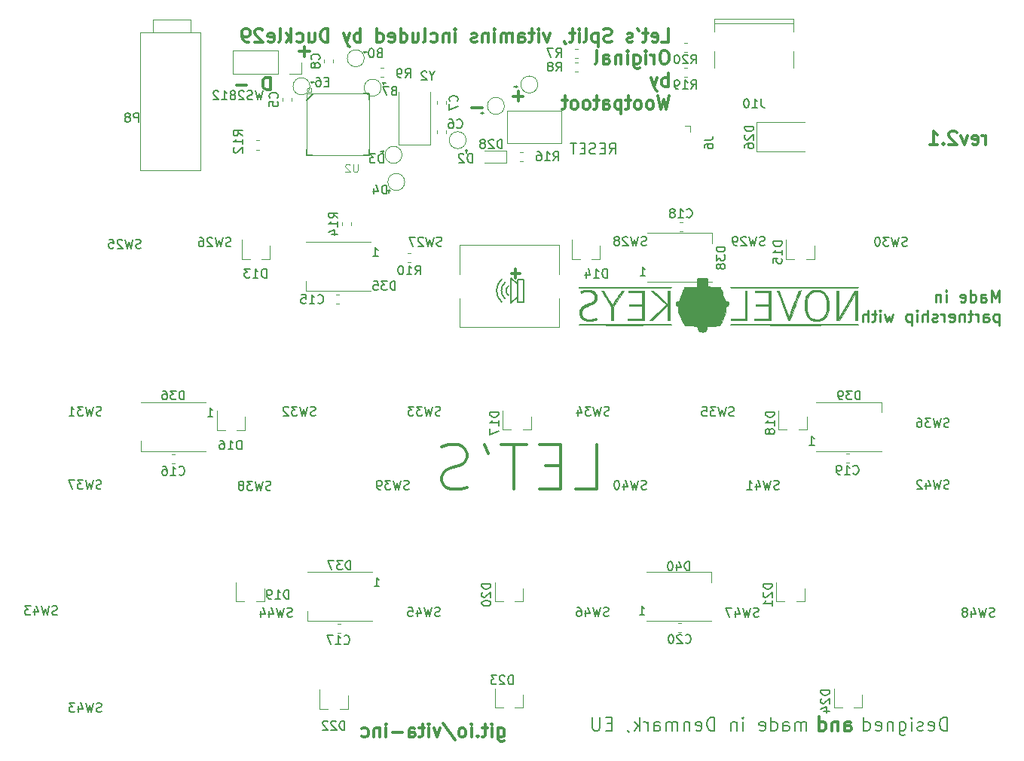
<source format=gbr>
G04 #@! TF.GenerationSoftware,KiCad,Pcbnew,(5.1.2)-2*
G04 #@! TF.CreationDate,2019-10-07T16:49:04+02:00*
G04 #@! TF.ProjectId,vitamins_included,76697461-6d69-46e7-935f-696e636c7564,rev?*
G04 #@! TF.SameCoordinates,Original*
G04 #@! TF.FileFunction,Legend,Bot*
G04 #@! TF.FilePolarity,Positive*
%FSLAX46Y46*%
G04 Gerber Fmt 4.6, Leading zero omitted, Abs format (unit mm)*
G04 Created by KiCad (PCBNEW (5.1.2)-2) date 2019-10-07 16:49:04*
%MOMM*%
%LPD*%
G04 APERTURE LIST*
%ADD10C,0.150000*%
%ADD11C,0.300000*%
%ADD12C,0.350000*%
%ADD13C,0.260000*%
%ADD14C,0.200000*%
%ADD15C,0.120000*%
%ADD16C,0.066040*%
%ADD17C,0.127000*%
%ADD18C,0.100000*%
%ADD19C,0.010000*%
%ADD20C,0.101600*%
G04 APERTURE END LIST*
D10*
X36840476Y-6628571D02*
X36507142Y-6628571D01*
X36364285Y-7152380D02*
X36840476Y-7152380D01*
X36840476Y-6152380D01*
X36364285Y-6152380D01*
X35507142Y-6152380D02*
X35697619Y-6152380D01*
X35792857Y-6200000D01*
X35840476Y-6247619D01*
X35935714Y-6390476D01*
X35983333Y-6580952D01*
X35983333Y-6961904D01*
X35935714Y-7057142D01*
X35888095Y-7104761D01*
X35792857Y-7152380D01*
X35602380Y-7152380D01*
X35507142Y-7104761D01*
X35459523Y-7057142D01*
X35411904Y-6961904D01*
X35411904Y-6723809D01*
X35459523Y-6628571D01*
X35507142Y-6580952D01*
X35602380Y-6533333D01*
X35792857Y-6533333D01*
X35888095Y-6580952D01*
X35935714Y-6628571D01*
X35983333Y-6723809D01*
D11*
X34721428Y-3250000D02*
X33578571Y-3250000D01*
X34150000Y-3783333D02*
X34150000Y-2716666D01*
X58721428Y-8250000D02*
X57578571Y-8250000D01*
X58150000Y-8783333D02*
X58150000Y-7716666D01*
D10*
X42988095Y-15752380D02*
X42988095Y-14752380D01*
X42750000Y-14752380D01*
X42607142Y-14800000D01*
X42511904Y-14895238D01*
X42464285Y-14990476D01*
X42416666Y-15180952D01*
X42416666Y-15323809D01*
X42464285Y-15514285D01*
X42511904Y-15609523D01*
X42607142Y-15704761D01*
X42750000Y-15752380D01*
X42988095Y-15752380D01*
X42083333Y-14752380D02*
X41464285Y-14752380D01*
X41797619Y-15133333D01*
X41654761Y-15133333D01*
X41559523Y-15180952D01*
X41511904Y-15228571D01*
X41464285Y-15323809D01*
X41464285Y-15561904D01*
X41511904Y-15657142D01*
X41559523Y-15704761D01*
X41654761Y-15752380D01*
X41940476Y-15752380D01*
X42035714Y-15704761D01*
X42083333Y-15657142D01*
D11*
X110697857Y-13678571D02*
X110697857Y-12678571D01*
X110697857Y-12964285D02*
X110626428Y-12821428D01*
X110555000Y-12750000D01*
X110412142Y-12678571D01*
X110269285Y-12678571D01*
X109197857Y-13607142D02*
X109340714Y-13678571D01*
X109626428Y-13678571D01*
X109769285Y-13607142D01*
X109840714Y-13464285D01*
X109840714Y-12892857D01*
X109769285Y-12750000D01*
X109626428Y-12678571D01*
X109340714Y-12678571D01*
X109197857Y-12750000D01*
X109126428Y-12892857D01*
X109126428Y-13035714D01*
X109840714Y-13178571D01*
X108626428Y-12678571D02*
X108269285Y-13678571D01*
X107912142Y-12678571D01*
X107412142Y-12321428D02*
X107340714Y-12250000D01*
X107197857Y-12178571D01*
X106840714Y-12178571D01*
X106697857Y-12250000D01*
X106626428Y-12321428D01*
X106555000Y-12464285D01*
X106555000Y-12607142D01*
X106626428Y-12821428D01*
X107483571Y-13678571D01*
X106555000Y-13678571D01*
X105912142Y-13535714D02*
X105840714Y-13607142D01*
X105912142Y-13678571D01*
X105983571Y-13607142D01*
X105912142Y-13535714D01*
X105912142Y-13678571D01*
X104412142Y-13678571D02*
X105269285Y-13678571D01*
X104840714Y-13678571D02*
X104840714Y-12178571D01*
X104983571Y-12392857D01*
X105126428Y-12535714D01*
X105269285Y-12607142D01*
X74283571Y-2178571D02*
X74997857Y-2178571D01*
X74997857Y-678571D01*
X73212142Y-2107142D02*
X73355000Y-2178571D01*
X73640714Y-2178571D01*
X73783571Y-2107142D01*
X73855000Y-1964285D01*
X73855000Y-1392857D01*
X73783571Y-1250000D01*
X73640714Y-1178571D01*
X73355000Y-1178571D01*
X73212142Y-1250000D01*
X73140714Y-1392857D01*
X73140714Y-1535714D01*
X73855000Y-1678571D01*
X72712142Y-1178571D02*
X72140714Y-1178571D01*
X72497857Y-678571D02*
X72497857Y-1964285D01*
X72426428Y-2107142D01*
X72283571Y-2178571D01*
X72140714Y-2178571D01*
X71569285Y-678571D02*
X71712142Y-964285D01*
X70997857Y-2107142D02*
X70855000Y-2178571D01*
X70569285Y-2178571D01*
X70426428Y-2107142D01*
X70355000Y-1964285D01*
X70355000Y-1892857D01*
X70426428Y-1750000D01*
X70569285Y-1678571D01*
X70783571Y-1678571D01*
X70926428Y-1607142D01*
X70997857Y-1464285D01*
X70997857Y-1392857D01*
X70926428Y-1250000D01*
X70783571Y-1178571D01*
X70569285Y-1178571D01*
X70426428Y-1250000D01*
X68640714Y-2107142D02*
X68426428Y-2178571D01*
X68069285Y-2178571D01*
X67926428Y-2107142D01*
X67855000Y-2035714D01*
X67783571Y-1892857D01*
X67783571Y-1750000D01*
X67855000Y-1607142D01*
X67926428Y-1535714D01*
X68069285Y-1464285D01*
X68355000Y-1392857D01*
X68497857Y-1321428D01*
X68569285Y-1250000D01*
X68640714Y-1107142D01*
X68640714Y-964285D01*
X68569285Y-821428D01*
X68497857Y-750000D01*
X68355000Y-678571D01*
X67997857Y-678571D01*
X67783571Y-750000D01*
X67140714Y-1178571D02*
X67140714Y-2678571D01*
X67140714Y-1250000D02*
X66997857Y-1178571D01*
X66712142Y-1178571D01*
X66569285Y-1250000D01*
X66497857Y-1321428D01*
X66426428Y-1464285D01*
X66426428Y-1892857D01*
X66497857Y-2035714D01*
X66569285Y-2107142D01*
X66712142Y-2178571D01*
X66997857Y-2178571D01*
X67140714Y-2107142D01*
X65569285Y-2178571D02*
X65712142Y-2107142D01*
X65783571Y-1964285D01*
X65783571Y-678571D01*
X64997857Y-2178571D02*
X64997857Y-1178571D01*
X64997857Y-678571D02*
X65069285Y-750000D01*
X64997857Y-821428D01*
X64926428Y-750000D01*
X64997857Y-678571D01*
X64997857Y-821428D01*
X64497857Y-1178571D02*
X63926428Y-1178571D01*
X64283571Y-678571D02*
X64283571Y-1964285D01*
X64212142Y-2107142D01*
X64069285Y-2178571D01*
X63926428Y-2178571D01*
X63355000Y-2107142D02*
X63355000Y-2178571D01*
X63426428Y-2321428D01*
X63497857Y-2392857D01*
X61712142Y-1178571D02*
X61354999Y-2178571D01*
X60997857Y-1178571D01*
X60426428Y-2178571D02*
X60426428Y-1178571D01*
X60426428Y-678571D02*
X60497857Y-750000D01*
X60426428Y-821428D01*
X60355000Y-750000D01*
X60426428Y-678571D01*
X60426428Y-821428D01*
X59926428Y-1178571D02*
X59355000Y-1178571D01*
X59712142Y-678571D02*
X59712142Y-1964285D01*
X59640714Y-2107142D01*
X59497857Y-2178571D01*
X59355000Y-2178571D01*
X58212142Y-2178571D02*
X58212142Y-1392857D01*
X58283571Y-1250000D01*
X58426428Y-1178571D01*
X58712142Y-1178571D01*
X58855000Y-1250000D01*
X58212142Y-2107142D02*
X58355000Y-2178571D01*
X58712142Y-2178571D01*
X58855000Y-2107142D01*
X58926428Y-1964285D01*
X58926428Y-1821428D01*
X58855000Y-1678571D01*
X58712142Y-1607142D01*
X58355000Y-1607142D01*
X58212142Y-1535714D01*
X57497857Y-2178571D02*
X57497857Y-1178571D01*
X57497857Y-1321428D02*
X57426428Y-1250000D01*
X57283571Y-1178571D01*
X57069285Y-1178571D01*
X56926428Y-1250000D01*
X56855000Y-1392857D01*
X56855000Y-2178571D01*
X56855000Y-1392857D02*
X56783571Y-1250000D01*
X56640714Y-1178571D01*
X56426428Y-1178571D01*
X56283571Y-1250000D01*
X56212142Y-1392857D01*
X56212142Y-2178571D01*
X55497857Y-2178571D02*
X55497857Y-1178571D01*
X55497857Y-678571D02*
X55569285Y-750000D01*
X55497857Y-821428D01*
X55426428Y-750000D01*
X55497857Y-678571D01*
X55497857Y-821428D01*
X54783571Y-1178571D02*
X54783571Y-2178571D01*
X54783571Y-1321428D02*
X54712142Y-1250000D01*
X54569285Y-1178571D01*
X54355000Y-1178571D01*
X54212142Y-1250000D01*
X54140714Y-1392857D01*
X54140714Y-2178571D01*
X53497857Y-2107142D02*
X53355000Y-2178571D01*
X53069285Y-2178571D01*
X52926428Y-2107142D01*
X52855000Y-1964285D01*
X52855000Y-1892857D01*
X52926428Y-1750000D01*
X53069285Y-1678571D01*
X53283571Y-1678571D01*
X53426428Y-1607142D01*
X53497857Y-1464285D01*
X53497857Y-1392857D01*
X53426428Y-1250000D01*
X53283571Y-1178571D01*
X53069285Y-1178571D01*
X52926428Y-1250000D01*
X51069285Y-2178571D02*
X51069285Y-1178571D01*
X51069285Y-678571D02*
X51140714Y-750000D01*
X51069285Y-821428D01*
X50997857Y-750000D01*
X51069285Y-678571D01*
X51069285Y-821428D01*
X50355000Y-1178571D02*
X50355000Y-2178571D01*
X50355000Y-1321428D02*
X50283571Y-1250000D01*
X50140714Y-1178571D01*
X49926428Y-1178571D01*
X49783571Y-1250000D01*
X49712142Y-1392857D01*
X49712142Y-2178571D01*
X48355000Y-2107142D02*
X48497857Y-2178571D01*
X48783571Y-2178571D01*
X48926428Y-2107142D01*
X48997857Y-2035714D01*
X49069285Y-1892857D01*
X49069285Y-1464285D01*
X48997857Y-1321428D01*
X48926428Y-1250000D01*
X48783571Y-1178571D01*
X48497857Y-1178571D01*
X48355000Y-1250000D01*
X47497857Y-2178571D02*
X47640714Y-2107142D01*
X47712142Y-1964285D01*
X47712142Y-678571D01*
X46283571Y-1178571D02*
X46283571Y-2178571D01*
X46926428Y-1178571D02*
X46926428Y-1964285D01*
X46855000Y-2107142D01*
X46712142Y-2178571D01*
X46497857Y-2178571D01*
X46355000Y-2107142D01*
X46283571Y-2035714D01*
X44926428Y-2178571D02*
X44926428Y-678571D01*
X44926428Y-2107142D02*
X45069285Y-2178571D01*
X45355000Y-2178571D01*
X45497857Y-2107142D01*
X45569285Y-2035714D01*
X45640714Y-1892857D01*
X45640714Y-1464285D01*
X45569285Y-1321428D01*
X45497857Y-1250000D01*
X45355000Y-1178571D01*
X45069285Y-1178571D01*
X44926428Y-1250000D01*
X43640714Y-2107142D02*
X43783571Y-2178571D01*
X44069285Y-2178571D01*
X44212142Y-2107142D01*
X44283571Y-1964285D01*
X44283571Y-1392857D01*
X44212142Y-1250000D01*
X44069285Y-1178571D01*
X43783571Y-1178571D01*
X43640714Y-1250000D01*
X43569285Y-1392857D01*
X43569285Y-1535714D01*
X44283571Y-1678571D01*
X42283571Y-2178571D02*
X42283571Y-678571D01*
X42283571Y-2107142D02*
X42426428Y-2178571D01*
X42712142Y-2178571D01*
X42854999Y-2107142D01*
X42926428Y-2035714D01*
X42997857Y-1892857D01*
X42997857Y-1464285D01*
X42926428Y-1321428D01*
X42854999Y-1250000D01*
X42712142Y-1178571D01*
X42426428Y-1178571D01*
X42283571Y-1250000D01*
X40426428Y-2178571D02*
X40426428Y-678571D01*
X40426428Y-1250000D02*
X40283571Y-1178571D01*
X39997857Y-1178571D01*
X39855000Y-1250000D01*
X39783571Y-1321428D01*
X39712142Y-1464285D01*
X39712142Y-1892857D01*
X39783571Y-2035714D01*
X39855000Y-2107142D01*
X39997857Y-2178571D01*
X40283571Y-2178571D01*
X40426428Y-2107142D01*
X39212142Y-1178571D02*
X38855000Y-2178571D01*
X38497857Y-1178571D02*
X38855000Y-2178571D01*
X38997857Y-2535714D01*
X39069285Y-2607142D01*
X39212142Y-2678571D01*
X36783571Y-2178571D02*
X36783571Y-678571D01*
X36426428Y-678571D01*
X36212142Y-750000D01*
X36069285Y-892857D01*
X35997857Y-1035714D01*
X35926428Y-1321428D01*
X35926428Y-1535714D01*
X35997857Y-1821428D01*
X36069285Y-1964285D01*
X36212142Y-2107142D01*
X36426428Y-2178571D01*
X36783571Y-2178571D01*
X34640714Y-1178571D02*
X34640714Y-2178571D01*
X35283571Y-1178571D02*
X35283571Y-1964285D01*
X35212142Y-2107142D01*
X35069285Y-2178571D01*
X34855000Y-2178571D01*
X34712142Y-2107142D01*
X34640714Y-2035714D01*
X33283571Y-2107142D02*
X33426428Y-2178571D01*
X33712142Y-2178571D01*
X33855000Y-2107142D01*
X33926428Y-2035714D01*
X33997857Y-1892857D01*
X33997857Y-1464285D01*
X33926428Y-1321428D01*
X33855000Y-1250000D01*
X33712142Y-1178571D01*
X33426428Y-1178571D01*
X33283571Y-1250000D01*
X32640714Y-2178571D02*
X32640714Y-678571D01*
X32497857Y-1607142D02*
X32069285Y-2178571D01*
X32069285Y-1178571D02*
X32640714Y-1750000D01*
X31212142Y-2178571D02*
X31355000Y-2107142D01*
X31426428Y-1964285D01*
X31426428Y-678571D01*
X30069285Y-2107142D02*
X30212142Y-2178571D01*
X30497857Y-2178571D01*
X30640714Y-2107142D01*
X30712142Y-1964285D01*
X30712142Y-1392857D01*
X30640714Y-1250000D01*
X30497857Y-1178571D01*
X30212142Y-1178571D01*
X30069285Y-1250000D01*
X29997857Y-1392857D01*
X29997857Y-1535714D01*
X30712142Y-1678571D01*
X29426428Y-821428D02*
X29355000Y-750000D01*
X29212142Y-678571D01*
X28855000Y-678571D01*
X28712142Y-750000D01*
X28640714Y-821428D01*
X28569285Y-964285D01*
X28569285Y-1107142D01*
X28640714Y-1321428D01*
X29497857Y-2178571D01*
X28569285Y-2178571D01*
X27855000Y-2178571D02*
X27569285Y-2178571D01*
X27426428Y-2107142D01*
X27355000Y-2035714D01*
X27212142Y-1821428D01*
X27140714Y-1535714D01*
X27140714Y-964285D01*
X27212142Y-821428D01*
X27283571Y-750000D01*
X27426428Y-678571D01*
X27712142Y-678571D01*
X27855000Y-750000D01*
X27926428Y-821428D01*
X27997857Y-964285D01*
X27997857Y-1321428D01*
X27926428Y-1464285D01*
X27855000Y-1535714D01*
X27712142Y-1607142D01*
X27426428Y-1607142D01*
X27283571Y-1535714D01*
X27212142Y-1464285D01*
X27140714Y-1321428D01*
D10*
X68392857Y-14742857D02*
X68792857Y-14171428D01*
X69078571Y-14742857D02*
X69078571Y-13542857D01*
X68621428Y-13542857D01*
X68507142Y-13600000D01*
X68450000Y-13657142D01*
X68392857Y-13771428D01*
X68392857Y-13942857D01*
X68450000Y-14057142D01*
X68507142Y-14114285D01*
X68621428Y-14171428D01*
X69078571Y-14171428D01*
X67878571Y-14114285D02*
X67478571Y-14114285D01*
X67307142Y-14742857D02*
X67878571Y-14742857D01*
X67878571Y-13542857D01*
X67307142Y-13542857D01*
X66850000Y-14685714D02*
X66678571Y-14742857D01*
X66392857Y-14742857D01*
X66278571Y-14685714D01*
X66221428Y-14628571D01*
X66164285Y-14514285D01*
X66164285Y-14400000D01*
X66221428Y-14285714D01*
X66278571Y-14228571D01*
X66392857Y-14171428D01*
X66621428Y-14114285D01*
X66735714Y-14057142D01*
X66792857Y-14000000D01*
X66850000Y-13885714D01*
X66850000Y-13771428D01*
X66792857Y-13657142D01*
X66735714Y-13600000D01*
X66621428Y-13542857D01*
X66335714Y-13542857D01*
X66164285Y-13600000D01*
X65650000Y-14114285D02*
X65250000Y-14114285D01*
X65078571Y-14742857D02*
X65650000Y-14742857D01*
X65650000Y-13542857D01*
X65078571Y-13542857D01*
X64735714Y-13542857D02*
X64050000Y-13542857D01*
X64392857Y-14742857D02*
X64392857Y-13542857D01*
D11*
X54071428Y-9600000D02*
X52928571Y-9600000D01*
D10*
X43388095Y-19252380D02*
X43388095Y-18252380D01*
X43150000Y-18252380D01*
X43007142Y-18300000D01*
X42911904Y-18395238D01*
X42864285Y-18490476D01*
X42816666Y-18680952D01*
X42816666Y-18823809D01*
X42864285Y-19014285D01*
X42911904Y-19109523D01*
X43007142Y-19204761D01*
X43150000Y-19252380D01*
X43388095Y-19252380D01*
X41959523Y-18585714D02*
X41959523Y-19252380D01*
X42197619Y-18204761D02*
X42435714Y-18919047D01*
X41816666Y-18919047D01*
X52988095Y-15702380D02*
X52988095Y-14702380D01*
X52750000Y-14702380D01*
X52607142Y-14750000D01*
X52511904Y-14845238D01*
X52464285Y-14940476D01*
X52416666Y-15130952D01*
X52416666Y-15273809D01*
X52464285Y-15464285D01*
X52511904Y-15559523D01*
X52607142Y-15654761D01*
X52750000Y-15702380D01*
X52988095Y-15702380D01*
X52035714Y-14797619D02*
X51988095Y-14750000D01*
X51892857Y-14702380D01*
X51654761Y-14702380D01*
X51559523Y-14750000D01*
X51511904Y-14797619D01*
X51464285Y-14892857D01*
X51464285Y-14988095D01*
X51511904Y-15130952D01*
X52083333Y-15702380D01*
X51464285Y-15702380D01*
X42554761Y-3378571D02*
X42411904Y-3426190D01*
X42364285Y-3473809D01*
X42316666Y-3569047D01*
X42316666Y-3711904D01*
X42364285Y-3807142D01*
X42411904Y-3854761D01*
X42507142Y-3902380D01*
X42888095Y-3902380D01*
X42888095Y-2902380D01*
X42554761Y-2902380D01*
X42459523Y-2950000D01*
X42411904Y-2997619D01*
X42364285Y-3092857D01*
X42364285Y-3188095D01*
X42411904Y-3283333D01*
X42459523Y-3330952D01*
X42554761Y-3378571D01*
X42888095Y-3378571D01*
X41697619Y-2902380D02*
X41602380Y-2902380D01*
X41507142Y-2950000D01*
X41459523Y-2997619D01*
X41411904Y-3092857D01*
X41364285Y-3283333D01*
X41364285Y-3521428D01*
X41411904Y-3711904D01*
X41459523Y-3807142D01*
X41507142Y-3854761D01*
X41602380Y-3902380D01*
X41697619Y-3902380D01*
X41792857Y-3854761D01*
X41840476Y-3807142D01*
X41888095Y-3711904D01*
X41935714Y-3521428D01*
X41935714Y-3283333D01*
X41888095Y-3092857D01*
X41840476Y-2997619D01*
X41792857Y-2950000D01*
X41697619Y-2902380D01*
X44154761Y-7628571D02*
X44011904Y-7676190D01*
X43964285Y-7723809D01*
X43916666Y-7819047D01*
X43916666Y-7961904D01*
X43964285Y-8057142D01*
X44011904Y-8104761D01*
X44107142Y-8152380D01*
X44488095Y-8152380D01*
X44488095Y-7152380D01*
X44154761Y-7152380D01*
X44059523Y-7200000D01*
X44011904Y-7247619D01*
X43964285Y-7342857D01*
X43964285Y-7438095D01*
X44011904Y-7533333D01*
X44059523Y-7580952D01*
X44154761Y-7628571D01*
X44488095Y-7628571D01*
X43583333Y-7152380D02*
X42916666Y-7152380D01*
X43345238Y-8152380D01*
D11*
X57379261Y-28166857D02*
X58369738Y-28166857D01*
X57874500Y-28662095D02*
X57874500Y-27671619D01*
X64568476Y-52433904D02*
X66949428Y-52433904D01*
X66949428Y-47433904D01*
X62901809Y-49814857D02*
X61235142Y-49814857D01*
X60520857Y-52433904D02*
X62901809Y-52433904D01*
X62901809Y-47433904D01*
X60520857Y-47433904D01*
X59092285Y-47433904D02*
X56235142Y-47433904D01*
X57663714Y-52433904D02*
X57663714Y-47433904D01*
X54330380Y-47433904D02*
X54806571Y-48386285D01*
X52425619Y-52195809D02*
X51711333Y-52433904D01*
X50520857Y-52433904D01*
X50044666Y-52195809D01*
X49806571Y-51957714D01*
X49568476Y-51481523D01*
X49568476Y-51005333D01*
X49806571Y-50529142D01*
X50044666Y-50291047D01*
X50520857Y-50052952D01*
X51473238Y-49814857D01*
X51949428Y-49576761D01*
X52187523Y-49338666D01*
X52425619Y-48862476D01*
X52425619Y-48386285D01*
X52187523Y-47910095D01*
X51949428Y-47672000D01*
X51473238Y-47433904D01*
X50282761Y-47433904D01*
X49568476Y-47672000D01*
X74712142Y-3128571D02*
X74426428Y-3128571D01*
X74283571Y-3200000D01*
X74140714Y-3342857D01*
X74069285Y-3628571D01*
X74069285Y-4128571D01*
X74140714Y-4414285D01*
X74283571Y-4557142D01*
X74426428Y-4628571D01*
X74712142Y-4628571D01*
X74855000Y-4557142D01*
X74997857Y-4414285D01*
X75069285Y-4128571D01*
X75069285Y-3628571D01*
X74997857Y-3342857D01*
X74855000Y-3200000D01*
X74712142Y-3128571D01*
X73426428Y-4628571D02*
X73426428Y-3628571D01*
X73426428Y-3914285D02*
X73355000Y-3771428D01*
X73283571Y-3700000D01*
X73140714Y-3628571D01*
X72997857Y-3628571D01*
X72497857Y-4628571D02*
X72497857Y-3628571D01*
X72497857Y-3128571D02*
X72569285Y-3200000D01*
X72497857Y-3271428D01*
X72426428Y-3200000D01*
X72497857Y-3128571D01*
X72497857Y-3271428D01*
X71140714Y-3628571D02*
X71140714Y-4842857D01*
X71212142Y-4985714D01*
X71283571Y-5057142D01*
X71426428Y-5128571D01*
X71640714Y-5128571D01*
X71783571Y-5057142D01*
X71140714Y-4557142D02*
X71283571Y-4628571D01*
X71569285Y-4628571D01*
X71712142Y-4557142D01*
X71783571Y-4485714D01*
X71855000Y-4342857D01*
X71855000Y-3914285D01*
X71783571Y-3771428D01*
X71712142Y-3700000D01*
X71569285Y-3628571D01*
X71283571Y-3628571D01*
X71140714Y-3700000D01*
X70426428Y-4628571D02*
X70426428Y-3628571D01*
X70426428Y-3128571D02*
X70497857Y-3200000D01*
X70426428Y-3271428D01*
X70355000Y-3200000D01*
X70426428Y-3128571D01*
X70426428Y-3271428D01*
X69712142Y-3628571D02*
X69712142Y-4628571D01*
X69712142Y-3771428D02*
X69640714Y-3700000D01*
X69497857Y-3628571D01*
X69283571Y-3628571D01*
X69140714Y-3700000D01*
X69069285Y-3842857D01*
X69069285Y-4628571D01*
X67712142Y-4628571D02*
X67712142Y-3842857D01*
X67783571Y-3700000D01*
X67926428Y-3628571D01*
X68212142Y-3628571D01*
X68355000Y-3700000D01*
X67712142Y-4557142D02*
X67855000Y-4628571D01*
X68212142Y-4628571D01*
X68355000Y-4557142D01*
X68426428Y-4414285D01*
X68426428Y-4271428D01*
X68355000Y-4128571D01*
X68212142Y-4057142D01*
X67855000Y-4057142D01*
X67712142Y-3985714D01*
X66783571Y-4628571D02*
X66926428Y-4557142D01*
X66997857Y-4414285D01*
X66997857Y-3128571D01*
X74997857Y-7178571D02*
X74997857Y-5678571D01*
X74997857Y-6250000D02*
X74855000Y-6178571D01*
X74569285Y-6178571D01*
X74426428Y-6250000D01*
X74355000Y-6321428D01*
X74283571Y-6464285D01*
X74283571Y-6892857D01*
X74355000Y-7035714D01*
X74426428Y-7107142D01*
X74569285Y-7178571D01*
X74855000Y-7178571D01*
X74997857Y-7107142D01*
X73783571Y-6178571D02*
X73426428Y-7178571D01*
X73069285Y-6178571D02*
X73426428Y-7178571D01*
X73569285Y-7535714D01*
X73640714Y-7607142D01*
X73783571Y-7678571D01*
X75140714Y-8228571D02*
X74783571Y-9728571D01*
X74497857Y-8657142D01*
X74212142Y-9728571D01*
X73855000Y-8228571D01*
X73069285Y-9728571D02*
X73212142Y-9657142D01*
X73283571Y-9585714D01*
X73355000Y-9442857D01*
X73355000Y-9014285D01*
X73283571Y-8871428D01*
X73212142Y-8800000D01*
X73069285Y-8728571D01*
X72855000Y-8728571D01*
X72712142Y-8800000D01*
X72640714Y-8871428D01*
X72569285Y-9014285D01*
X72569285Y-9442857D01*
X72640714Y-9585714D01*
X72712142Y-9657142D01*
X72855000Y-9728571D01*
X73069285Y-9728571D01*
X71712142Y-9728571D02*
X71855000Y-9657142D01*
X71926428Y-9585714D01*
X71997857Y-9442857D01*
X71997857Y-9014285D01*
X71926428Y-8871428D01*
X71855000Y-8800000D01*
X71712142Y-8728571D01*
X71497857Y-8728571D01*
X71355000Y-8800000D01*
X71283571Y-8871428D01*
X71212142Y-9014285D01*
X71212142Y-9442857D01*
X71283571Y-9585714D01*
X71355000Y-9657142D01*
X71497857Y-9728571D01*
X71712142Y-9728571D01*
X70783571Y-8728571D02*
X70212142Y-8728571D01*
X70569285Y-8228571D02*
X70569285Y-9514285D01*
X70497857Y-9657142D01*
X70355000Y-9728571D01*
X70212142Y-9728571D01*
X69712142Y-8728571D02*
X69712142Y-10228571D01*
X69712142Y-8800000D02*
X69569285Y-8728571D01*
X69283571Y-8728571D01*
X69140714Y-8800000D01*
X69069285Y-8871428D01*
X68997857Y-9014285D01*
X68997857Y-9442857D01*
X69069285Y-9585714D01*
X69140714Y-9657142D01*
X69283571Y-9728571D01*
X69569285Y-9728571D01*
X69712142Y-9657142D01*
X67712142Y-9728571D02*
X67712142Y-8942857D01*
X67783571Y-8800000D01*
X67926428Y-8728571D01*
X68212142Y-8728571D01*
X68355000Y-8800000D01*
X67712142Y-9657142D02*
X67855000Y-9728571D01*
X68212142Y-9728571D01*
X68355000Y-9657142D01*
X68426428Y-9514285D01*
X68426428Y-9371428D01*
X68355000Y-9228571D01*
X68212142Y-9157142D01*
X67855000Y-9157142D01*
X67712142Y-9085714D01*
X67212142Y-8728571D02*
X66640714Y-8728571D01*
X66997857Y-8228571D02*
X66997857Y-9514285D01*
X66926428Y-9657142D01*
X66783571Y-9728571D01*
X66640714Y-9728571D01*
X65926428Y-9728571D02*
X66069285Y-9657142D01*
X66140714Y-9585714D01*
X66212142Y-9442857D01*
X66212142Y-9014285D01*
X66140714Y-8871428D01*
X66069285Y-8800000D01*
X65926428Y-8728571D01*
X65712142Y-8728571D01*
X65569285Y-8800000D01*
X65497857Y-8871428D01*
X65426428Y-9014285D01*
X65426428Y-9442857D01*
X65497857Y-9585714D01*
X65569285Y-9657142D01*
X65712142Y-9728571D01*
X65926428Y-9728571D01*
X64569285Y-9728571D02*
X64712142Y-9657142D01*
X64783571Y-9585714D01*
X64854999Y-9442857D01*
X64854999Y-9014285D01*
X64783571Y-8871428D01*
X64712142Y-8800000D01*
X64569285Y-8728571D01*
X64355000Y-8728571D01*
X64212142Y-8800000D01*
X64140714Y-8871428D01*
X64069285Y-9014285D01*
X64069285Y-9442857D01*
X64140714Y-9585714D01*
X64212142Y-9657142D01*
X64355000Y-9728571D01*
X64569285Y-9728571D01*
X63640714Y-8728571D02*
X63069285Y-8728571D01*
X63426428Y-8228571D02*
X63426428Y-9514285D01*
X63354999Y-9657142D01*
X63212142Y-9728571D01*
X63069285Y-9728571D01*
D12*
X94862833Y-79597809D02*
X94862833Y-78759714D01*
X94939023Y-78607333D01*
X95091404Y-78531142D01*
X95396166Y-78531142D01*
X95548547Y-78607333D01*
X94862833Y-79521619D02*
X95015214Y-79597809D01*
X95396166Y-79597809D01*
X95548547Y-79521619D01*
X95624738Y-79369238D01*
X95624738Y-79216857D01*
X95548547Y-79064476D01*
X95396166Y-78988285D01*
X95015214Y-78988285D01*
X94862833Y-78912095D01*
X94100928Y-78531142D02*
X94100928Y-79597809D01*
X94100928Y-78683523D02*
X94024738Y-78607333D01*
X93872357Y-78531142D01*
X93643785Y-78531142D01*
X93491404Y-78607333D01*
X93415214Y-78759714D01*
X93415214Y-79597809D01*
X91967595Y-79597809D02*
X91967595Y-77997809D01*
X91967595Y-79521619D02*
X92119976Y-79597809D01*
X92424738Y-79597809D01*
X92577119Y-79521619D01*
X92653309Y-79445428D01*
X92729500Y-79293047D01*
X92729500Y-78835904D01*
X92653309Y-78683523D01*
X92577119Y-78607333D01*
X92424738Y-78531142D01*
X92119976Y-78531142D01*
X91967595Y-78607333D01*
D11*
X30292857Y-7533333D02*
X30292857Y-6133333D01*
X29935714Y-6133333D01*
X29721428Y-6200000D01*
X29578571Y-6333333D01*
X29507142Y-6466666D01*
X29435714Y-6733333D01*
X29435714Y-6933333D01*
X29507142Y-7200000D01*
X29578571Y-7333333D01*
X29721428Y-7466666D01*
X29935714Y-7533333D01*
X30292857Y-7533333D01*
X27650000Y-7000000D02*
X26507142Y-7000000D01*
X55885714Y-79278571D02*
X55885714Y-80492857D01*
X55957142Y-80635714D01*
X56028571Y-80707142D01*
X56171428Y-80778571D01*
X56385714Y-80778571D01*
X56528571Y-80707142D01*
X55885714Y-80207142D02*
X56028571Y-80278571D01*
X56314285Y-80278571D01*
X56457142Y-80207142D01*
X56528571Y-80135714D01*
X56600000Y-79992857D01*
X56600000Y-79564285D01*
X56528571Y-79421428D01*
X56457142Y-79350000D01*
X56314285Y-79278571D01*
X56028571Y-79278571D01*
X55885714Y-79350000D01*
X55171428Y-80278571D02*
X55171428Y-79278571D01*
X55171428Y-78778571D02*
X55242857Y-78850000D01*
X55171428Y-78921428D01*
X55100000Y-78850000D01*
X55171428Y-78778571D01*
X55171428Y-78921428D01*
X54671428Y-79278571D02*
X54100000Y-79278571D01*
X54457142Y-78778571D02*
X54457142Y-80064285D01*
X54385714Y-80207142D01*
X54242857Y-80278571D01*
X54100000Y-80278571D01*
X53600000Y-80135714D02*
X53528571Y-80207142D01*
X53600000Y-80278571D01*
X53671428Y-80207142D01*
X53600000Y-80135714D01*
X53600000Y-80278571D01*
X52885714Y-80278571D02*
X52885714Y-79278571D01*
X52885714Y-78778571D02*
X52957142Y-78850000D01*
X52885714Y-78921428D01*
X52814285Y-78850000D01*
X52885714Y-78778571D01*
X52885714Y-78921428D01*
X51957142Y-80278571D02*
X52100000Y-80207142D01*
X52171428Y-80135714D01*
X52242857Y-79992857D01*
X52242857Y-79564285D01*
X52171428Y-79421428D01*
X52100000Y-79350000D01*
X51957142Y-79278571D01*
X51742857Y-79278571D01*
X51600000Y-79350000D01*
X51528571Y-79421428D01*
X51457142Y-79564285D01*
X51457142Y-79992857D01*
X51528571Y-80135714D01*
X51600000Y-80207142D01*
X51742857Y-80278571D01*
X51957142Y-80278571D01*
X49742857Y-78707142D02*
X51028571Y-80635714D01*
X49385714Y-79278571D02*
X49028571Y-80278571D01*
X48671428Y-79278571D01*
X48100000Y-80278571D02*
X48100000Y-79278571D01*
X48100000Y-78778571D02*
X48171428Y-78850000D01*
X48100000Y-78921428D01*
X48028571Y-78850000D01*
X48100000Y-78778571D01*
X48100000Y-78921428D01*
X47600000Y-79278571D02*
X47028571Y-79278571D01*
X47385714Y-78778571D02*
X47385714Y-80064285D01*
X47314285Y-80207142D01*
X47171428Y-80278571D01*
X47028571Y-80278571D01*
X45885714Y-80278571D02*
X45885714Y-79492857D01*
X45957142Y-79350000D01*
X46100000Y-79278571D01*
X46385714Y-79278571D01*
X46528571Y-79350000D01*
X45885714Y-80207142D02*
X46028571Y-80278571D01*
X46385714Y-80278571D01*
X46528571Y-80207142D01*
X46600000Y-80064285D01*
X46600000Y-79921428D01*
X46528571Y-79778571D01*
X46385714Y-79707142D01*
X46028571Y-79707142D01*
X45885714Y-79635714D01*
X45171428Y-79707142D02*
X44028571Y-79707142D01*
X43314285Y-80278571D02*
X43314285Y-79278571D01*
X43314285Y-78778571D02*
X43385714Y-78850000D01*
X43314285Y-78921428D01*
X43242857Y-78850000D01*
X43314285Y-78778571D01*
X43314285Y-78921428D01*
X42600000Y-79278571D02*
X42600000Y-80278571D01*
X42600000Y-79421428D02*
X42528571Y-79350000D01*
X42385714Y-79278571D01*
X42171428Y-79278571D01*
X42028571Y-79350000D01*
X41957142Y-79492857D01*
X41957142Y-80278571D01*
X40600000Y-80207142D02*
X40742857Y-80278571D01*
X41028571Y-80278571D01*
X41171428Y-80207142D01*
X41242857Y-80135714D01*
X41314285Y-79992857D01*
X41314285Y-79564285D01*
X41242857Y-79421428D01*
X41171428Y-79350000D01*
X41028571Y-79278571D01*
X40742857Y-79278571D01*
X40600000Y-79350000D01*
D13*
X112171476Y-31383095D02*
X112171476Y-30083095D01*
X111738142Y-31011666D01*
X111304809Y-30083095D01*
X111304809Y-31383095D01*
X110128619Y-31383095D02*
X110128619Y-30702142D01*
X110190523Y-30578333D01*
X110314333Y-30516428D01*
X110561952Y-30516428D01*
X110685761Y-30578333D01*
X110128619Y-31321190D02*
X110252428Y-31383095D01*
X110561952Y-31383095D01*
X110685761Y-31321190D01*
X110747666Y-31197380D01*
X110747666Y-31073571D01*
X110685761Y-30949761D01*
X110561952Y-30887857D01*
X110252428Y-30887857D01*
X110128619Y-30825952D01*
X108952428Y-31383095D02*
X108952428Y-30083095D01*
X108952428Y-31321190D02*
X109076238Y-31383095D01*
X109323857Y-31383095D01*
X109447666Y-31321190D01*
X109509571Y-31259285D01*
X109571476Y-31135476D01*
X109571476Y-30764047D01*
X109509571Y-30640238D01*
X109447666Y-30578333D01*
X109323857Y-30516428D01*
X109076238Y-30516428D01*
X108952428Y-30578333D01*
X107838142Y-31321190D02*
X107961952Y-31383095D01*
X108209571Y-31383095D01*
X108333380Y-31321190D01*
X108395285Y-31197380D01*
X108395285Y-30702142D01*
X108333380Y-30578333D01*
X108209571Y-30516428D01*
X107961952Y-30516428D01*
X107838142Y-30578333D01*
X107776238Y-30702142D01*
X107776238Y-30825952D01*
X108395285Y-30949761D01*
X106228619Y-31383095D02*
X106228619Y-30516428D01*
X106228619Y-30083095D02*
X106290523Y-30145000D01*
X106228619Y-30206904D01*
X106166714Y-30145000D01*
X106228619Y-30083095D01*
X106228619Y-30206904D01*
X105609571Y-30516428D02*
X105609571Y-31383095D01*
X105609571Y-30640238D02*
X105547666Y-30578333D01*
X105423857Y-30516428D01*
X105238142Y-30516428D01*
X105114333Y-30578333D01*
X105052428Y-30702142D01*
X105052428Y-31383095D01*
X112171476Y-32726428D02*
X112171476Y-34026428D01*
X112171476Y-32788333D02*
X112047666Y-32726428D01*
X111800047Y-32726428D01*
X111676238Y-32788333D01*
X111614333Y-32850238D01*
X111552428Y-32974047D01*
X111552428Y-33345476D01*
X111614333Y-33469285D01*
X111676238Y-33531190D01*
X111800047Y-33593095D01*
X112047666Y-33593095D01*
X112171476Y-33531190D01*
X110438142Y-33593095D02*
X110438142Y-32912142D01*
X110500047Y-32788333D01*
X110623857Y-32726428D01*
X110871476Y-32726428D01*
X110995285Y-32788333D01*
X110438142Y-33531190D02*
X110561952Y-33593095D01*
X110871476Y-33593095D01*
X110995285Y-33531190D01*
X111057190Y-33407380D01*
X111057190Y-33283571D01*
X110995285Y-33159761D01*
X110871476Y-33097857D01*
X110561952Y-33097857D01*
X110438142Y-33035952D01*
X109819095Y-33593095D02*
X109819095Y-32726428D01*
X109819095Y-32974047D02*
X109757190Y-32850238D01*
X109695285Y-32788333D01*
X109571476Y-32726428D01*
X109447666Y-32726428D01*
X109200047Y-32726428D02*
X108704809Y-32726428D01*
X109014333Y-32293095D02*
X109014333Y-33407380D01*
X108952428Y-33531190D01*
X108828619Y-33593095D01*
X108704809Y-33593095D01*
X108271476Y-32726428D02*
X108271476Y-33593095D01*
X108271476Y-32850238D02*
X108209571Y-32788333D01*
X108085761Y-32726428D01*
X107900047Y-32726428D01*
X107776238Y-32788333D01*
X107714333Y-32912142D01*
X107714333Y-33593095D01*
X106600047Y-33531190D02*
X106723857Y-33593095D01*
X106971476Y-33593095D01*
X107095285Y-33531190D01*
X107157190Y-33407380D01*
X107157190Y-32912142D01*
X107095285Y-32788333D01*
X106971476Y-32726428D01*
X106723857Y-32726428D01*
X106600047Y-32788333D01*
X106538142Y-32912142D01*
X106538142Y-33035952D01*
X107157190Y-33159761D01*
X105981000Y-33593095D02*
X105981000Y-32726428D01*
X105981000Y-32974047D02*
X105919095Y-32850238D01*
X105857190Y-32788333D01*
X105733380Y-32726428D01*
X105609571Y-32726428D01*
X105238142Y-33531190D02*
X105114333Y-33593095D01*
X104866714Y-33593095D01*
X104742904Y-33531190D01*
X104681000Y-33407380D01*
X104681000Y-33345476D01*
X104742904Y-33221666D01*
X104866714Y-33159761D01*
X105052428Y-33159761D01*
X105176238Y-33097857D01*
X105238142Y-32974047D01*
X105238142Y-32912142D01*
X105176238Y-32788333D01*
X105052428Y-32726428D01*
X104866714Y-32726428D01*
X104742904Y-32788333D01*
X104123857Y-33593095D02*
X104123857Y-32293095D01*
X103566714Y-33593095D02*
X103566714Y-32912142D01*
X103628619Y-32788333D01*
X103752428Y-32726428D01*
X103938142Y-32726428D01*
X104061952Y-32788333D01*
X104123857Y-32850238D01*
X102947666Y-33593095D02*
X102947666Y-32726428D01*
X102947666Y-32293095D02*
X103009571Y-32355000D01*
X102947666Y-32416904D01*
X102885761Y-32355000D01*
X102947666Y-32293095D01*
X102947666Y-32416904D01*
X102328619Y-32726428D02*
X102328619Y-34026428D01*
X102328619Y-32788333D02*
X102204809Y-32726428D01*
X101957190Y-32726428D01*
X101833380Y-32788333D01*
X101771476Y-32850238D01*
X101709571Y-32974047D01*
X101709571Y-33345476D01*
X101771476Y-33469285D01*
X101833380Y-33531190D01*
X101957190Y-33593095D01*
X102204809Y-33593095D01*
X102328619Y-33531190D01*
X100285761Y-32726428D02*
X100038142Y-33593095D01*
X99790523Y-32974047D01*
X99542904Y-33593095D01*
X99295285Y-32726428D01*
X98800047Y-33593095D02*
X98800047Y-32726428D01*
X98800047Y-32293095D02*
X98861952Y-32355000D01*
X98800047Y-32416904D01*
X98738142Y-32355000D01*
X98800047Y-32293095D01*
X98800047Y-32416904D01*
X98366714Y-32726428D02*
X97871476Y-32726428D01*
X98181000Y-32293095D02*
X98181000Y-33407380D01*
X98119095Y-33531190D01*
X97995285Y-33593095D01*
X97871476Y-33593095D01*
X97438142Y-33593095D02*
X97438142Y-32293095D01*
X96881000Y-33593095D02*
X96881000Y-32912142D01*
X96942904Y-32788333D01*
X97066714Y-32726428D01*
X97252428Y-32726428D01*
X97376238Y-32788333D01*
X97438142Y-32850238D01*
D14*
X106337857Y-79552571D02*
X106337857Y-78052571D01*
X105980714Y-78052571D01*
X105766428Y-78124000D01*
X105623571Y-78266857D01*
X105552142Y-78409714D01*
X105480714Y-78695428D01*
X105480714Y-78909714D01*
X105552142Y-79195428D01*
X105623571Y-79338285D01*
X105766428Y-79481142D01*
X105980714Y-79552571D01*
X106337857Y-79552571D01*
X104266428Y-79481142D02*
X104409285Y-79552571D01*
X104695000Y-79552571D01*
X104837857Y-79481142D01*
X104909285Y-79338285D01*
X104909285Y-78766857D01*
X104837857Y-78624000D01*
X104695000Y-78552571D01*
X104409285Y-78552571D01*
X104266428Y-78624000D01*
X104195000Y-78766857D01*
X104195000Y-78909714D01*
X104909285Y-79052571D01*
X103623571Y-79481142D02*
X103480714Y-79552571D01*
X103195000Y-79552571D01*
X103052142Y-79481142D01*
X102980714Y-79338285D01*
X102980714Y-79266857D01*
X103052142Y-79124000D01*
X103195000Y-79052571D01*
X103409285Y-79052571D01*
X103552142Y-78981142D01*
X103623571Y-78838285D01*
X103623571Y-78766857D01*
X103552142Y-78624000D01*
X103409285Y-78552571D01*
X103195000Y-78552571D01*
X103052142Y-78624000D01*
X102337857Y-79552571D02*
X102337857Y-78552571D01*
X102337857Y-78052571D02*
X102409285Y-78124000D01*
X102337857Y-78195428D01*
X102266428Y-78124000D01*
X102337857Y-78052571D01*
X102337857Y-78195428D01*
X100980714Y-78552571D02*
X100980714Y-79766857D01*
X101052142Y-79909714D01*
X101123571Y-79981142D01*
X101266428Y-80052571D01*
X101480714Y-80052571D01*
X101623571Y-79981142D01*
X100980714Y-79481142D02*
X101123571Y-79552571D01*
X101409285Y-79552571D01*
X101552142Y-79481142D01*
X101623571Y-79409714D01*
X101695000Y-79266857D01*
X101695000Y-78838285D01*
X101623571Y-78695428D01*
X101552142Y-78624000D01*
X101409285Y-78552571D01*
X101123571Y-78552571D01*
X100980714Y-78624000D01*
X100266428Y-78552571D02*
X100266428Y-79552571D01*
X100266428Y-78695428D02*
X100195000Y-78624000D01*
X100052142Y-78552571D01*
X99837857Y-78552571D01*
X99695000Y-78624000D01*
X99623571Y-78766857D01*
X99623571Y-79552571D01*
X98337857Y-79481142D02*
X98480714Y-79552571D01*
X98766428Y-79552571D01*
X98909285Y-79481142D01*
X98980714Y-79338285D01*
X98980714Y-78766857D01*
X98909285Y-78624000D01*
X98766428Y-78552571D01*
X98480714Y-78552571D01*
X98337857Y-78624000D01*
X98266428Y-78766857D01*
X98266428Y-78909714D01*
X98980714Y-79052571D01*
X96980714Y-79552571D02*
X96980714Y-78052571D01*
X96980714Y-79481142D02*
X97123571Y-79552571D01*
X97409285Y-79552571D01*
X97552142Y-79481142D01*
X97623571Y-79409714D01*
X97695000Y-79266857D01*
X97695000Y-78838285D01*
X97623571Y-78695428D01*
X97552142Y-78624000D01*
X97409285Y-78552571D01*
X97123571Y-78552571D01*
X96980714Y-78624000D01*
X90552142Y-79552571D02*
X90552142Y-78552571D01*
X90552142Y-78695428D02*
X90480714Y-78624000D01*
X90337857Y-78552571D01*
X90123571Y-78552571D01*
X89980714Y-78624000D01*
X89909285Y-78766857D01*
X89909285Y-79552571D01*
X89909285Y-78766857D02*
X89837857Y-78624000D01*
X89695000Y-78552571D01*
X89480714Y-78552571D01*
X89337857Y-78624000D01*
X89266428Y-78766857D01*
X89266428Y-79552571D01*
X87909285Y-79552571D02*
X87909285Y-78766857D01*
X87980714Y-78624000D01*
X88123571Y-78552571D01*
X88409285Y-78552571D01*
X88552142Y-78624000D01*
X87909285Y-79481142D02*
X88052142Y-79552571D01*
X88409285Y-79552571D01*
X88552142Y-79481142D01*
X88623571Y-79338285D01*
X88623571Y-79195428D01*
X88552142Y-79052571D01*
X88409285Y-78981142D01*
X88052142Y-78981142D01*
X87909285Y-78909714D01*
X86552142Y-79552571D02*
X86552142Y-78052571D01*
X86552142Y-79481142D02*
X86695000Y-79552571D01*
X86980714Y-79552571D01*
X87123571Y-79481142D01*
X87195000Y-79409714D01*
X87266428Y-79266857D01*
X87266428Y-78838285D01*
X87195000Y-78695428D01*
X87123571Y-78624000D01*
X86980714Y-78552571D01*
X86695000Y-78552571D01*
X86552142Y-78624000D01*
X85266428Y-79481142D02*
X85409285Y-79552571D01*
X85695000Y-79552571D01*
X85837857Y-79481142D01*
X85909285Y-79338285D01*
X85909285Y-78766857D01*
X85837857Y-78624000D01*
X85695000Y-78552571D01*
X85409285Y-78552571D01*
X85266428Y-78624000D01*
X85195000Y-78766857D01*
X85195000Y-78909714D01*
X85909285Y-79052571D01*
X83409285Y-79552571D02*
X83409285Y-78552571D01*
X83409285Y-78052571D02*
X83480714Y-78124000D01*
X83409285Y-78195428D01*
X83337857Y-78124000D01*
X83409285Y-78052571D01*
X83409285Y-78195428D01*
X82695000Y-78552571D02*
X82695000Y-79552571D01*
X82695000Y-78695428D02*
X82623571Y-78624000D01*
X82480714Y-78552571D01*
X82266428Y-78552571D01*
X82123571Y-78624000D01*
X82052142Y-78766857D01*
X82052142Y-79552571D01*
X80195000Y-79552571D02*
X80195000Y-78052571D01*
X79837857Y-78052571D01*
X79623571Y-78124000D01*
X79480714Y-78266857D01*
X79409285Y-78409714D01*
X79337857Y-78695428D01*
X79337857Y-78909714D01*
X79409285Y-79195428D01*
X79480714Y-79338285D01*
X79623571Y-79481142D01*
X79837857Y-79552571D01*
X80195000Y-79552571D01*
X78123571Y-79481142D02*
X78266428Y-79552571D01*
X78552142Y-79552571D01*
X78695000Y-79481142D01*
X78766428Y-79338285D01*
X78766428Y-78766857D01*
X78695000Y-78624000D01*
X78552142Y-78552571D01*
X78266428Y-78552571D01*
X78123571Y-78624000D01*
X78052142Y-78766857D01*
X78052142Y-78909714D01*
X78766428Y-79052571D01*
X77409285Y-78552571D02*
X77409285Y-79552571D01*
X77409285Y-78695428D02*
X77337857Y-78624000D01*
X77195000Y-78552571D01*
X76980714Y-78552571D01*
X76837857Y-78624000D01*
X76766428Y-78766857D01*
X76766428Y-79552571D01*
X76052142Y-79552571D02*
X76052142Y-78552571D01*
X76052142Y-78695428D02*
X75980714Y-78624000D01*
X75837857Y-78552571D01*
X75623571Y-78552571D01*
X75480714Y-78624000D01*
X75409285Y-78766857D01*
X75409285Y-79552571D01*
X75409285Y-78766857D02*
X75337857Y-78624000D01*
X75195000Y-78552571D01*
X74980714Y-78552571D01*
X74837857Y-78624000D01*
X74766428Y-78766857D01*
X74766428Y-79552571D01*
X73409285Y-79552571D02*
X73409285Y-78766857D01*
X73480714Y-78624000D01*
X73623571Y-78552571D01*
X73909285Y-78552571D01*
X74052142Y-78624000D01*
X73409285Y-79481142D02*
X73552142Y-79552571D01*
X73909285Y-79552571D01*
X74052142Y-79481142D01*
X74123571Y-79338285D01*
X74123571Y-79195428D01*
X74052142Y-79052571D01*
X73909285Y-78981142D01*
X73552142Y-78981142D01*
X73409285Y-78909714D01*
X72695000Y-79552571D02*
X72695000Y-78552571D01*
X72695000Y-78838285D02*
X72623571Y-78695428D01*
X72552142Y-78624000D01*
X72409285Y-78552571D01*
X72266428Y-78552571D01*
X71766428Y-79552571D02*
X71766428Y-78052571D01*
X71623571Y-78981142D02*
X71195000Y-79552571D01*
X71195000Y-78552571D02*
X71766428Y-79124000D01*
X70480714Y-79481142D02*
X70480714Y-79552571D01*
X70552142Y-79695428D01*
X70623571Y-79766857D01*
X68695000Y-78766857D02*
X68195000Y-78766857D01*
X67980714Y-79552571D02*
X68695000Y-79552571D01*
X68695000Y-78052571D01*
X67980714Y-78052571D01*
X67337857Y-78052571D02*
X67337857Y-79266857D01*
X67266428Y-79409714D01*
X67195000Y-79481142D01*
X67052142Y-79552571D01*
X66766428Y-79552571D01*
X66623571Y-79481142D01*
X66552142Y-79409714D01*
X66480714Y-79266857D01*
X66480714Y-78052571D01*
X58128500Y-30106000D02*
X58128500Y-31376000D01*
X57366500Y-28709000D02*
X57366500Y-30106000D01*
D10*
X42650000Y-14450000D02*
X43000000Y-14450000D01*
X53900000Y-10150000D02*
X54250000Y-10150000D01*
X52250000Y-14350000D02*
X52450000Y-14350000D01*
X40800000Y-3300000D02*
X40900000Y-3400000D01*
X34850000Y-6700000D02*
X34950000Y-6800000D01*
X52350000Y-14600000D02*
X52350000Y-14250000D01*
X42900000Y-6800000D02*
X43000000Y-6700000D01*
X43250000Y-6800000D02*
X42900000Y-6800000D01*
X43550000Y-18850000D02*
X43750000Y-18850000D01*
X52350000Y-14250000D02*
X52450000Y-14350000D01*
X35200000Y-6700000D02*
X34850000Y-6700000D01*
X43000000Y-14450000D02*
X42900000Y-14550000D01*
X58050000Y-7200000D02*
X57950000Y-7100000D01*
X54150000Y-10050000D02*
X54150000Y-10250000D01*
X43650000Y-19100000D02*
X43650000Y-18750000D01*
X54250000Y-10150000D02*
X54150000Y-10250000D01*
X40800000Y-3300000D02*
X40900000Y-3200000D01*
X52350000Y-14250000D02*
X52250000Y-14350000D01*
X58050000Y-7200000D02*
X57950000Y-7300000D01*
X42900000Y-14350000D02*
X42900000Y-14550000D01*
X42900000Y-6800000D02*
X43000000Y-6900000D01*
X43650000Y-18750000D02*
X43750000Y-18850000D01*
D14*
X58128500Y-28836000D02*
X58763500Y-28836000D01*
D10*
X43650000Y-18750000D02*
X43550000Y-18850000D01*
X54250000Y-10150000D02*
X54150000Y-10050000D01*
X40900000Y-3400000D02*
X40900000Y-3200000D01*
X57950000Y-7100000D02*
X57950000Y-7300000D01*
X41150000Y-3300000D02*
X40800000Y-3300000D01*
X34850000Y-6700000D02*
X34950000Y-6600000D01*
D14*
X56658536Y-30986799D02*
G75*
G02X56668000Y-29217000I771464J880799D01*
G01*
X58128500Y-29344000D02*
X57366500Y-28709000D01*
D10*
X57700000Y-7200000D02*
X58050000Y-7200000D01*
X34950000Y-6800000D02*
X34950000Y-6600000D01*
X43000000Y-14450000D02*
X42900000Y-14350000D01*
X43000000Y-6900000D02*
X43000000Y-6700000D01*
D14*
X57366500Y-31487128D02*
X57366500Y-30106000D01*
X58128500Y-30106000D02*
X58128500Y-28836000D01*
X56286433Y-31375489D02*
G75*
G02X56287000Y-28836000I1143567J1269489D01*
G01*
X57049354Y-30614264D02*
G75*
G02X57049000Y-29598001I380646J508264D01*
G01*
X58763500Y-28836000D02*
X58763500Y-30106000D01*
X58128500Y-31376000D02*
X58763500Y-31376000D01*
X58763500Y-31376000D02*
X58763500Y-30106000D01*
X58128500Y-30852128D02*
X57366500Y-31487128D01*
D15*
X39003000Y-77094000D02*
X39003000Y-75634000D01*
X35843000Y-77094000D02*
X35843000Y-74934000D01*
X35843000Y-77094000D02*
X36773000Y-77094000D01*
X39003000Y-77094000D02*
X38073000Y-77094000D01*
X33800000Y-5782000D02*
X33800000Y-4452000D01*
X32470000Y-5782000D02*
X33800000Y-5782000D01*
X31200000Y-5782000D02*
X31200000Y-3122000D01*
X31200000Y-3122000D02*
X26060000Y-3122000D01*
X31200000Y-5782000D02*
X26060000Y-5782000D01*
X26060000Y-5782000D02*
X26060000Y-3122000D01*
X84950000Y-14500000D02*
X84950000Y-11200000D01*
X84950000Y-11200000D02*
X90350000Y-11200000D01*
X84950000Y-14500000D02*
X90350000Y-14500000D01*
X95037221Y-48390000D02*
X95362779Y-48390000D01*
X95037221Y-49410000D02*
X95362779Y-49410000D01*
D16*
X41390098Y-7913420D02*
X41390098Y-14908580D01*
X41390098Y-14908580D02*
X34394938Y-14908580D01*
X34394938Y-7913420D02*
X34394938Y-14908580D01*
X41390098Y-7913420D02*
X34394938Y-7913420D01*
D17*
X35184878Y-7913420D02*
X34394938Y-8703360D01*
X40691598Y-7913420D02*
X41390098Y-7913420D01*
X41390098Y-7913420D02*
X41390098Y-8611920D01*
X41390098Y-14210080D02*
X41390098Y-14908580D01*
X41390098Y-14908580D02*
X40691598Y-14908580D01*
X35093438Y-14908580D02*
X34394938Y-14908580D01*
X34394938Y-14908580D02*
X34394938Y-14210080D01*
D18*
X34986926Y-7601000D02*
G75*
G03X34986926Y-7601000I-269408J0D01*
G01*
D15*
X76600279Y-23410000D02*
X76274721Y-23410000D01*
X76600279Y-22390000D02*
X76274721Y-22390000D01*
X41600000Y-24650000D02*
X34300000Y-24650000D01*
X41600000Y-30150000D02*
X34300000Y-30150000D01*
X34300000Y-30150000D02*
X34300000Y-29000000D01*
X50010000Y-8837221D02*
X50010000Y-9162779D01*
X48990000Y-8837221D02*
X48990000Y-9162779D01*
X77520000Y-12230000D02*
X77520000Y-11595000D01*
X77520000Y-11595000D02*
X76885000Y-11595000D01*
X58337221Y-14540000D02*
X58662779Y-14540000D01*
X58337221Y-15560000D02*
X58662779Y-15560000D01*
X51576000Y-24996000D02*
X51576000Y-28246000D01*
X51576000Y-34196000D02*
X62776000Y-34196000D01*
X62776000Y-24996000D02*
X51576000Y-24996000D01*
X62776000Y-28246000D02*
X62776000Y-24996000D01*
X62776000Y-34196000D02*
X62776000Y-30946000D01*
X51576000Y-30946000D02*
X51576000Y-34196000D01*
X19562779Y-48490000D02*
X19237221Y-48490000D01*
X19562779Y-49510000D02*
X19237221Y-49510000D01*
X79850000Y-61750000D02*
X79850000Y-62900000D01*
X72550000Y-61750000D02*
X79850000Y-61750000D01*
X72550000Y-67250000D02*
X79850000Y-67250000D01*
X54337500Y-14365000D02*
X56822500Y-14365000D01*
X56822500Y-14365000D02*
X56822500Y-15735000D01*
X56822500Y-15735000D02*
X54337500Y-15735000D01*
X90565000Y-45725000D02*
X89635000Y-45725000D01*
X87405000Y-45725000D02*
X88335000Y-45725000D01*
X87405000Y-45725000D02*
X87405000Y-43565000D01*
X90565000Y-45725000D02*
X90565000Y-44265000D01*
X58688000Y-76967000D02*
X57758000Y-76967000D01*
X55528000Y-76967000D02*
X56458000Y-76967000D01*
X55528000Y-76967000D02*
X55528000Y-74807000D01*
X58688000Y-76967000D02*
X58688000Y-75507000D01*
X89120000Y460000D02*
X80180000Y460000D01*
X89120000Y-5050000D02*
X89120000Y-3250000D01*
X89120000Y460000D02*
X89120000Y-1000000D01*
X80180000Y460000D02*
X80180000Y-1000000D01*
X80180000Y-5050000D02*
X80180000Y-3250000D01*
D18*
X80180000Y-40000D02*
X89120000Y-40000D01*
D15*
X15750000Y-48150000D02*
X15750000Y-47000000D01*
X23050000Y-48150000D02*
X15750000Y-48150000D01*
X23050000Y-42650000D02*
X15750000Y-42650000D01*
X98950000Y-42650000D02*
X98950000Y-43800000D01*
X91650000Y-42650000D02*
X98950000Y-42650000D01*
X91650000Y-48150000D02*
X98950000Y-48150000D01*
X38162779Y-68610000D02*
X37837221Y-68610000D01*
X38162779Y-67590000D02*
X37837221Y-67590000D01*
X96788000Y-76967000D02*
X95858000Y-76967000D01*
X93628000Y-76967000D02*
X94558000Y-76967000D01*
X93628000Y-76967000D02*
X93628000Y-74807000D01*
X96788000Y-76967000D02*
X96788000Y-75507000D01*
X90311000Y-65029000D02*
X89381000Y-65029000D01*
X87151000Y-65029000D02*
X88081000Y-65029000D01*
X87151000Y-65029000D02*
X87151000Y-62869000D01*
X90311000Y-65029000D02*
X90311000Y-63569000D01*
X29605000Y-65029000D02*
X28675000Y-65029000D01*
X26445000Y-65029000D02*
X27375000Y-65029000D01*
X26445000Y-65029000D02*
X26445000Y-62869000D01*
X29605000Y-65029000D02*
X29605000Y-63569000D01*
X38050279Y-30590000D02*
X37724721Y-30590000D01*
X38050279Y-31610000D02*
X37724721Y-31610000D01*
X76137221Y-68510000D02*
X76462779Y-68510000D01*
X76137221Y-67490000D02*
X76462779Y-67490000D01*
X91415000Y-26548000D02*
X90485000Y-26548000D01*
X88255000Y-26548000D02*
X89185000Y-26548000D01*
X88255000Y-26548000D02*
X88255000Y-24388000D01*
X91415000Y-26548000D02*
X91415000Y-25088000D01*
X56890000Y-13510000D02*
X63010000Y-13510000D01*
X63010000Y-13510000D02*
X63010000Y-9890000D01*
X63010000Y-9890000D02*
X56890000Y-9890000D01*
X56890000Y-9890000D02*
X56890000Y-13510000D01*
X64890779Y-2926000D02*
X64565221Y-2926000D01*
X64890779Y-3946000D02*
X64565221Y-3946000D01*
X77112779Y-2290000D02*
X76787221Y-2290000D01*
X77112779Y-3310000D02*
X76787221Y-3310000D01*
X48990000Y-12412779D02*
X48990000Y-12087221D01*
X50010000Y-12412779D02*
X50010000Y-12087221D01*
X77112779Y-5090000D02*
X76787221Y-5090000D01*
X77112779Y-6110000D02*
X76787221Y-6110000D01*
X64890779Y-4450000D02*
X64565221Y-4450000D01*
X64890779Y-5470000D02*
X64565221Y-5470000D01*
X67324000Y-26548000D02*
X67324000Y-25088000D01*
X64164000Y-26548000D02*
X64164000Y-24388000D01*
X64164000Y-26548000D02*
X65094000Y-26548000D01*
X67324000Y-26548000D02*
X66394000Y-26548000D01*
X42721221Y-6105000D02*
X43046779Y-6105000D01*
X42721221Y-5085000D02*
X43046779Y-5085000D01*
X30240000Y-26548000D02*
X29310000Y-26548000D01*
X27080000Y-26548000D02*
X28010000Y-26548000D01*
X27080000Y-26548000D02*
X27080000Y-24388000D01*
X30240000Y-26548000D02*
X30240000Y-25088000D01*
X31649000Y-8464221D02*
X31649000Y-8789779D01*
X32669000Y-8464221D02*
X32669000Y-8789779D01*
X45769221Y-26933000D02*
X46094779Y-26933000D01*
X45769221Y-25913000D02*
X46094779Y-25913000D01*
X41750000Y-61750000D02*
X34450000Y-61750000D01*
X41750000Y-67250000D02*
X34450000Y-67250000D01*
X34450000Y-67250000D02*
X34450000Y-66100000D01*
X58688000Y-65029000D02*
X58688000Y-63569000D01*
X55528000Y-65029000D02*
X55528000Y-62869000D01*
X55528000Y-65029000D02*
X56458000Y-65029000D01*
X58688000Y-65029000D02*
X57758000Y-65029000D01*
X48300000Y-7800000D02*
X48300000Y-13700000D01*
X48300000Y-13700000D02*
X44700000Y-13700000D01*
X44700000Y-13700000D02*
X44700000Y-7800000D01*
X36340000Y-4137221D02*
X36340000Y-4462779D01*
X37360000Y-4137221D02*
X37360000Y-4462779D01*
X79950000Y-23650000D02*
X79950000Y-24800000D01*
X72650000Y-23650000D02*
X79950000Y-23650000D01*
X72650000Y-29150000D02*
X79950000Y-29150000D01*
X59577000Y-45725000D02*
X59577000Y-44265000D01*
X56417000Y-45725000D02*
X56417000Y-43565000D01*
X56417000Y-45725000D02*
X57347000Y-45725000D01*
X59577000Y-45725000D02*
X58647000Y-45725000D01*
X29062779Y-13240000D02*
X28737221Y-13240000D01*
X29062779Y-14260000D02*
X28737221Y-14260000D01*
X27430000Y-45760000D02*
X26500000Y-45760000D01*
X24270000Y-45760000D02*
X25200000Y-45760000D01*
X24270000Y-45760000D02*
X24270000Y-43600000D01*
X27430000Y-45760000D02*
X27430000Y-44300000D01*
X38340000Y-22437221D02*
X38340000Y-22762779D01*
X39360000Y-22437221D02*
X39360000Y-22762779D01*
X42750000Y-7300000D02*
G75*
G03X42750000Y-7300000I-950000J0D01*
G01*
X45400000Y-17900000D02*
G75*
G03X45400000Y-17900000I-950000J0D01*
G01*
X60350000Y-6950000D02*
G75*
G03X60350000Y-6950000I-950000J0D01*
G01*
X52300000Y-13200000D02*
G75*
G03X52300000Y-13200000I-950000J0D01*
G01*
X40850000Y-4000000D02*
G75*
G03X40850000Y-4000000I-950000J0D01*
G01*
X45100000Y-14850000D02*
G75*
G03X45100000Y-14850000I-950000J0D01*
G01*
D18*
X17152500Y372000D02*
X17152500Y-1128000D01*
X21343500Y372000D02*
X17152500Y372000D01*
X21343500Y-1128000D02*
X21343500Y372000D01*
X15707500Y-1128000D02*
X22407500Y-1128000D01*
X15707500Y-16628000D02*
X22407500Y-16628000D01*
X15707500Y-1128000D02*
X15707500Y-16628000D01*
X22407500Y-1128000D02*
X22407500Y-16628000D01*
D15*
X34750000Y-7150000D02*
G75*
G03X34750000Y-7150000I-950000J0D01*
G01*
X56600000Y-9350000D02*
G75*
G03X56600000Y-9350000I-950000J0D01*
G01*
D19*
G36*
X69495438Y-29696259D02*
G01*
X68907772Y-29696384D01*
X68371898Y-29696614D01*
X67885489Y-29696970D01*
X67446221Y-29697470D01*
X67051765Y-29698132D01*
X66699797Y-29698977D01*
X66387990Y-29700022D01*
X66114017Y-29701287D01*
X65875553Y-29702790D01*
X65670271Y-29704551D01*
X65495846Y-29706588D01*
X65349950Y-29708920D01*
X65230258Y-29711567D01*
X65134443Y-29714546D01*
X65060180Y-29717878D01*
X65005142Y-29721580D01*
X64967002Y-29725673D01*
X64943436Y-29730174D01*
X64932115Y-29735103D01*
X64930222Y-29738555D01*
X64934812Y-29743773D01*
X64950131Y-29748551D01*
X64978507Y-29752907D01*
X65022265Y-29756862D01*
X65083732Y-29760433D01*
X65165234Y-29763640D01*
X65269097Y-29766502D01*
X65397647Y-29769037D01*
X65553210Y-29771264D01*
X65738114Y-29773203D01*
X65954683Y-29774872D01*
X66205244Y-29776290D01*
X66492123Y-29777476D01*
X66817647Y-29778449D01*
X67184142Y-29779228D01*
X67593934Y-29779832D01*
X68049349Y-29780279D01*
X68552713Y-29780589D01*
X69106353Y-29780781D01*
X69712594Y-29780873D01*
X70137222Y-29780888D01*
X70779006Y-29780851D01*
X71366672Y-29780727D01*
X71902547Y-29780496D01*
X72388955Y-29780140D01*
X72828224Y-29779640D01*
X73222679Y-29778978D01*
X73574647Y-29778133D01*
X73886455Y-29777088D01*
X74160427Y-29775823D01*
X74398891Y-29774320D01*
X74604173Y-29772559D01*
X74778599Y-29770522D01*
X74924494Y-29768190D01*
X75044186Y-29765543D01*
X75140001Y-29762564D01*
X75214264Y-29759232D01*
X75269303Y-29755530D01*
X75307442Y-29751437D01*
X75331009Y-29746936D01*
X75342329Y-29742007D01*
X75344222Y-29738555D01*
X75339633Y-29733337D01*
X75324313Y-29728560D01*
X75295937Y-29724203D01*
X75252179Y-29720248D01*
X75190712Y-29716677D01*
X75109210Y-29713470D01*
X75005347Y-29710609D01*
X74876797Y-29708073D01*
X74721234Y-29705846D01*
X74536331Y-29703907D01*
X74319762Y-29702238D01*
X74069200Y-29700820D01*
X73782321Y-29699634D01*
X73456797Y-29698661D01*
X73090302Y-29697882D01*
X72680511Y-29697278D01*
X72225096Y-29696831D01*
X71721731Y-29696521D01*
X71168092Y-29696329D01*
X70561850Y-29696237D01*
X70137222Y-29696222D01*
X69495438Y-29696259D01*
X69495438Y-29696259D01*
G37*
X69495438Y-29696259D02*
X68907772Y-29696384D01*
X68371898Y-29696614D01*
X67885489Y-29696970D01*
X67446221Y-29697470D01*
X67051765Y-29698132D01*
X66699797Y-29698977D01*
X66387990Y-29700022D01*
X66114017Y-29701287D01*
X65875553Y-29702790D01*
X65670271Y-29704551D01*
X65495846Y-29706588D01*
X65349950Y-29708920D01*
X65230258Y-29711567D01*
X65134443Y-29714546D01*
X65060180Y-29717878D01*
X65005142Y-29721580D01*
X64967002Y-29725673D01*
X64943436Y-29730174D01*
X64932115Y-29735103D01*
X64930222Y-29738555D01*
X64934812Y-29743773D01*
X64950131Y-29748551D01*
X64978507Y-29752907D01*
X65022265Y-29756862D01*
X65083732Y-29760433D01*
X65165234Y-29763640D01*
X65269097Y-29766502D01*
X65397647Y-29769037D01*
X65553210Y-29771264D01*
X65738114Y-29773203D01*
X65954683Y-29774872D01*
X66205244Y-29776290D01*
X66492123Y-29777476D01*
X66817647Y-29778449D01*
X67184142Y-29779228D01*
X67593934Y-29779832D01*
X68049349Y-29780279D01*
X68552713Y-29780589D01*
X69106353Y-29780781D01*
X69712594Y-29780873D01*
X70137222Y-29780888D01*
X70779006Y-29780851D01*
X71366672Y-29780727D01*
X71902547Y-29780496D01*
X72388955Y-29780140D01*
X72828224Y-29779640D01*
X73222679Y-29778978D01*
X73574647Y-29778133D01*
X73886455Y-29777088D01*
X74160427Y-29775823D01*
X74398891Y-29774320D01*
X74604173Y-29772559D01*
X74778599Y-29770522D01*
X74924494Y-29768190D01*
X75044186Y-29765543D01*
X75140001Y-29762564D01*
X75214264Y-29759232D01*
X75269303Y-29755530D01*
X75307442Y-29751437D01*
X75331009Y-29746936D01*
X75342329Y-29742007D01*
X75344222Y-29738555D01*
X75339633Y-29733337D01*
X75324313Y-29728560D01*
X75295937Y-29724203D01*
X75252179Y-29720248D01*
X75190712Y-29716677D01*
X75109210Y-29713470D01*
X75005347Y-29710609D01*
X74876797Y-29708073D01*
X74721234Y-29705846D01*
X74536331Y-29703907D01*
X74319762Y-29702238D01*
X74069200Y-29700820D01*
X73782321Y-29699634D01*
X73456797Y-29698661D01*
X73090302Y-29697882D01*
X72680511Y-29697278D01*
X72225096Y-29696831D01*
X71721731Y-29696521D01*
X71168092Y-29696329D01*
X70561850Y-29696237D01*
X70137222Y-29696222D01*
X69495438Y-29696259D01*
G36*
X88385686Y-29696248D02*
G01*
X87680948Y-29696335D01*
X87028694Y-29696494D01*
X86426945Y-29696737D01*
X85873719Y-29697075D01*
X85367038Y-29697521D01*
X84904922Y-29698085D01*
X84485389Y-29698780D01*
X84106461Y-29699616D01*
X83766157Y-29700607D01*
X83462498Y-29701763D01*
X83193502Y-29703095D01*
X82957191Y-29704617D01*
X82751584Y-29706338D01*
X82574700Y-29708272D01*
X82424561Y-29710429D01*
X82299186Y-29712822D01*
X82196595Y-29715461D01*
X82114808Y-29718359D01*
X82051845Y-29721527D01*
X82005726Y-29724977D01*
X81974471Y-29728720D01*
X81956100Y-29732768D01*
X81948633Y-29737133D01*
X81948222Y-29738555D01*
X81952707Y-29743021D01*
X81967480Y-29747166D01*
X81994523Y-29751003D01*
X82035815Y-29754543D01*
X82093336Y-29757797D01*
X82169066Y-29760778D01*
X82264986Y-29763496D01*
X82383075Y-29765964D01*
X82525313Y-29768193D01*
X82693680Y-29770195D01*
X82890156Y-29771981D01*
X83116722Y-29773563D01*
X83375358Y-29774953D01*
X83668042Y-29776163D01*
X83996756Y-29777203D01*
X84363480Y-29778086D01*
X84770193Y-29778824D01*
X85218875Y-29779427D01*
X85711507Y-29779908D01*
X86250069Y-29780279D01*
X86836540Y-29780550D01*
X87472900Y-29780734D01*
X88161130Y-29780842D01*
X88903210Y-29780886D01*
X89144889Y-29780888D01*
X89904091Y-29780862D01*
X90608830Y-29780775D01*
X91261084Y-29780616D01*
X91862833Y-29780373D01*
X92416058Y-29780035D01*
X92922739Y-29779589D01*
X93384856Y-29779025D01*
X93804388Y-29778330D01*
X94183316Y-29777494D01*
X94523620Y-29776503D01*
X94827280Y-29775348D01*
X95096275Y-29774015D01*
X95332587Y-29772493D01*
X95538194Y-29770772D01*
X95715077Y-29768838D01*
X95865216Y-29766681D01*
X95990591Y-29764289D01*
X96093182Y-29761649D01*
X96174969Y-29758751D01*
X96237932Y-29755583D01*
X96284051Y-29752134D01*
X96315307Y-29748390D01*
X96333678Y-29744342D01*
X96341145Y-29739977D01*
X96341555Y-29738555D01*
X96337071Y-29734089D01*
X96322297Y-29729944D01*
X96295255Y-29726107D01*
X96253963Y-29722567D01*
X96196442Y-29719313D01*
X96120711Y-29716332D01*
X96024792Y-29713614D01*
X95906703Y-29711146D01*
X95764465Y-29708917D01*
X95596098Y-29706915D01*
X95399621Y-29705129D01*
X95173055Y-29703547D01*
X94914420Y-29702157D01*
X94621735Y-29700947D01*
X94293021Y-29699907D01*
X93926298Y-29699024D01*
X93519585Y-29698286D01*
X93070902Y-29697683D01*
X92578271Y-29697202D01*
X92039709Y-29696831D01*
X91453238Y-29696560D01*
X90816878Y-29696376D01*
X90128647Y-29696268D01*
X89386568Y-29696224D01*
X89144889Y-29696222D01*
X88385686Y-29696248D01*
X88385686Y-29696248D01*
G37*
X88385686Y-29696248D02*
X87680948Y-29696335D01*
X87028694Y-29696494D01*
X86426945Y-29696737D01*
X85873719Y-29697075D01*
X85367038Y-29697521D01*
X84904922Y-29698085D01*
X84485389Y-29698780D01*
X84106461Y-29699616D01*
X83766157Y-29700607D01*
X83462498Y-29701763D01*
X83193502Y-29703095D01*
X82957191Y-29704617D01*
X82751584Y-29706338D01*
X82574700Y-29708272D01*
X82424561Y-29710429D01*
X82299186Y-29712822D01*
X82196595Y-29715461D01*
X82114808Y-29718359D01*
X82051845Y-29721527D01*
X82005726Y-29724977D01*
X81974471Y-29728720D01*
X81956100Y-29732768D01*
X81948633Y-29737133D01*
X81948222Y-29738555D01*
X81952707Y-29743021D01*
X81967480Y-29747166D01*
X81994523Y-29751003D01*
X82035815Y-29754543D01*
X82093336Y-29757797D01*
X82169066Y-29760778D01*
X82264986Y-29763496D01*
X82383075Y-29765964D01*
X82525313Y-29768193D01*
X82693680Y-29770195D01*
X82890156Y-29771981D01*
X83116722Y-29773563D01*
X83375358Y-29774953D01*
X83668042Y-29776163D01*
X83996756Y-29777203D01*
X84363480Y-29778086D01*
X84770193Y-29778824D01*
X85218875Y-29779427D01*
X85711507Y-29779908D01*
X86250069Y-29780279D01*
X86836540Y-29780550D01*
X87472900Y-29780734D01*
X88161130Y-29780842D01*
X88903210Y-29780886D01*
X89144889Y-29780888D01*
X89904091Y-29780862D01*
X90608830Y-29780775D01*
X91261084Y-29780616D01*
X91862833Y-29780373D01*
X92416058Y-29780035D01*
X92922739Y-29779589D01*
X93384856Y-29779025D01*
X93804388Y-29778330D01*
X94183316Y-29777494D01*
X94523620Y-29776503D01*
X94827280Y-29775348D01*
X95096275Y-29774015D01*
X95332587Y-29772493D01*
X95538194Y-29770772D01*
X95715077Y-29768838D01*
X95865216Y-29766681D01*
X95990591Y-29764289D01*
X96093182Y-29761649D01*
X96174969Y-29758751D01*
X96237932Y-29755583D01*
X96284051Y-29752134D01*
X96315307Y-29748390D01*
X96333678Y-29744342D01*
X96341145Y-29739977D01*
X96341555Y-29738555D01*
X96337071Y-29734089D01*
X96322297Y-29729944D01*
X96295255Y-29726107D01*
X96253963Y-29722567D01*
X96196442Y-29719313D01*
X96120711Y-29716332D01*
X96024792Y-29713614D01*
X95906703Y-29711146D01*
X95764465Y-29708917D01*
X95596098Y-29706915D01*
X95399621Y-29705129D01*
X95173055Y-29703547D01*
X94914420Y-29702157D01*
X94621735Y-29700947D01*
X94293021Y-29699907D01*
X93926298Y-29699024D01*
X93519585Y-29698286D01*
X93070902Y-29697683D01*
X92578271Y-29697202D01*
X92039709Y-29696831D01*
X91453238Y-29696560D01*
X90816878Y-29696376D01*
X90128647Y-29696268D01*
X89386568Y-29696224D01*
X89144889Y-29696222D01*
X88385686Y-29696248D01*
G36*
X67536406Y-30095279D02*
G01*
X67500212Y-30105066D01*
X67498444Y-30108116D01*
X67512794Y-30135073D01*
X67553686Y-30204649D01*
X67617882Y-30311513D01*
X67702144Y-30450333D01*
X67803235Y-30615780D01*
X67917916Y-30802522D01*
X68042951Y-31005229D01*
X68062889Y-31037474D01*
X68627333Y-31950049D01*
X68627333Y-33449777D01*
X68853111Y-33449777D01*
X68853111Y-31937242D01*
X69443845Y-31021343D01*
X70034580Y-30105444D01*
X69934766Y-30096508D01*
X69857656Y-30094057D01*
X69802939Y-30100017D01*
X69799691Y-30101103D01*
X69776386Y-30127235D01*
X69726396Y-30195218D01*
X69653566Y-30299427D01*
X69561740Y-30434235D01*
X69454761Y-30594017D01*
X69336473Y-30773148D01*
X69248821Y-30907317D01*
X69125712Y-31095763D01*
X69012093Y-31268118D01*
X68911654Y-31418902D01*
X68828089Y-31542635D01*
X68765089Y-31633838D01*
X68726347Y-31687032D01*
X68715551Y-31698721D01*
X68697103Y-31675245D01*
X68652822Y-31609181D01*
X68586266Y-31506127D01*
X68500996Y-31371683D01*
X68400569Y-31211448D01*
X68288545Y-31031022D01*
X68204321Y-30894387D01*
X67710754Y-30091333D01*
X67604599Y-30091333D01*
X67536406Y-30095279D01*
X67536406Y-30095279D01*
G37*
X67536406Y-30095279D02*
X67500212Y-30105066D01*
X67498444Y-30108116D01*
X67512794Y-30135073D01*
X67553686Y-30204649D01*
X67617882Y-30311513D01*
X67702144Y-30450333D01*
X67803235Y-30615780D01*
X67917916Y-30802522D01*
X68042951Y-31005229D01*
X68062889Y-31037474D01*
X68627333Y-31950049D01*
X68627333Y-33449777D01*
X68853111Y-33449777D01*
X68853111Y-31937242D01*
X69443845Y-31021343D01*
X70034580Y-30105444D01*
X69934766Y-30096508D01*
X69857656Y-30094057D01*
X69802939Y-30100017D01*
X69799691Y-30101103D01*
X69776386Y-30127235D01*
X69726396Y-30195218D01*
X69653566Y-30299427D01*
X69561740Y-30434235D01*
X69454761Y-30594017D01*
X69336473Y-30773148D01*
X69248821Y-30907317D01*
X69125712Y-31095763D01*
X69012093Y-31268118D01*
X68911654Y-31418902D01*
X68828089Y-31542635D01*
X68765089Y-31633838D01*
X68726347Y-31687032D01*
X68715551Y-31698721D01*
X68697103Y-31675245D01*
X68652822Y-31609181D01*
X68586266Y-31506127D01*
X68500996Y-31371683D01*
X68400569Y-31211448D01*
X68288545Y-31031022D01*
X68204321Y-30894387D01*
X67710754Y-30091333D01*
X67604599Y-30091333D01*
X67536406Y-30095279D01*
G36*
X70518222Y-30260666D02*
G01*
X72070444Y-30260666D01*
X72070444Y-31615333D01*
X70631111Y-31615333D01*
X70631111Y-31784666D01*
X72070444Y-31784666D01*
X72070444Y-33252222D01*
X70461778Y-33252222D01*
X70461778Y-33449777D01*
X72296222Y-33449777D01*
X72296222Y-30091333D01*
X70518222Y-30091333D01*
X70518222Y-30260666D01*
X70518222Y-30260666D01*
G37*
X70518222Y-30260666D02*
X72070444Y-30260666D01*
X72070444Y-31615333D01*
X70631111Y-31615333D01*
X70631111Y-31784666D01*
X72070444Y-31784666D01*
X72070444Y-33252222D01*
X70461778Y-33252222D01*
X70461778Y-33449777D01*
X72296222Y-33449777D01*
X72296222Y-30091333D01*
X70518222Y-30091333D01*
X70518222Y-30260666D01*
G36*
X74942502Y-30874500D02*
G01*
X74935000Y-31657666D01*
X74141835Y-30874500D01*
X73348671Y-30091333D01*
X73100555Y-30091377D01*
X74727421Y-31680453D01*
X73829321Y-32563600D01*
X72931222Y-33446746D01*
X73081865Y-33448262D01*
X73232507Y-33449777D01*
X74083754Y-32615780D01*
X74935000Y-31781783D01*
X74942475Y-32615780D01*
X74949951Y-33449777D01*
X75174889Y-33449777D01*
X75174889Y-30091333D01*
X74950004Y-30091333D01*
X74942502Y-30874500D01*
X74942502Y-30874500D01*
G37*
X74942502Y-30874500D02*
X74935000Y-31657666D01*
X74141835Y-30874500D01*
X73348671Y-30091333D01*
X73100555Y-30091377D01*
X74727421Y-31680453D01*
X73829321Y-32563600D01*
X72931222Y-33446746D01*
X73081865Y-33448262D01*
X73232507Y-33449777D01*
X74083754Y-32615780D01*
X74935000Y-31781783D01*
X74942475Y-32615780D01*
X74949951Y-33449777D01*
X75174889Y-33449777D01*
X75174889Y-30091333D01*
X74950004Y-30091333D01*
X74942502Y-30874500D01*
G36*
X83641555Y-33252222D02*
G01*
X82032889Y-33252222D01*
X82032889Y-33449777D01*
X83867333Y-33449777D01*
X83867333Y-30091333D01*
X83641555Y-30091333D01*
X83641555Y-33252222D01*
X83641555Y-33252222D01*
G37*
X83641555Y-33252222D02*
X82032889Y-33252222D01*
X82032889Y-33449777D01*
X83867333Y-33449777D01*
X83867333Y-30091333D01*
X83641555Y-30091333D01*
X83641555Y-33252222D01*
G36*
X84770444Y-30260666D02*
G01*
X86322667Y-30260666D01*
X86322667Y-31615333D01*
X84883333Y-31615333D01*
X84883333Y-31784666D01*
X86322667Y-31784666D01*
X86322667Y-33252222D01*
X84714000Y-33252222D01*
X84714000Y-33449777D01*
X86548444Y-33449777D01*
X86548444Y-30091333D01*
X84770444Y-30091333D01*
X84770444Y-30260666D01*
X84770444Y-30260666D01*
G37*
X84770444Y-30260666D02*
X86322667Y-30260666D01*
X86322667Y-31615333D01*
X84883333Y-31615333D01*
X84883333Y-31784666D01*
X86322667Y-31784666D01*
X86322667Y-33252222D01*
X84714000Y-33252222D01*
X84714000Y-33449777D01*
X86548444Y-33449777D01*
X86548444Y-30091333D01*
X84770444Y-30091333D01*
X84770444Y-30260666D01*
G36*
X89804051Y-30096848D02*
G01*
X89673274Y-30105444D01*
X89583071Y-30345333D01*
X89554489Y-30421620D01*
X89508689Y-30544203D01*
X89448137Y-30706474D01*
X89375294Y-30901825D01*
X89292624Y-31123650D01*
X89202591Y-31365340D01*
X89107657Y-31620288D01*
X89032708Y-31821640D01*
X88939288Y-32070955D01*
X88851303Y-32302500D01*
X88770766Y-32511210D01*
X88699691Y-32692018D01*
X88640089Y-32839858D01*
X88593976Y-32949665D01*
X88563363Y-33016373D01*
X88550457Y-33035195D01*
X88537176Y-33004989D01*
X88507008Y-32926430D01*
X88461732Y-32804436D01*
X88403129Y-32643922D01*
X88332978Y-32449806D01*
X88253059Y-32227003D01*
X88165152Y-31980430D01*
X88071038Y-31715002D01*
X88013419Y-31551833D01*
X87498472Y-30091333D01*
X87255420Y-30091333D01*
X87335876Y-30310055D01*
X87360797Y-30378209D01*
X87402831Y-30493642D01*
X87459875Y-30650564D01*
X87529826Y-30843179D01*
X87610581Y-31065697D01*
X87700039Y-31312324D01*
X87796096Y-31577266D01*
X87896650Y-31854733D01*
X87945394Y-31989277D01*
X88474454Y-33449777D01*
X88570668Y-33449777D01*
X88638981Y-33440457D01*
X88677940Y-33417697D01*
X88679476Y-33414500D01*
X88691597Y-33382097D01*
X88721825Y-33301876D01*
X88768284Y-33178805D01*
X88829094Y-33017853D01*
X88902379Y-32823987D01*
X88986259Y-32602177D01*
X89078857Y-32357392D01*
X89178295Y-32094600D01*
X89231508Y-31954000D01*
X89336496Y-31676546D01*
X89437820Y-31408641D01*
X89533270Y-31156137D01*
X89620638Y-30924884D01*
X89697714Y-30720731D01*
X89762289Y-30549530D01*
X89812153Y-30417130D01*
X89845097Y-30329382D01*
X89852887Y-30308515D01*
X89934827Y-30088252D01*
X89804051Y-30096848D01*
X89804051Y-30096848D01*
G37*
X89804051Y-30096848D02*
X89673274Y-30105444D01*
X89583071Y-30345333D01*
X89554489Y-30421620D01*
X89508689Y-30544203D01*
X89448137Y-30706474D01*
X89375294Y-30901825D01*
X89292624Y-31123650D01*
X89202591Y-31365340D01*
X89107657Y-31620288D01*
X89032708Y-31821640D01*
X88939288Y-32070955D01*
X88851303Y-32302500D01*
X88770766Y-32511210D01*
X88699691Y-32692018D01*
X88640089Y-32839858D01*
X88593976Y-32949665D01*
X88563363Y-33016373D01*
X88550457Y-33035195D01*
X88537176Y-33004989D01*
X88507008Y-32926430D01*
X88461732Y-32804436D01*
X88403129Y-32643922D01*
X88332978Y-32449806D01*
X88253059Y-32227003D01*
X88165152Y-31980430D01*
X88071038Y-31715002D01*
X88013419Y-31551833D01*
X87498472Y-30091333D01*
X87255420Y-30091333D01*
X87335876Y-30310055D01*
X87360797Y-30378209D01*
X87402831Y-30493642D01*
X87459875Y-30650564D01*
X87529826Y-30843179D01*
X87610581Y-31065697D01*
X87700039Y-31312324D01*
X87796096Y-31577266D01*
X87896650Y-31854733D01*
X87945394Y-31989277D01*
X88474454Y-33449777D01*
X88570668Y-33449777D01*
X88638981Y-33440457D01*
X88677940Y-33417697D01*
X88679476Y-33414500D01*
X88691597Y-33382097D01*
X88721825Y-33301876D01*
X88768284Y-33178805D01*
X88829094Y-33017853D01*
X88902379Y-32823987D01*
X88986259Y-32602177D01*
X89078857Y-32357392D01*
X89178295Y-32094600D01*
X89231508Y-31954000D01*
X89336496Y-31676546D01*
X89437820Y-31408641D01*
X89533270Y-31156137D01*
X89620638Y-30924884D01*
X89697714Y-30720731D01*
X89762289Y-30549530D01*
X89812153Y-30417130D01*
X89845097Y-30329382D01*
X89852887Y-30308515D01*
X89934827Y-30088252D01*
X89804051Y-30096848D01*
G36*
X93942667Y-33449777D02*
G01*
X94104944Y-33449365D01*
X94267222Y-33448953D01*
X95156222Y-31909716D01*
X96045222Y-30370480D01*
X96052519Y-31910129D01*
X96059815Y-33449777D01*
X96256889Y-33449777D01*
X96256889Y-30091333D01*
X95932333Y-30092935D01*
X95057444Y-31618033D01*
X94182555Y-33143130D01*
X94175257Y-31617231D01*
X94167958Y-30091333D01*
X93942667Y-30091333D01*
X93942667Y-33449777D01*
X93942667Y-33449777D01*
G37*
X93942667Y-33449777D02*
X94104944Y-33449365D01*
X94267222Y-33448953D01*
X95156222Y-31909716D01*
X96045222Y-30370480D01*
X96052519Y-31910129D01*
X96059815Y-33449777D01*
X96256889Y-33449777D01*
X96256889Y-30091333D01*
X95932333Y-30092935D01*
X95057444Y-31618033D01*
X94182555Y-33143130D01*
X94175257Y-31617231D01*
X94167958Y-30091333D01*
X93942667Y-30091333D01*
X93942667Y-33449777D01*
G36*
X65787785Y-30048451D02*
G01*
X65597738Y-30060136D01*
X65427599Y-30081609D01*
X65332389Y-30101428D01*
X65234194Y-30129873D01*
X65161742Y-30157116D01*
X65128545Y-30177940D01*
X65127778Y-30180441D01*
X65139768Y-30222233D01*
X65168689Y-30286134D01*
X65169486Y-30287679D01*
X65211194Y-30368334D01*
X65416430Y-30294183D01*
X65522940Y-30259006D01*
X65619692Y-30236742D01*
X65725986Y-30224584D01*
X65861117Y-30219724D01*
X65932111Y-30219182D01*
X66075790Y-30220205D01*
X66179147Y-30225879D01*
X66258262Y-30238720D01*
X66329218Y-30261244D01*
X66400796Y-30292534D01*
X66554403Y-30392243D01*
X66669140Y-30523989D01*
X66741114Y-30678297D01*
X66766427Y-30845692D01*
X66741185Y-31016700D01*
X66721257Y-31071929D01*
X66675411Y-31162734D01*
X66615453Y-31240886D01*
X66533877Y-31311470D01*
X66423177Y-31379570D01*
X66275847Y-31450271D01*
X66084379Y-31528657D01*
X65998473Y-31561522D01*
X65803956Y-31636337D01*
X65653422Y-31698185D01*
X65537295Y-31751911D01*
X65445999Y-31802360D01*
X65369956Y-31854377D01*
X65299591Y-31912810D01*
X65293647Y-31918153D01*
X65160125Y-32072127D01*
X65071921Y-32254003D01*
X65026561Y-32469254D01*
X65022343Y-32517798D01*
X65028716Y-32759937D01*
X65081797Y-32972771D01*
X65179891Y-33153813D01*
X65321304Y-33300575D01*
X65504345Y-33410571D01*
X65669137Y-33467760D01*
X65821109Y-33496130D01*
X66004579Y-33513965D01*
X66195380Y-33520095D01*
X66369348Y-33513348D01*
X66440111Y-33505140D01*
X66548114Y-33486583D01*
X66666698Y-33462833D01*
X66783014Y-33436924D01*
X66884216Y-33411887D01*
X66957458Y-33390753D01*
X66989891Y-33376554D01*
X66990444Y-33375275D01*
X66980613Y-33343905D01*
X66956364Y-33281866D01*
X66950399Y-33267455D01*
X66910354Y-33171613D01*
X66703455Y-33245395D01*
X66602031Y-33278710D01*
X66509739Y-33300532D01*
X66409185Y-33313272D01*
X66282974Y-33319339D01*
X66157889Y-33320977D01*
X66006627Y-33320493D01*
X65897252Y-33315866D01*
X65815249Y-33305153D01*
X65746103Y-33286415D01*
X65675299Y-33257709D01*
X65671291Y-33255903D01*
X65498801Y-33151226D01*
X65372521Y-33014171D01*
X65292628Y-32845023D01*
X65259297Y-32644062D01*
X65258258Y-32589000D01*
X65283933Y-32399276D01*
X65359100Y-32235777D01*
X65479274Y-32100022D01*
X65538708Y-32050533D01*
X65599194Y-32007983D01*
X65670419Y-31967579D01*
X65762070Y-31924528D01*
X65883834Y-31874037D01*
X66045399Y-31811311D01*
X66119891Y-31783026D01*
X66378711Y-31676516D01*
X66585570Y-31570176D01*
X66744710Y-31458944D01*
X66860372Y-31337760D01*
X66936798Y-31201563D01*
X66978229Y-31045292D01*
X66988907Y-30863888D01*
X66983307Y-30752814D01*
X66941846Y-30553132D01*
X66852466Y-30382834D01*
X66716141Y-30243102D01*
X66533847Y-30135121D01*
X66445129Y-30099980D01*
X66326411Y-30072318D01*
X66167217Y-30054523D01*
X65982643Y-30046574D01*
X65787785Y-30048451D01*
X65787785Y-30048451D01*
G37*
X65787785Y-30048451D02*
X65597738Y-30060136D01*
X65427599Y-30081609D01*
X65332389Y-30101428D01*
X65234194Y-30129873D01*
X65161742Y-30157116D01*
X65128545Y-30177940D01*
X65127778Y-30180441D01*
X65139768Y-30222233D01*
X65168689Y-30286134D01*
X65169486Y-30287679D01*
X65211194Y-30368334D01*
X65416430Y-30294183D01*
X65522940Y-30259006D01*
X65619692Y-30236742D01*
X65725986Y-30224584D01*
X65861117Y-30219724D01*
X65932111Y-30219182D01*
X66075790Y-30220205D01*
X66179147Y-30225879D01*
X66258262Y-30238720D01*
X66329218Y-30261244D01*
X66400796Y-30292534D01*
X66554403Y-30392243D01*
X66669140Y-30523989D01*
X66741114Y-30678297D01*
X66766427Y-30845692D01*
X66741185Y-31016700D01*
X66721257Y-31071929D01*
X66675411Y-31162734D01*
X66615453Y-31240886D01*
X66533877Y-31311470D01*
X66423177Y-31379570D01*
X66275847Y-31450271D01*
X66084379Y-31528657D01*
X65998473Y-31561522D01*
X65803956Y-31636337D01*
X65653422Y-31698185D01*
X65537295Y-31751911D01*
X65445999Y-31802360D01*
X65369956Y-31854377D01*
X65299591Y-31912810D01*
X65293647Y-31918153D01*
X65160125Y-32072127D01*
X65071921Y-32254003D01*
X65026561Y-32469254D01*
X65022343Y-32517798D01*
X65028716Y-32759937D01*
X65081797Y-32972771D01*
X65179891Y-33153813D01*
X65321304Y-33300575D01*
X65504345Y-33410571D01*
X65669137Y-33467760D01*
X65821109Y-33496130D01*
X66004579Y-33513965D01*
X66195380Y-33520095D01*
X66369348Y-33513348D01*
X66440111Y-33505140D01*
X66548114Y-33486583D01*
X66666698Y-33462833D01*
X66783014Y-33436924D01*
X66884216Y-33411887D01*
X66957458Y-33390753D01*
X66989891Y-33376554D01*
X66990444Y-33375275D01*
X66980613Y-33343905D01*
X66956364Y-33281866D01*
X66950399Y-33267455D01*
X66910354Y-33171613D01*
X66703455Y-33245395D01*
X66602031Y-33278710D01*
X66509739Y-33300532D01*
X66409185Y-33313272D01*
X66282974Y-33319339D01*
X66157889Y-33320977D01*
X66006627Y-33320493D01*
X65897252Y-33315866D01*
X65815249Y-33305153D01*
X65746103Y-33286415D01*
X65675299Y-33257709D01*
X65671291Y-33255903D01*
X65498801Y-33151226D01*
X65372521Y-33014171D01*
X65292628Y-32845023D01*
X65259297Y-32644062D01*
X65258258Y-32589000D01*
X65283933Y-32399276D01*
X65359100Y-32235777D01*
X65479274Y-32100022D01*
X65538708Y-32050533D01*
X65599194Y-32007983D01*
X65670419Y-31967579D01*
X65762070Y-31924528D01*
X65883834Y-31874037D01*
X66045399Y-31811311D01*
X66119891Y-31783026D01*
X66378711Y-31676516D01*
X66585570Y-31570176D01*
X66744710Y-31458944D01*
X66860372Y-31337760D01*
X66936798Y-31201563D01*
X66978229Y-31045292D01*
X66988907Y-30863888D01*
X66983307Y-30752814D01*
X66941846Y-30553132D01*
X66852466Y-30382834D01*
X66716141Y-30243102D01*
X66533847Y-30135121D01*
X66445129Y-30099980D01*
X66326411Y-30072318D01*
X66167217Y-30054523D01*
X65982643Y-30046574D01*
X65787785Y-30048451D01*
G36*
X91547348Y-30043230D02*
G01*
X91365744Y-30061509D01*
X91207483Y-30089811D01*
X91112413Y-30117966D01*
X90909667Y-30225731D01*
X90733236Y-30381149D01*
X90585869Y-30580582D01*
X90470316Y-30820393D01*
X90396422Y-31065000D01*
X90368699Y-31231028D01*
X90350585Y-31435967D01*
X90342072Y-31663527D01*
X90343149Y-31897420D01*
X90353808Y-32121355D01*
X90374038Y-32319044D01*
X90397233Y-32447888D01*
X90484161Y-32735981D01*
X90599890Y-32976177D01*
X90746378Y-33170231D01*
X90925584Y-33319899D01*
X91139466Y-33426937D01*
X91389980Y-33493100D01*
X91588558Y-33516057D01*
X91721982Y-33520003D01*
X91858042Y-33516448D01*
X91967522Y-33506163D01*
X91968505Y-33506010D01*
X92226572Y-33441918D01*
X92448890Y-33335557D01*
X92636674Y-33185760D01*
X92791140Y-32991361D01*
X92913505Y-32751193D01*
X92988557Y-32527304D01*
X93010997Y-32437846D01*
X93027229Y-32350210D01*
X93038202Y-32252752D01*
X93044867Y-32133823D01*
X93048170Y-31981778D01*
X93049062Y-31784970D01*
X93049062Y-31784666D01*
X93048658Y-31697480D01*
X92821060Y-31697480D01*
X92819575Y-31917061D01*
X92809848Y-32125810D01*
X92791891Y-32307059D01*
X92775100Y-32405555D01*
X92696902Y-32668354D01*
X92585102Y-32890617D01*
X92441587Y-33069908D01*
X92268243Y-33203790D01*
X92098261Y-33280261D01*
X91921674Y-33319468D01*
X91722339Y-33334127D01*
X91519708Y-33324941D01*
X91333237Y-33292616D01*
X91202670Y-33247798D01*
X91024357Y-33141163D01*
X90877640Y-32999315D01*
X90761388Y-32819575D01*
X90674465Y-32599266D01*
X90615739Y-32335709D01*
X90584076Y-32026225D01*
X90577399Y-31770555D01*
X90588616Y-31438753D01*
X90623016Y-31154440D01*
X90681903Y-30913072D01*
X90766583Y-30710105D01*
X90878359Y-30540998D01*
X90954076Y-30458615D01*
X91079659Y-30357089D01*
X91220529Y-30286206D01*
X91387723Y-30242429D01*
X91592280Y-30222219D01*
X91699000Y-30219873D01*
X91841366Y-30220598D01*
X91943923Y-30225914D01*
X92023274Y-30238551D01*
X92096024Y-30261241D01*
X92178776Y-30296713D01*
X92185762Y-30299925D01*
X92375234Y-30414696D01*
X92530132Y-30569523D01*
X92652210Y-30766904D01*
X92743223Y-31009338D01*
X92775950Y-31140402D01*
X92799258Y-31292484D01*
X92814291Y-31483732D01*
X92821060Y-31697480D01*
X93048658Y-31697480D01*
X93048146Y-31587101D01*
X93044779Y-31434401D01*
X93038031Y-31315009D01*
X93026973Y-31217367D01*
X93010676Y-31129918D01*
X92989711Y-31046539D01*
X92889268Y-30764270D01*
X92755606Y-30526858D01*
X92589215Y-30334819D01*
X92390586Y-30188667D01*
X92160208Y-30088917D01*
X92049058Y-30059891D01*
X91907320Y-30041285D01*
X91733978Y-30036110D01*
X91547348Y-30043230D01*
X91547348Y-30043230D01*
G37*
X91547348Y-30043230D02*
X91365744Y-30061509D01*
X91207483Y-30089811D01*
X91112413Y-30117966D01*
X90909667Y-30225731D01*
X90733236Y-30381149D01*
X90585869Y-30580582D01*
X90470316Y-30820393D01*
X90396422Y-31065000D01*
X90368699Y-31231028D01*
X90350585Y-31435967D01*
X90342072Y-31663527D01*
X90343149Y-31897420D01*
X90353808Y-32121355D01*
X90374038Y-32319044D01*
X90397233Y-32447888D01*
X90484161Y-32735981D01*
X90599890Y-32976177D01*
X90746378Y-33170231D01*
X90925584Y-33319899D01*
X91139466Y-33426937D01*
X91389980Y-33493100D01*
X91588558Y-33516057D01*
X91721982Y-33520003D01*
X91858042Y-33516448D01*
X91967522Y-33506163D01*
X91968505Y-33506010D01*
X92226572Y-33441918D01*
X92448890Y-33335557D01*
X92636674Y-33185760D01*
X92791140Y-32991361D01*
X92913505Y-32751193D01*
X92988557Y-32527304D01*
X93010997Y-32437846D01*
X93027229Y-32350210D01*
X93038202Y-32252752D01*
X93044867Y-32133823D01*
X93048170Y-31981778D01*
X93049062Y-31784970D01*
X93049062Y-31784666D01*
X93048658Y-31697480D01*
X92821060Y-31697480D01*
X92819575Y-31917061D01*
X92809848Y-32125810D01*
X92791891Y-32307059D01*
X92775100Y-32405555D01*
X92696902Y-32668354D01*
X92585102Y-32890617D01*
X92441587Y-33069908D01*
X92268243Y-33203790D01*
X92098261Y-33280261D01*
X91921674Y-33319468D01*
X91722339Y-33334127D01*
X91519708Y-33324941D01*
X91333237Y-33292616D01*
X91202670Y-33247798D01*
X91024357Y-33141163D01*
X90877640Y-32999315D01*
X90761388Y-32819575D01*
X90674465Y-32599266D01*
X90615739Y-32335709D01*
X90584076Y-32026225D01*
X90577399Y-31770555D01*
X90588616Y-31438753D01*
X90623016Y-31154440D01*
X90681903Y-30913072D01*
X90766583Y-30710105D01*
X90878359Y-30540998D01*
X90954076Y-30458615D01*
X91079659Y-30357089D01*
X91220529Y-30286206D01*
X91387723Y-30242429D01*
X91592280Y-30222219D01*
X91699000Y-30219873D01*
X91841366Y-30220598D01*
X91943923Y-30225914D01*
X92023274Y-30238551D01*
X92096024Y-30261241D01*
X92178776Y-30296713D01*
X92185762Y-30299925D01*
X92375234Y-30414696D01*
X92530132Y-30569523D01*
X92652210Y-30766904D01*
X92743223Y-31009338D01*
X92775950Y-31140402D01*
X92799258Y-31292484D01*
X92814291Y-31483732D01*
X92821060Y-31697480D01*
X93048658Y-31697480D01*
X93048146Y-31587101D01*
X93044779Y-31434401D01*
X93038031Y-31315009D01*
X93026973Y-31217367D01*
X93010676Y-31129918D01*
X92989711Y-31046539D01*
X92889268Y-30764270D01*
X92755606Y-30526858D01*
X92589215Y-30334819D01*
X92390586Y-30188667D01*
X92160208Y-30088917D01*
X92049058Y-30059891D01*
X91907320Y-30041285D01*
X91733978Y-30036110D01*
X91547348Y-30043230D01*
G36*
X69501068Y-33873116D02*
G01*
X68918959Y-33873150D01*
X68388496Y-33873238D01*
X67907280Y-33873406D01*
X67472912Y-33873680D01*
X67082993Y-33874087D01*
X66735124Y-33874652D01*
X66426905Y-33875401D01*
X66155937Y-33876361D01*
X65919822Y-33877556D01*
X65716160Y-33879015D01*
X65542552Y-33880761D01*
X65396598Y-33882822D01*
X65275901Y-33885223D01*
X65178060Y-33887990D01*
X65100677Y-33891150D01*
X65041352Y-33894728D01*
X64997686Y-33898750D01*
X64967281Y-33903243D01*
X64947736Y-33908232D01*
X64936653Y-33913743D01*
X64931633Y-33919803D01*
X64930277Y-33926437D01*
X64930222Y-33929555D01*
X64930725Y-33936451D01*
X64933832Y-33942761D01*
X64941943Y-33948511D01*
X64957456Y-33953728D01*
X64982772Y-33958436D01*
X65020289Y-33962663D01*
X65072406Y-33966434D01*
X65141522Y-33969775D01*
X65230037Y-33972713D01*
X65340349Y-33975272D01*
X65474858Y-33977480D01*
X65635963Y-33979362D01*
X65826063Y-33980944D01*
X66047557Y-33982252D01*
X66302845Y-33983313D01*
X66594324Y-33984152D01*
X66924396Y-33984795D01*
X67295458Y-33985268D01*
X67709909Y-33985598D01*
X68170150Y-33985810D01*
X68678579Y-33985930D01*
X69237595Y-33985984D01*
X69849597Y-33985999D01*
X70137222Y-33986000D01*
X70773377Y-33985994D01*
X71355486Y-33985960D01*
X71885949Y-33985872D01*
X72367164Y-33985704D01*
X72801532Y-33985430D01*
X73191451Y-33985023D01*
X73539321Y-33984458D01*
X73847540Y-33983709D01*
X74118507Y-33982749D01*
X74354622Y-33981554D01*
X74558285Y-33980096D01*
X74731893Y-33978349D01*
X74877846Y-33976288D01*
X74998543Y-33973887D01*
X75096384Y-33971120D01*
X75173767Y-33967960D01*
X75233092Y-33964382D01*
X75276758Y-33960360D01*
X75307164Y-33955867D01*
X75326708Y-33950878D01*
X75337791Y-33945367D01*
X75342811Y-33939307D01*
X75344168Y-33932673D01*
X75344222Y-33929555D01*
X75343720Y-33922659D01*
X75340612Y-33916349D01*
X75332502Y-33910599D01*
X75316988Y-33905382D01*
X75291672Y-33900674D01*
X75254156Y-33896447D01*
X75202039Y-33892676D01*
X75132922Y-33889335D01*
X75044408Y-33886397D01*
X74934095Y-33883838D01*
X74799586Y-33881630D01*
X74638481Y-33879748D01*
X74448381Y-33878166D01*
X74226887Y-33876858D01*
X73971600Y-33875797D01*
X73680120Y-33874958D01*
X73350049Y-33874315D01*
X72978987Y-33873842D01*
X72564535Y-33873512D01*
X72104294Y-33873300D01*
X71595866Y-33873180D01*
X71036850Y-33873126D01*
X70424848Y-33873111D01*
X70137222Y-33873111D01*
X69501068Y-33873116D01*
X69501068Y-33873116D01*
G37*
X69501068Y-33873116D02*
X68918959Y-33873150D01*
X68388496Y-33873238D01*
X67907280Y-33873406D01*
X67472912Y-33873680D01*
X67082993Y-33874087D01*
X66735124Y-33874652D01*
X66426905Y-33875401D01*
X66155937Y-33876361D01*
X65919822Y-33877556D01*
X65716160Y-33879015D01*
X65542552Y-33880761D01*
X65396598Y-33882822D01*
X65275901Y-33885223D01*
X65178060Y-33887990D01*
X65100677Y-33891150D01*
X65041352Y-33894728D01*
X64997686Y-33898750D01*
X64967281Y-33903243D01*
X64947736Y-33908232D01*
X64936653Y-33913743D01*
X64931633Y-33919803D01*
X64930277Y-33926437D01*
X64930222Y-33929555D01*
X64930725Y-33936451D01*
X64933832Y-33942761D01*
X64941943Y-33948511D01*
X64957456Y-33953728D01*
X64982772Y-33958436D01*
X65020289Y-33962663D01*
X65072406Y-33966434D01*
X65141522Y-33969775D01*
X65230037Y-33972713D01*
X65340349Y-33975272D01*
X65474858Y-33977480D01*
X65635963Y-33979362D01*
X65826063Y-33980944D01*
X66047557Y-33982252D01*
X66302845Y-33983313D01*
X66594324Y-33984152D01*
X66924396Y-33984795D01*
X67295458Y-33985268D01*
X67709909Y-33985598D01*
X68170150Y-33985810D01*
X68678579Y-33985930D01*
X69237595Y-33985984D01*
X69849597Y-33985999D01*
X70137222Y-33986000D01*
X70773377Y-33985994D01*
X71355486Y-33985960D01*
X71885949Y-33985872D01*
X72367164Y-33985704D01*
X72801532Y-33985430D01*
X73191451Y-33985023D01*
X73539321Y-33984458D01*
X73847540Y-33983709D01*
X74118507Y-33982749D01*
X74354622Y-33981554D01*
X74558285Y-33980096D01*
X74731893Y-33978349D01*
X74877846Y-33976288D01*
X74998543Y-33973887D01*
X75096384Y-33971120D01*
X75173767Y-33967960D01*
X75233092Y-33964382D01*
X75276758Y-33960360D01*
X75307164Y-33955867D01*
X75326708Y-33950878D01*
X75337791Y-33945367D01*
X75342811Y-33939307D01*
X75344168Y-33932673D01*
X75344222Y-33929555D01*
X75343720Y-33922659D01*
X75340612Y-33916349D01*
X75332502Y-33910599D01*
X75316988Y-33905382D01*
X75291672Y-33900674D01*
X75254156Y-33896447D01*
X75202039Y-33892676D01*
X75132922Y-33889335D01*
X75044408Y-33886397D01*
X74934095Y-33883838D01*
X74799586Y-33881630D01*
X74638481Y-33879748D01*
X74448381Y-33878166D01*
X74226887Y-33876858D01*
X73971600Y-33875797D01*
X73680120Y-33874958D01*
X73350049Y-33874315D01*
X72978987Y-33873842D01*
X72564535Y-33873512D01*
X72104294Y-33873300D01*
X71595866Y-33873180D01*
X71036850Y-33873126D01*
X70424848Y-33873111D01*
X70137222Y-33873111D01*
X69501068Y-33873116D01*
G36*
X88392180Y-33873114D02*
G01*
X87693875Y-33873134D01*
X87047933Y-33873188D01*
X86452313Y-33873291D01*
X85904975Y-33873459D01*
X85403878Y-33873708D01*
X84946980Y-33874054D01*
X84532242Y-33874514D01*
X84157623Y-33875102D01*
X83821081Y-33875836D01*
X83520577Y-33876732D01*
X83254069Y-33877804D01*
X83019516Y-33879070D01*
X82814879Y-33880545D01*
X82638115Y-33882245D01*
X82487185Y-33884186D01*
X82360048Y-33886385D01*
X82254663Y-33888857D01*
X82168989Y-33891618D01*
X82100986Y-33894684D01*
X82048612Y-33898072D01*
X82009828Y-33901797D01*
X81982592Y-33905875D01*
X81964863Y-33910323D01*
X81954602Y-33915156D01*
X81949766Y-33920390D01*
X81948316Y-33926042D01*
X81948222Y-33929555D01*
X81948636Y-33935459D01*
X81951240Y-33940936D01*
X81958073Y-33946002D01*
X81971177Y-33950673D01*
X81992592Y-33954966D01*
X82024359Y-33958896D01*
X82068518Y-33962480D01*
X82127112Y-33965733D01*
X82202179Y-33968671D01*
X82295761Y-33971310D01*
X82409899Y-33973667D01*
X82546634Y-33975758D01*
X82708005Y-33977597D01*
X82896055Y-33979202D01*
X83112823Y-33980589D01*
X83360350Y-33981772D01*
X83640677Y-33982769D01*
X83955845Y-33983596D01*
X84307895Y-33984268D01*
X84698867Y-33984801D01*
X85130802Y-33985212D01*
X85605740Y-33985516D01*
X86125723Y-33985730D01*
X86692792Y-33985869D01*
X87308986Y-33985949D01*
X87976347Y-33985987D01*
X88696915Y-33985999D01*
X89144889Y-33986000D01*
X89897598Y-33985996D01*
X90595902Y-33985976D01*
X91241844Y-33985922D01*
X91837464Y-33985819D01*
X92384802Y-33985652D01*
X92885900Y-33985402D01*
X93342797Y-33985056D01*
X93757535Y-33984596D01*
X94132155Y-33984008D01*
X94468696Y-33983274D01*
X94769201Y-33982379D01*
X95035709Y-33981306D01*
X95270261Y-33980040D01*
X95474899Y-33978566D01*
X95651662Y-33976865D01*
X95802592Y-33974924D01*
X95929729Y-33972725D01*
X96035114Y-33970253D01*
X96120788Y-33967492D01*
X96188792Y-33964426D01*
X96241165Y-33961038D01*
X96279950Y-33957313D01*
X96307186Y-33953235D01*
X96324914Y-33948787D01*
X96335176Y-33943954D01*
X96340011Y-33938720D01*
X96341461Y-33933069D01*
X96341555Y-33929555D01*
X96341141Y-33923651D01*
X96338538Y-33918175D01*
X96331705Y-33913108D01*
X96318601Y-33908437D01*
X96297186Y-33904144D01*
X96265419Y-33900214D01*
X96221259Y-33896630D01*
X96162666Y-33893377D01*
X96087599Y-33890439D01*
X95994016Y-33887800D01*
X95879878Y-33885443D01*
X95743144Y-33883353D01*
X95581772Y-33881513D01*
X95393723Y-33879908D01*
X95176955Y-33878522D01*
X94929428Y-33877338D01*
X94649101Y-33876341D01*
X94333932Y-33875514D01*
X93981883Y-33874842D01*
X93590911Y-33874309D01*
X93158976Y-33873898D01*
X92684037Y-33873594D01*
X92164054Y-33873380D01*
X91596986Y-33873241D01*
X90980792Y-33873161D01*
X90313431Y-33873123D01*
X89592863Y-33873111D01*
X89144889Y-33873111D01*
X88392180Y-33873114D01*
X88392180Y-33873114D01*
G37*
X88392180Y-33873114D02*
X87693875Y-33873134D01*
X87047933Y-33873188D01*
X86452313Y-33873291D01*
X85904975Y-33873459D01*
X85403878Y-33873708D01*
X84946980Y-33874054D01*
X84532242Y-33874514D01*
X84157623Y-33875102D01*
X83821081Y-33875836D01*
X83520577Y-33876732D01*
X83254069Y-33877804D01*
X83019516Y-33879070D01*
X82814879Y-33880545D01*
X82638115Y-33882245D01*
X82487185Y-33884186D01*
X82360048Y-33886385D01*
X82254663Y-33888857D01*
X82168989Y-33891618D01*
X82100986Y-33894684D01*
X82048612Y-33898072D01*
X82009828Y-33901797D01*
X81982592Y-33905875D01*
X81964863Y-33910323D01*
X81954602Y-33915156D01*
X81949766Y-33920390D01*
X81948316Y-33926042D01*
X81948222Y-33929555D01*
X81948636Y-33935459D01*
X81951240Y-33940936D01*
X81958073Y-33946002D01*
X81971177Y-33950673D01*
X81992592Y-33954966D01*
X82024359Y-33958896D01*
X82068518Y-33962480D01*
X82127112Y-33965733D01*
X82202179Y-33968671D01*
X82295761Y-33971310D01*
X82409899Y-33973667D01*
X82546634Y-33975758D01*
X82708005Y-33977597D01*
X82896055Y-33979202D01*
X83112823Y-33980589D01*
X83360350Y-33981772D01*
X83640677Y-33982769D01*
X83955845Y-33983596D01*
X84307895Y-33984268D01*
X84698867Y-33984801D01*
X85130802Y-33985212D01*
X85605740Y-33985516D01*
X86125723Y-33985730D01*
X86692792Y-33985869D01*
X87308986Y-33985949D01*
X87976347Y-33985987D01*
X88696915Y-33985999D01*
X89144889Y-33986000D01*
X89897598Y-33985996D01*
X90595902Y-33985976D01*
X91241844Y-33985922D01*
X91837464Y-33985819D01*
X92384802Y-33985652D01*
X92885900Y-33985402D01*
X93342797Y-33985056D01*
X93757535Y-33984596D01*
X94132155Y-33984008D01*
X94468696Y-33983274D01*
X94769201Y-33982379D01*
X95035709Y-33981306D01*
X95270261Y-33980040D01*
X95474899Y-33978566D01*
X95651662Y-33976865D01*
X95802592Y-33974924D01*
X95929729Y-33972725D01*
X96035114Y-33970253D01*
X96120788Y-33967492D01*
X96188792Y-33964426D01*
X96241165Y-33961038D01*
X96279950Y-33957313D01*
X96307186Y-33953235D01*
X96324914Y-33948787D01*
X96335176Y-33943954D01*
X96340011Y-33938720D01*
X96341461Y-33933069D01*
X96341555Y-33929555D01*
X96341141Y-33923651D01*
X96338538Y-33918175D01*
X96331705Y-33913108D01*
X96318601Y-33908437D01*
X96297186Y-33904144D01*
X96265419Y-33900214D01*
X96221259Y-33896630D01*
X96162666Y-33893377D01*
X96087599Y-33890439D01*
X95994016Y-33887800D01*
X95879878Y-33885443D01*
X95743144Y-33883353D01*
X95581772Y-33881513D01*
X95393723Y-33879908D01*
X95176955Y-33878522D01*
X94929428Y-33877338D01*
X94649101Y-33876341D01*
X94333932Y-33875514D01*
X93981883Y-33874842D01*
X93590911Y-33874309D01*
X93158976Y-33873898D01*
X92684037Y-33873594D01*
X92164054Y-33873380D01*
X91596986Y-33873241D01*
X90980792Y-33873161D01*
X90313431Y-33873123D01*
X89592863Y-33873111D01*
X89144889Y-33873111D01*
X88392180Y-33873114D01*
G36*
X78827434Y-28652000D02*
G01*
X78661881Y-28652401D01*
X78542829Y-28654488D01*
X78460337Y-28659583D01*
X78404464Y-28669009D01*
X78365267Y-28684090D01*
X78332806Y-28706149D01*
X78316185Y-28720045D01*
X78237000Y-28788090D01*
X78218916Y-29668000D01*
X77560807Y-29668000D01*
X77348386Y-29668388D01*
X77185114Y-29669887D01*
X77063700Y-29672999D01*
X76976852Y-29678226D01*
X76917277Y-29686070D01*
X76877685Y-29697033D01*
X76850782Y-29711617D01*
X76843352Y-29717388D01*
X76813747Y-29760906D01*
X76767667Y-29854374D01*
X76706638Y-29994245D01*
X76632185Y-30176973D01*
X76545833Y-30399010D01*
X76512669Y-30486444D01*
X76440008Y-30678444D01*
X76372758Y-30854785D01*
X76313787Y-31008053D01*
X76265965Y-31130832D01*
X76232160Y-31215707D01*
X76215240Y-31255265D01*
X76215117Y-31255500D01*
X76163029Y-31295263D01*
X76094245Y-31304888D01*
X76006275Y-31321257D01*
X75932960Y-31358839D01*
X75893332Y-31400589D01*
X75873173Y-31455385D01*
X75866563Y-31542249D01*
X75866333Y-31572950D01*
X75869968Y-31669975D01*
X75885684Y-31731579D01*
X75920701Y-31778573D01*
X75945518Y-31801221D01*
X76017382Y-31847299D01*
X76087343Y-31869072D01*
X76093685Y-31869333D01*
X76162667Y-31869333D01*
X76162667Y-32506711D01*
X76487556Y-33250544D01*
X76572856Y-33443299D01*
X76653204Y-33620085D01*
X76725281Y-33773971D01*
X76785768Y-33898023D01*
X76831348Y-33985310D01*
X76858701Y-34028901D01*
X76861501Y-34031624D01*
X76891955Y-34044113D01*
X76950172Y-34053757D01*
X77041791Y-34060847D01*
X77172448Y-34065679D01*
X77347783Y-34068544D01*
X77573433Y-34069735D01*
X77594944Y-34069769D01*
X78279333Y-34070666D01*
X78279333Y-34198371D01*
X78291722Y-34285835D01*
X78324334Y-34393906D01*
X78370341Y-34507493D01*
X78422912Y-34611505D01*
X78475218Y-34690852D01*
X78520085Y-34730314D01*
X78567178Y-34737957D01*
X78655751Y-34743939D01*
X78770845Y-34747435D01*
X78841166Y-34748000D01*
X78970410Y-34746816D01*
X79056109Y-34741629D01*
X79111140Y-34729985D01*
X79148383Y-34709431D01*
X79174412Y-34684500D01*
X79253805Y-34574615D01*
X79320875Y-34439641D01*
X79366022Y-34302260D01*
X79380000Y-34198604D01*
X79380000Y-34070666D01*
X80055760Y-34070666D01*
X80268282Y-34070503D01*
X80431718Y-34069596D01*
X80553427Y-34067318D01*
X80640767Y-34063040D01*
X80701095Y-34056136D01*
X80741771Y-34045978D01*
X80770153Y-34031938D01*
X80793599Y-34013390D01*
X80800430Y-34007166D01*
X80832521Y-33961638D01*
X80883142Y-33869080D01*
X80949712Y-33734811D01*
X81029648Y-33564148D01*
X81120369Y-33362408D01*
X81183004Y-33219197D01*
X81496667Y-32494727D01*
X81496667Y-31875615D01*
X81594633Y-31857236D01*
X81689635Y-31819991D01*
X81748910Y-31747208D01*
X81776124Y-31633104D01*
X81778889Y-31566720D01*
X81764517Y-31439052D01*
X81718812Y-31356129D01*
X81637886Y-31313372D01*
X81556584Y-31304888D01*
X81447168Y-31304888D01*
X81159517Y-30535833D01*
X81084491Y-30337523D01*
X81013911Y-30155260D01*
X80950645Y-29996119D01*
X80897565Y-29867180D01*
X80857537Y-29775517D01*
X80833434Y-29728209D01*
X80830541Y-29724444D01*
X80807690Y-29710528D01*
X80765000Y-29699323D01*
X80696053Y-29690329D01*
X80594432Y-29683045D01*
X80453716Y-29676974D01*
X80267489Y-29671613D01*
X80105774Y-29668000D01*
X79422333Y-29653888D01*
X79414569Y-29210879D01*
X79411197Y-29022949D01*
X79403721Y-28882639D01*
X79384847Y-28783005D01*
X79347282Y-28717105D01*
X79283730Y-28677995D01*
X79186898Y-28658732D01*
X79049491Y-28652373D01*
X78864215Y-28651975D01*
X78827434Y-28652000D01*
X78827434Y-28652000D01*
G37*
X78827434Y-28652000D02*
X78661881Y-28652401D01*
X78542829Y-28654488D01*
X78460337Y-28659583D01*
X78404464Y-28669009D01*
X78365267Y-28684090D01*
X78332806Y-28706149D01*
X78316185Y-28720045D01*
X78237000Y-28788090D01*
X78218916Y-29668000D01*
X77560807Y-29668000D01*
X77348386Y-29668388D01*
X77185114Y-29669887D01*
X77063700Y-29672999D01*
X76976852Y-29678226D01*
X76917277Y-29686070D01*
X76877685Y-29697033D01*
X76850782Y-29711617D01*
X76843352Y-29717388D01*
X76813747Y-29760906D01*
X76767667Y-29854374D01*
X76706638Y-29994245D01*
X76632185Y-30176973D01*
X76545833Y-30399010D01*
X76512669Y-30486444D01*
X76440008Y-30678444D01*
X76372758Y-30854785D01*
X76313787Y-31008053D01*
X76265965Y-31130832D01*
X76232160Y-31215707D01*
X76215240Y-31255265D01*
X76215117Y-31255500D01*
X76163029Y-31295263D01*
X76094245Y-31304888D01*
X76006275Y-31321257D01*
X75932960Y-31358839D01*
X75893332Y-31400589D01*
X75873173Y-31455385D01*
X75866563Y-31542249D01*
X75866333Y-31572950D01*
X75869968Y-31669975D01*
X75885684Y-31731579D01*
X75920701Y-31778573D01*
X75945518Y-31801221D01*
X76017382Y-31847299D01*
X76087343Y-31869072D01*
X76093685Y-31869333D01*
X76162667Y-31869333D01*
X76162667Y-32506711D01*
X76487556Y-33250544D01*
X76572856Y-33443299D01*
X76653204Y-33620085D01*
X76725281Y-33773971D01*
X76785768Y-33898023D01*
X76831348Y-33985310D01*
X76858701Y-34028901D01*
X76861501Y-34031624D01*
X76891955Y-34044113D01*
X76950172Y-34053757D01*
X77041791Y-34060847D01*
X77172448Y-34065679D01*
X77347783Y-34068544D01*
X77573433Y-34069735D01*
X77594944Y-34069769D01*
X78279333Y-34070666D01*
X78279333Y-34198371D01*
X78291722Y-34285835D01*
X78324334Y-34393906D01*
X78370341Y-34507493D01*
X78422912Y-34611505D01*
X78475218Y-34690852D01*
X78520085Y-34730314D01*
X78567178Y-34737957D01*
X78655751Y-34743939D01*
X78770845Y-34747435D01*
X78841166Y-34748000D01*
X78970410Y-34746816D01*
X79056109Y-34741629D01*
X79111140Y-34729985D01*
X79148383Y-34709431D01*
X79174412Y-34684500D01*
X79253805Y-34574615D01*
X79320875Y-34439641D01*
X79366022Y-34302260D01*
X79380000Y-34198604D01*
X79380000Y-34070666D01*
X80055760Y-34070666D01*
X80268282Y-34070503D01*
X80431718Y-34069596D01*
X80553427Y-34067318D01*
X80640767Y-34063040D01*
X80701095Y-34056136D01*
X80741771Y-34045978D01*
X80770153Y-34031938D01*
X80793599Y-34013390D01*
X80800430Y-34007166D01*
X80832521Y-33961638D01*
X80883142Y-33869080D01*
X80949712Y-33734811D01*
X81029648Y-33564148D01*
X81120369Y-33362408D01*
X81183004Y-33219197D01*
X81496667Y-32494727D01*
X81496667Y-31875615D01*
X81594633Y-31857236D01*
X81689635Y-31819991D01*
X81748910Y-31747208D01*
X81776124Y-31633104D01*
X81778889Y-31566720D01*
X81764517Y-31439052D01*
X81718812Y-31356129D01*
X81637886Y-31313372D01*
X81556584Y-31304888D01*
X81447168Y-31304888D01*
X81159517Y-30535833D01*
X81084491Y-30337523D01*
X81013911Y-30155260D01*
X80950645Y-29996119D01*
X80897565Y-29867180D01*
X80857537Y-29775517D01*
X80833434Y-29728209D01*
X80830541Y-29724444D01*
X80807690Y-29710528D01*
X80765000Y-29699323D01*
X80696053Y-29690329D01*
X80594432Y-29683045D01*
X80453716Y-29676974D01*
X80267489Y-29671613D01*
X80105774Y-29668000D01*
X79422333Y-29653888D01*
X79414569Y-29210879D01*
X79411197Y-29022949D01*
X79403721Y-28882639D01*
X79384847Y-28783005D01*
X79347282Y-28717105D01*
X79283730Y-28677995D01*
X79186898Y-28658732D01*
X79049491Y-28652373D01*
X78864215Y-28651975D01*
X78827434Y-28652000D01*
D10*
X6359523Y-66504761D02*
X6216666Y-66552380D01*
X5978571Y-66552380D01*
X5883333Y-66504761D01*
X5835714Y-66457142D01*
X5788095Y-66361904D01*
X5788095Y-66266666D01*
X5835714Y-66171428D01*
X5883333Y-66123809D01*
X5978571Y-66076190D01*
X6169047Y-66028571D01*
X6264285Y-65980952D01*
X6311904Y-65933333D01*
X6359523Y-65838095D01*
X6359523Y-65742857D01*
X6311904Y-65647619D01*
X6264285Y-65600000D01*
X6169047Y-65552380D01*
X5930952Y-65552380D01*
X5788095Y-65600000D01*
X5454761Y-65552380D02*
X5216666Y-66552380D01*
X5026190Y-65838095D01*
X4835714Y-66552380D01*
X4597619Y-65552380D01*
X3788095Y-65885714D02*
X3788095Y-66552380D01*
X4026190Y-65504761D02*
X4264285Y-66219047D01*
X3645238Y-66219047D01*
X3359523Y-65552380D02*
X2740476Y-65552380D01*
X3073809Y-65933333D01*
X2930952Y-65933333D01*
X2835714Y-65980952D01*
X2788095Y-66028571D01*
X2740476Y-66123809D01*
X2740476Y-66361904D01*
X2788095Y-66457142D01*
X2835714Y-66504761D01*
X2930952Y-66552380D01*
X3216666Y-66552380D01*
X3311904Y-66504761D01*
X3359523Y-66457142D01*
X38637285Y-79453380D02*
X38637285Y-78453380D01*
X38399190Y-78453380D01*
X38256333Y-78501000D01*
X38161095Y-78596238D01*
X38113476Y-78691476D01*
X38065857Y-78881952D01*
X38065857Y-79024809D01*
X38113476Y-79215285D01*
X38161095Y-79310523D01*
X38256333Y-79405761D01*
X38399190Y-79453380D01*
X38637285Y-79453380D01*
X37684904Y-78548619D02*
X37637285Y-78501000D01*
X37542047Y-78453380D01*
X37303952Y-78453380D01*
X37208714Y-78501000D01*
X37161095Y-78548619D01*
X37113476Y-78643857D01*
X37113476Y-78739095D01*
X37161095Y-78881952D01*
X37732523Y-79453380D01*
X37113476Y-79453380D01*
X36732523Y-78548619D02*
X36684904Y-78501000D01*
X36589666Y-78453380D01*
X36351571Y-78453380D01*
X36256333Y-78501000D01*
X36208714Y-78548619D01*
X36161095Y-78643857D01*
X36161095Y-78739095D01*
X36208714Y-78881952D01*
X36780142Y-79453380D01*
X36161095Y-79453380D01*
X101859523Y-25054761D02*
X101716666Y-25102380D01*
X101478571Y-25102380D01*
X101383333Y-25054761D01*
X101335714Y-25007142D01*
X101288095Y-24911904D01*
X101288095Y-24816666D01*
X101335714Y-24721428D01*
X101383333Y-24673809D01*
X101478571Y-24626190D01*
X101669047Y-24578571D01*
X101764285Y-24530952D01*
X101811904Y-24483333D01*
X101859523Y-24388095D01*
X101859523Y-24292857D01*
X101811904Y-24197619D01*
X101764285Y-24150000D01*
X101669047Y-24102380D01*
X101430952Y-24102380D01*
X101288095Y-24150000D01*
X100954761Y-24102380D02*
X100716666Y-25102380D01*
X100526190Y-24388095D01*
X100335714Y-25102380D01*
X100097619Y-24102380D01*
X99811904Y-24102380D02*
X99192857Y-24102380D01*
X99526190Y-24483333D01*
X99383333Y-24483333D01*
X99288095Y-24530952D01*
X99240476Y-24578571D01*
X99192857Y-24673809D01*
X99192857Y-24911904D01*
X99240476Y-25007142D01*
X99288095Y-25054761D01*
X99383333Y-25102380D01*
X99669047Y-25102380D01*
X99764285Y-25054761D01*
X99811904Y-25007142D01*
X98573809Y-24102380D02*
X98478571Y-24102380D01*
X98383333Y-24150000D01*
X98335714Y-24197619D01*
X98288095Y-24292857D01*
X98240476Y-24483333D01*
X98240476Y-24721428D01*
X98288095Y-24911904D01*
X98335714Y-25007142D01*
X98383333Y-25054761D01*
X98478571Y-25102380D01*
X98573809Y-25102380D01*
X98669047Y-25054761D01*
X98716666Y-25007142D01*
X98764285Y-24911904D01*
X98811904Y-24721428D01*
X98811904Y-24483333D01*
X98764285Y-24292857D01*
X98716666Y-24197619D01*
X98669047Y-24150000D01*
X98573809Y-24102380D01*
X29459523Y-7652380D02*
X29221428Y-8652380D01*
X29030952Y-7938095D01*
X28840476Y-8652380D01*
X28602380Y-7652380D01*
X28269047Y-8604761D02*
X28126190Y-8652380D01*
X27888095Y-8652380D01*
X27792857Y-8604761D01*
X27745238Y-8557142D01*
X27697619Y-8461904D01*
X27697619Y-8366666D01*
X27745238Y-8271428D01*
X27792857Y-8223809D01*
X27888095Y-8176190D01*
X28078571Y-8128571D01*
X28173809Y-8080952D01*
X28221428Y-8033333D01*
X28269047Y-7938095D01*
X28269047Y-7842857D01*
X28221428Y-7747619D01*
X28173809Y-7700000D01*
X28078571Y-7652380D01*
X27840476Y-7652380D01*
X27697619Y-7700000D01*
X27316666Y-7747619D02*
X27269047Y-7700000D01*
X27173809Y-7652380D01*
X26935714Y-7652380D01*
X26840476Y-7700000D01*
X26792857Y-7747619D01*
X26745238Y-7842857D01*
X26745238Y-7938095D01*
X26792857Y-8080952D01*
X27364285Y-8652380D01*
X26745238Y-8652380D01*
X26173809Y-8080952D02*
X26269047Y-8033333D01*
X26316666Y-7985714D01*
X26364285Y-7890476D01*
X26364285Y-7842857D01*
X26316666Y-7747619D01*
X26269047Y-7700000D01*
X26173809Y-7652380D01*
X25983333Y-7652380D01*
X25888095Y-7700000D01*
X25840476Y-7747619D01*
X25792857Y-7842857D01*
X25792857Y-7890476D01*
X25840476Y-7985714D01*
X25888095Y-8033333D01*
X25983333Y-8080952D01*
X26173809Y-8080952D01*
X26269047Y-8128571D01*
X26316666Y-8176190D01*
X26364285Y-8271428D01*
X26364285Y-8461904D01*
X26316666Y-8557142D01*
X26269047Y-8604761D01*
X26173809Y-8652380D01*
X25983333Y-8652380D01*
X25888095Y-8604761D01*
X25840476Y-8557142D01*
X25792857Y-8461904D01*
X25792857Y-8271428D01*
X25840476Y-8176190D01*
X25888095Y-8128571D01*
X25983333Y-8080952D01*
X24840476Y-8652380D02*
X25411904Y-8652380D01*
X25126190Y-8652380D02*
X25126190Y-7652380D01*
X25221428Y-7795238D01*
X25316666Y-7890476D01*
X25411904Y-7938095D01*
X24459523Y-7747619D02*
X24411904Y-7700000D01*
X24316666Y-7652380D01*
X24078571Y-7652380D01*
X23983333Y-7700000D01*
X23935714Y-7747619D01*
X23888095Y-7842857D01*
X23888095Y-7938095D01*
X23935714Y-8080952D01*
X24507142Y-8652380D01*
X23888095Y-8652380D01*
X84602380Y-11635714D02*
X83602380Y-11635714D01*
X83602380Y-11873809D01*
X83650000Y-12016666D01*
X83745238Y-12111904D01*
X83840476Y-12159523D01*
X84030952Y-12207142D01*
X84173809Y-12207142D01*
X84364285Y-12159523D01*
X84459523Y-12111904D01*
X84554761Y-12016666D01*
X84602380Y-11873809D01*
X84602380Y-11635714D01*
X83697619Y-12588095D02*
X83650000Y-12635714D01*
X83602380Y-12730952D01*
X83602380Y-12969047D01*
X83650000Y-13064285D01*
X83697619Y-13111904D01*
X83792857Y-13159523D01*
X83888095Y-13159523D01*
X84030952Y-13111904D01*
X84602380Y-12540476D01*
X84602380Y-13159523D01*
X83602380Y-14016666D02*
X83602380Y-13826190D01*
X83650000Y-13730952D01*
X83697619Y-13683333D01*
X83840476Y-13588095D01*
X84030952Y-13540476D01*
X84411904Y-13540476D01*
X84507142Y-13588095D01*
X84554761Y-13635714D01*
X84602380Y-13730952D01*
X84602380Y-13921428D01*
X84554761Y-14016666D01*
X84507142Y-14064285D01*
X84411904Y-14111904D01*
X84173809Y-14111904D01*
X84078571Y-14064285D01*
X84030952Y-14016666D01*
X83983333Y-13921428D01*
X83983333Y-13730952D01*
X84030952Y-13635714D01*
X84078571Y-13588095D01*
X84173809Y-13540476D01*
X95792857Y-50657142D02*
X95840476Y-50704761D01*
X95983333Y-50752380D01*
X96078571Y-50752380D01*
X96221428Y-50704761D01*
X96316666Y-50609523D01*
X96364285Y-50514285D01*
X96411904Y-50323809D01*
X96411904Y-50180952D01*
X96364285Y-49990476D01*
X96316666Y-49895238D01*
X96221428Y-49800000D01*
X96078571Y-49752380D01*
X95983333Y-49752380D01*
X95840476Y-49800000D01*
X95792857Y-49847619D01*
X94840476Y-50752380D02*
X95411904Y-50752380D01*
X95126190Y-50752380D02*
X95126190Y-49752380D01*
X95221428Y-49895238D01*
X95316666Y-49990476D01*
X95411904Y-50038095D01*
X94364285Y-50752380D02*
X94173809Y-50752380D01*
X94078571Y-50704761D01*
X94030952Y-50657142D01*
X93935714Y-50514285D01*
X93888095Y-50323809D01*
X93888095Y-49942857D01*
X93935714Y-49847619D01*
X93983333Y-49800000D01*
X94078571Y-49752380D01*
X94269047Y-49752380D01*
X94364285Y-49800000D01*
X94411904Y-49847619D01*
X94459523Y-49942857D01*
X94459523Y-50180952D01*
X94411904Y-50276190D01*
X94364285Y-50323809D01*
X94269047Y-50371428D01*
X94078571Y-50371428D01*
X93983333Y-50323809D01*
X93935714Y-50276190D01*
X93888095Y-50180952D01*
X111659523Y-66704761D02*
X111516666Y-66752380D01*
X111278571Y-66752380D01*
X111183333Y-66704761D01*
X111135714Y-66657142D01*
X111088095Y-66561904D01*
X111088095Y-66466666D01*
X111135714Y-66371428D01*
X111183333Y-66323809D01*
X111278571Y-66276190D01*
X111469047Y-66228571D01*
X111564285Y-66180952D01*
X111611904Y-66133333D01*
X111659523Y-66038095D01*
X111659523Y-65942857D01*
X111611904Y-65847619D01*
X111564285Y-65800000D01*
X111469047Y-65752380D01*
X111230952Y-65752380D01*
X111088095Y-65800000D01*
X110754761Y-65752380D02*
X110516666Y-66752380D01*
X110326190Y-66038095D01*
X110135714Y-66752380D01*
X109897619Y-65752380D01*
X109088095Y-66085714D02*
X109088095Y-66752380D01*
X109326190Y-65704761D02*
X109564285Y-66419047D01*
X108945238Y-66419047D01*
X108421428Y-66180952D02*
X108516666Y-66133333D01*
X108564285Y-66085714D01*
X108611904Y-65990476D01*
X108611904Y-65942857D01*
X108564285Y-65847619D01*
X108516666Y-65800000D01*
X108421428Y-65752380D01*
X108230952Y-65752380D01*
X108135714Y-65800000D01*
X108088095Y-65847619D01*
X108040476Y-65942857D01*
X108040476Y-65990476D01*
X108088095Y-66085714D01*
X108135714Y-66133333D01*
X108230952Y-66180952D01*
X108421428Y-66180952D01*
X108516666Y-66228571D01*
X108564285Y-66276190D01*
X108611904Y-66371428D01*
X108611904Y-66561904D01*
X108564285Y-66657142D01*
X108516666Y-66704761D01*
X108421428Y-66752380D01*
X108230952Y-66752380D01*
X108135714Y-66704761D01*
X108088095Y-66657142D01*
X108040476Y-66561904D01*
X108040476Y-66371428D01*
X108088095Y-66276190D01*
X108135714Y-66228571D01*
X108230952Y-66180952D01*
D20*
X40132333Y-15903166D02*
X40132333Y-16622833D01*
X40090000Y-16707500D01*
X40047666Y-16749833D01*
X39963000Y-16792166D01*
X39793666Y-16792166D01*
X39709000Y-16749833D01*
X39666666Y-16707500D01*
X39624333Y-16622833D01*
X39624333Y-15903166D01*
X39243333Y-15987833D02*
X39201000Y-15945500D01*
X39116333Y-15903166D01*
X38904666Y-15903166D01*
X38820000Y-15945500D01*
X38777666Y-15987833D01*
X38735333Y-16072500D01*
X38735333Y-16157166D01*
X38777666Y-16284166D01*
X39285666Y-16792166D01*
X38735333Y-16792166D01*
D10*
X77080357Y-21827142D02*
X77127976Y-21874761D01*
X77270833Y-21922380D01*
X77366071Y-21922380D01*
X77508928Y-21874761D01*
X77604166Y-21779523D01*
X77651785Y-21684285D01*
X77699404Y-21493809D01*
X77699404Y-21350952D01*
X77651785Y-21160476D01*
X77604166Y-21065238D01*
X77508928Y-20970000D01*
X77366071Y-20922380D01*
X77270833Y-20922380D01*
X77127976Y-20970000D01*
X77080357Y-21017619D01*
X76127976Y-21922380D02*
X76699404Y-21922380D01*
X76413690Y-21922380D02*
X76413690Y-20922380D01*
X76508928Y-21065238D01*
X76604166Y-21160476D01*
X76699404Y-21208095D01*
X75556547Y-21350952D02*
X75651785Y-21303333D01*
X75699404Y-21255714D01*
X75747023Y-21160476D01*
X75747023Y-21112857D01*
X75699404Y-21017619D01*
X75651785Y-20970000D01*
X75556547Y-20922380D01*
X75366071Y-20922380D01*
X75270833Y-20970000D01*
X75223214Y-21017619D01*
X75175595Y-21112857D01*
X75175595Y-21160476D01*
X75223214Y-21255714D01*
X75270833Y-21303333D01*
X75366071Y-21350952D01*
X75556547Y-21350952D01*
X75651785Y-21398571D01*
X75699404Y-21446190D01*
X75747023Y-21541428D01*
X75747023Y-21731904D01*
X75699404Y-21827142D01*
X75651785Y-21874761D01*
X75556547Y-21922380D01*
X75366071Y-21922380D01*
X75270833Y-21874761D01*
X75223214Y-21827142D01*
X75175595Y-21731904D01*
X75175595Y-21541428D01*
X75223214Y-21446190D01*
X75270833Y-21398571D01*
X75366071Y-21350952D01*
X44314285Y-30052380D02*
X44314285Y-29052380D01*
X44076190Y-29052380D01*
X43933333Y-29100000D01*
X43838095Y-29195238D01*
X43790476Y-29290476D01*
X43742857Y-29480952D01*
X43742857Y-29623809D01*
X43790476Y-29814285D01*
X43838095Y-29909523D01*
X43933333Y-30004761D01*
X44076190Y-30052380D01*
X44314285Y-30052380D01*
X43409523Y-29052380D02*
X42790476Y-29052380D01*
X43123809Y-29433333D01*
X42980952Y-29433333D01*
X42885714Y-29480952D01*
X42838095Y-29528571D01*
X42790476Y-29623809D01*
X42790476Y-29861904D01*
X42838095Y-29957142D01*
X42885714Y-30004761D01*
X42980952Y-30052380D01*
X43266666Y-30052380D01*
X43361904Y-30004761D01*
X43409523Y-29957142D01*
X41885714Y-29052380D02*
X42361904Y-29052380D01*
X42409523Y-29528571D01*
X42361904Y-29480952D01*
X42266666Y-29433333D01*
X42028571Y-29433333D01*
X41933333Y-29480952D01*
X41885714Y-29528571D01*
X41838095Y-29623809D01*
X41838095Y-29861904D01*
X41885714Y-29957142D01*
X41933333Y-30004761D01*
X42028571Y-30052380D01*
X42266666Y-30052380D01*
X42361904Y-30004761D01*
X42409523Y-29957142D01*
X41814285Y-26252380D02*
X42385714Y-26252380D01*
X42100000Y-26252380D02*
X42100000Y-25252380D01*
X42195238Y-25395238D01*
X42290476Y-25490476D01*
X42385714Y-25538095D01*
X51307142Y-8833333D02*
X51354761Y-8785714D01*
X51402380Y-8642857D01*
X51402380Y-8547619D01*
X51354761Y-8404761D01*
X51259523Y-8309523D01*
X51164285Y-8261904D01*
X50973809Y-8214285D01*
X50830952Y-8214285D01*
X50640476Y-8261904D01*
X50545238Y-8309523D01*
X50450000Y-8404761D01*
X50402380Y-8547619D01*
X50402380Y-8642857D01*
X50450000Y-8785714D01*
X50497619Y-8833333D01*
X50402380Y-9166666D02*
X50402380Y-9833333D01*
X51402380Y-9404761D01*
X85859523Y-25004761D02*
X85716666Y-25052380D01*
X85478571Y-25052380D01*
X85383333Y-25004761D01*
X85335714Y-24957142D01*
X85288095Y-24861904D01*
X85288095Y-24766666D01*
X85335714Y-24671428D01*
X85383333Y-24623809D01*
X85478571Y-24576190D01*
X85669047Y-24528571D01*
X85764285Y-24480952D01*
X85811904Y-24433333D01*
X85859523Y-24338095D01*
X85859523Y-24242857D01*
X85811904Y-24147619D01*
X85764285Y-24100000D01*
X85669047Y-24052380D01*
X85430952Y-24052380D01*
X85288095Y-24100000D01*
X84954761Y-24052380D02*
X84716666Y-25052380D01*
X84526190Y-24338095D01*
X84335714Y-25052380D01*
X84097619Y-24052380D01*
X83764285Y-24147619D02*
X83716666Y-24100000D01*
X83621428Y-24052380D01*
X83383333Y-24052380D01*
X83288095Y-24100000D01*
X83240476Y-24147619D01*
X83192857Y-24242857D01*
X83192857Y-24338095D01*
X83240476Y-24480952D01*
X83811904Y-25052380D01*
X83192857Y-25052380D01*
X82716666Y-25052380D02*
X82526190Y-25052380D01*
X82430952Y-25004761D01*
X82383333Y-24957142D01*
X82288095Y-24814285D01*
X82240476Y-24623809D01*
X82240476Y-24242857D01*
X82288095Y-24147619D01*
X82335714Y-24100000D01*
X82430952Y-24052380D01*
X82621428Y-24052380D01*
X82716666Y-24100000D01*
X82764285Y-24147619D01*
X82811904Y-24242857D01*
X82811904Y-24480952D01*
X82764285Y-24576190D01*
X82716666Y-24623809D01*
X82621428Y-24671428D01*
X82430952Y-24671428D01*
X82335714Y-24623809D01*
X82288095Y-24576190D01*
X82240476Y-24480952D01*
X82409523Y-44154761D02*
X82266666Y-44202380D01*
X82028571Y-44202380D01*
X81933333Y-44154761D01*
X81885714Y-44107142D01*
X81838095Y-44011904D01*
X81838095Y-43916666D01*
X81885714Y-43821428D01*
X81933333Y-43773809D01*
X82028571Y-43726190D01*
X82219047Y-43678571D01*
X82314285Y-43630952D01*
X82361904Y-43583333D01*
X82409523Y-43488095D01*
X82409523Y-43392857D01*
X82361904Y-43297619D01*
X82314285Y-43250000D01*
X82219047Y-43202380D01*
X81980952Y-43202380D01*
X81838095Y-43250000D01*
X81504761Y-43202380D02*
X81266666Y-44202380D01*
X81076190Y-43488095D01*
X80885714Y-44202380D01*
X80647619Y-43202380D01*
X80361904Y-43202380D02*
X79742857Y-43202380D01*
X80076190Y-43583333D01*
X79933333Y-43583333D01*
X79838095Y-43630952D01*
X79790476Y-43678571D01*
X79742857Y-43773809D01*
X79742857Y-44011904D01*
X79790476Y-44107142D01*
X79838095Y-44154761D01*
X79933333Y-44202380D01*
X80219047Y-44202380D01*
X80314285Y-44154761D01*
X80361904Y-44107142D01*
X78838095Y-43202380D02*
X79314285Y-43202380D01*
X79361904Y-43678571D01*
X79314285Y-43630952D01*
X79219047Y-43583333D01*
X78980952Y-43583333D01*
X78885714Y-43630952D01*
X78838095Y-43678571D01*
X78790476Y-43773809D01*
X78790476Y-44011904D01*
X78838095Y-44107142D01*
X78885714Y-44154761D01*
X78980952Y-44202380D01*
X79219047Y-44202380D01*
X79314285Y-44154761D01*
X79361904Y-44107142D01*
X79052380Y-13166666D02*
X79766666Y-13166666D01*
X79909523Y-13119047D01*
X80004761Y-13023809D01*
X80052380Y-12880952D01*
X80052380Y-12785714D01*
X79052380Y-14071428D02*
X79052380Y-13880952D01*
X79100000Y-13785714D01*
X79147619Y-13738095D01*
X79290476Y-13642857D01*
X79480952Y-13595238D01*
X79861904Y-13595238D01*
X79957142Y-13642857D01*
X80004761Y-13690476D01*
X80052380Y-13785714D01*
X80052380Y-13976190D01*
X80004761Y-14071428D01*
X79957142Y-14119047D01*
X79861904Y-14166666D01*
X79623809Y-14166666D01*
X79528571Y-14119047D01*
X79480952Y-14071428D01*
X79433333Y-13976190D01*
X79433333Y-13785714D01*
X79480952Y-13690476D01*
X79528571Y-13642857D01*
X79623809Y-13595238D01*
X35359523Y-44104761D02*
X35216666Y-44152380D01*
X34978571Y-44152380D01*
X34883333Y-44104761D01*
X34835714Y-44057142D01*
X34788095Y-43961904D01*
X34788095Y-43866666D01*
X34835714Y-43771428D01*
X34883333Y-43723809D01*
X34978571Y-43676190D01*
X35169047Y-43628571D01*
X35264285Y-43580952D01*
X35311904Y-43533333D01*
X35359523Y-43438095D01*
X35359523Y-43342857D01*
X35311904Y-43247619D01*
X35264285Y-43200000D01*
X35169047Y-43152380D01*
X34930952Y-43152380D01*
X34788095Y-43200000D01*
X34454761Y-43152380D02*
X34216666Y-44152380D01*
X34026190Y-43438095D01*
X33835714Y-44152380D01*
X33597619Y-43152380D01*
X33311904Y-43152380D02*
X32692857Y-43152380D01*
X33026190Y-43533333D01*
X32883333Y-43533333D01*
X32788095Y-43580952D01*
X32740476Y-43628571D01*
X32692857Y-43723809D01*
X32692857Y-43961904D01*
X32740476Y-44057142D01*
X32788095Y-44104761D01*
X32883333Y-44152380D01*
X33169047Y-44152380D01*
X33264285Y-44104761D01*
X33311904Y-44057142D01*
X32311904Y-43247619D02*
X32264285Y-43200000D01*
X32169047Y-43152380D01*
X31930952Y-43152380D01*
X31835714Y-43200000D01*
X31788095Y-43247619D01*
X31740476Y-43342857D01*
X31740476Y-43438095D01*
X31788095Y-43580952D01*
X32359523Y-44152380D01*
X31740476Y-44152380D01*
X62092857Y-15502380D02*
X62426190Y-15026190D01*
X62664285Y-15502380D02*
X62664285Y-14502380D01*
X62283333Y-14502380D01*
X62188095Y-14550000D01*
X62140476Y-14597619D01*
X62092857Y-14692857D01*
X62092857Y-14835714D01*
X62140476Y-14930952D01*
X62188095Y-14978571D01*
X62283333Y-15026190D01*
X62664285Y-15026190D01*
X61140476Y-15502380D02*
X61711904Y-15502380D01*
X61426190Y-15502380D02*
X61426190Y-14502380D01*
X61521428Y-14645238D01*
X61616666Y-14740476D01*
X61711904Y-14788095D01*
X60283333Y-14502380D02*
X60473809Y-14502380D01*
X60569047Y-14550000D01*
X60616666Y-14597619D01*
X60711904Y-14740476D01*
X60759523Y-14930952D01*
X60759523Y-15311904D01*
X60711904Y-15407142D01*
X60664285Y-15454761D01*
X60569047Y-15502380D01*
X60378571Y-15502380D01*
X60283333Y-15454761D01*
X60235714Y-15407142D01*
X60188095Y-15311904D01*
X60188095Y-15073809D01*
X60235714Y-14978571D01*
X60283333Y-14930952D01*
X60378571Y-14883333D01*
X60569047Y-14883333D01*
X60664285Y-14930952D01*
X60711904Y-14978571D01*
X60759523Y-15073809D01*
X45859523Y-52404761D02*
X45716666Y-52452380D01*
X45478571Y-52452380D01*
X45383333Y-52404761D01*
X45335714Y-52357142D01*
X45288095Y-52261904D01*
X45288095Y-52166666D01*
X45335714Y-52071428D01*
X45383333Y-52023809D01*
X45478571Y-51976190D01*
X45669047Y-51928571D01*
X45764285Y-51880952D01*
X45811904Y-51833333D01*
X45859523Y-51738095D01*
X45859523Y-51642857D01*
X45811904Y-51547619D01*
X45764285Y-51500000D01*
X45669047Y-51452380D01*
X45430952Y-51452380D01*
X45288095Y-51500000D01*
X44954761Y-51452380D02*
X44716666Y-52452380D01*
X44526190Y-51738095D01*
X44335714Y-52452380D01*
X44097619Y-51452380D01*
X43811904Y-51452380D02*
X43192857Y-51452380D01*
X43526190Y-51833333D01*
X43383333Y-51833333D01*
X43288095Y-51880952D01*
X43240476Y-51928571D01*
X43192857Y-52023809D01*
X43192857Y-52261904D01*
X43240476Y-52357142D01*
X43288095Y-52404761D01*
X43383333Y-52452380D01*
X43669047Y-52452380D01*
X43764285Y-52404761D01*
X43811904Y-52357142D01*
X42716666Y-52452380D02*
X42526190Y-52452380D01*
X42430952Y-52404761D01*
X42383333Y-52357142D01*
X42288095Y-52214285D01*
X42240476Y-52023809D01*
X42240476Y-51642857D01*
X42288095Y-51547619D01*
X42335714Y-51500000D01*
X42430952Y-51452380D01*
X42621428Y-51452380D01*
X42716666Y-51500000D01*
X42764285Y-51547619D01*
X42811904Y-51642857D01*
X42811904Y-51880952D01*
X42764285Y-51976190D01*
X42716666Y-52023809D01*
X42621428Y-52071428D01*
X42430952Y-52071428D01*
X42335714Y-52023809D01*
X42288095Y-51976190D01*
X42240476Y-51880952D01*
X20042857Y-50757142D02*
X20090476Y-50804761D01*
X20233333Y-50852380D01*
X20328571Y-50852380D01*
X20471428Y-50804761D01*
X20566666Y-50709523D01*
X20614285Y-50614285D01*
X20661904Y-50423809D01*
X20661904Y-50280952D01*
X20614285Y-50090476D01*
X20566666Y-49995238D01*
X20471428Y-49900000D01*
X20328571Y-49852380D01*
X20233333Y-49852380D01*
X20090476Y-49900000D01*
X20042857Y-49947619D01*
X19090476Y-50852380D02*
X19661904Y-50852380D01*
X19376190Y-50852380D02*
X19376190Y-49852380D01*
X19471428Y-49995238D01*
X19566666Y-50090476D01*
X19661904Y-50138095D01*
X18233333Y-49852380D02*
X18423809Y-49852380D01*
X18519047Y-49900000D01*
X18566666Y-49947619D01*
X18661904Y-50090476D01*
X18709523Y-50280952D01*
X18709523Y-50661904D01*
X18661904Y-50757142D01*
X18614285Y-50804761D01*
X18519047Y-50852380D01*
X18328571Y-50852380D01*
X18233333Y-50804761D01*
X18185714Y-50757142D01*
X18138095Y-50661904D01*
X18138095Y-50423809D01*
X18185714Y-50328571D01*
X18233333Y-50280952D01*
X18328571Y-50233333D01*
X18519047Y-50233333D01*
X18614285Y-50280952D01*
X18661904Y-50328571D01*
X18709523Y-50423809D01*
X72559523Y-25004761D02*
X72416666Y-25052380D01*
X72178571Y-25052380D01*
X72083333Y-25004761D01*
X72035714Y-24957142D01*
X71988095Y-24861904D01*
X71988095Y-24766666D01*
X72035714Y-24671428D01*
X72083333Y-24623809D01*
X72178571Y-24576190D01*
X72369047Y-24528571D01*
X72464285Y-24480952D01*
X72511904Y-24433333D01*
X72559523Y-24338095D01*
X72559523Y-24242857D01*
X72511904Y-24147619D01*
X72464285Y-24100000D01*
X72369047Y-24052380D01*
X72130952Y-24052380D01*
X71988095Y-24100000D01*
X71654761Y-24052380D02*
X71416666Y-25052380D01*
X71226190Y-24338095D01*
X71035714Y-25052380D01*
X70797619Y-24052380D01*
X70464285Y-24147619D02*
X70416666Y-24100000D01*
X70321428Y-24052380D01*
X70083333Y-24052380D01*
X69988095Y-24100000D01*
X69940476Y-24147619D01*
X69892857Y-24242857D01*
X69892857Y-24338095D01*
X69940476Y-24480952D01*
X70511904Y-25052380D01*
X69892857Y-25052380D01*
X69321428Y-24480952D02*
X69416666Y-24433333D01*
X69464285Y-24385714D01*
X69511904Y-24290476D01*
X69511904Y-24242857D01*
X69464285Y-24147619D01*
X69416666Y-24100000D01*
X69321428Y-24052380D01*
X69130952Y-24052380D01*
X69035714Y-24100000D01*
X68988095Y-24147619D01*
X68940476Y-24242857D01*
X68940476Y-24290476D01*
X68988095Y-24385714D01*
X69035714Y-24433333D01*
X69130952Y-24480952D01*
X69321428Y-24480952D01*
X69416666Y-24528571D01*
X69464285Y-24576190D01*
X69511904Y-24671428D01*
X69511904Y-24861904D01*
X69464285Y-24957142D01*
X69416666Y-25004761D01*
X69321428Y-25052380D01*
X69130952Y-25052380D01*
X69035714Y-25004761D01*
X68988095Y-24957142D01*
X68940476Y-24861904D01*
X68940476Y-24671428D01*
X68988095Y-24576190D01*
X69035714Y-24528571D01*
X69130952Y-24480952D01*
X72559523Y-52404761D02*
X72416666Y-52452380D01*
X72178571Y-52452380D01*
X72083333Y-52404761D01*
X72035714Y-52357142D01*
X71988095Y-52261904D01*
X71988095Y-52166666D01*
X72035714Y-52071428D01*
X72083333Y-52023809D01*
X72178571Y-51976190D01*
X72369047Y-51928571D01*
X72464285Y-51880952D01*
X72511904Y-51833333D01*
X72559523Y-51738095D01*
X72559523Y-51642857D01*
X72511904Y-51547619D01*
X72464285Y-51500000D01*
X72369047Y-51452380D01*
X72130952Y-51452380D01*
X71988095Y-51500000D01*
X71654761Y-51452380D02*
X71416666Y-52452380D01*
X71226190Y-51738095D01*
X71035714Y-52452380D01*
X70797619Y-51452380D01*
X69988095Y-51785714D02*
X69988095Y-52452380D01*
X70226190Y-51404761D02*
X70464285Y-52119047D01*
X69845238Y-52119047D01*
X69273809Y-51452380D02*
X69178571Y-51452380D01*
X69083333Y-51500000D01*
X69035714Y-51547619D01*
X68988095Y-51642857D01*
X68940476Y-51833333D01*
X68940476Y-52071428D01*
X68988095Y-52261904D01*
X69035714Y-52357142D01*
X69083333Y-52404761D01*
X69178571Y-52452380D01*
X69273809Y-52452380D01*
X69369047Y-52404761D01*
X69416666Y-52357142D01*
X69464285Y-52261904D01*
X69511904Y-52071428D01*
X69511904Y-51833333D01*
X69464285Y-51642857D01*
X69416666Y-51547619D01*
X69369047Y-51500000D01*
X69273809Y-51452380D01*
X77414285Y-61552380D02*
X77414285Y-60552380D01*
X77176190Y-60552380D01*
X77033333Y-60600000D01*
X76938095Y-60695238D01*
X76890476Y-60790476D01*
X76842857Y-60980952D01*
X76842857Y-61123809D01*
X76890476Y-61314285D01*
X76938095Y-61409523D01*
X77033333Y-61504761D01*
X77176190Y-61552380D01*
X77414285Y-61552380D01*
X75985714Y-60885714D02*
X75985714Y-61552380D01*
X76223809Y-60504761D02*
X76461904Y-61219047D01*
X75842857Y-61219047D01*
X75271428Y-60552380D02*
X75176190Y-60552380D01*
X75080952Y-60600000D01*
X75033333Y-60647619D01*
X74985714Y-60742857D01*
X74938095Y-60933333D01*
X74938095Y-61171428D01*
X74985714Y-61361904D01*
X75033333Y-61457142D01*
X75080952Y-61504761D01*
X75176190Y-61552380D01*
X75271428Y-61552380D01*
X75366666Y-61504761D01*
X75414285Y-61457142D01*
X75461904Y-61361904D01*
X75509523Y-61171428D01*
X75509523Y-60933333D01*
X75461904Y-60742857D01*
X75414285Y-60647619D01*
X75366666Y-60600000D01*
X75271428Y-60552380D01*
X71764285Y-66552380D02*
X72335714Y-66552380D01*
X72050000Y-66552380D02*
X72050000Y-65552380D01*
X72145238Y-65695238D01*
X72240476Y-65790476D01*
X72335714Y-65838095D01*
X56351785Y-14122380D02*
X56351785Y-13122380D01*
X56113690Y-13122380D01*
X55970833Y-13170000D01*
X55875595Y-13265238D01*
X55827976Y-13360476D01*
X55780357Y-13550952D01*
X55780357Y-13693809D01*
X55827976Y-13884285D01*
X55875595Y-13979523D01*
X55970833Y-14074761D01*
X56113690Y-14122380D01*
X56351785Y-14122380D01*
X55399404Y-13217619D02*
X55351785Y-13170000D01*
X55256547Y-13122380D01*
X55018452Y-13122380D01*
X54923214Y-13170000D01*
X54875595Y-13217619D01*
X54827976Y-13312857D01*
X54827976Y-13408095D01*
X54875595Y-13550952D01*
X55447023Y-14122380D01*
X54827976Y-14122380D01*
X54256547Y-13550952D02*
X54351785Y-13503333D01*
X54399404Y-13455714D01*
X54447023Y-13360476D01*
X54447023Y-13312857D01*
X54399404Y-13217619D01*
X54351785Y-13170000D01*
X54256547Y-13122380D01*
X54066071Y-13122380D01*
X53970833Y-13170000D01*
X53923214Y-13217619D01*
X53875595Y-13312857D01*
X53875595Y-13360476D01*
X53923214Y-13455714D01*
X53970833Y-13503333D01*
X54066071Y-13550952D01*
X54256547Y-13550952D01*
X54351785Y-13598571D01*
X54399404Y-13646190D01*
X54447023Y-13741428D01*
X54447023Y-13931904D01*
X54399404Y-14027142D01*
X54351785Y-14074761D01*
X54256547Y-14122380D01*
X54066071Y-14122380D01*
X53970833Y-14074761D01*
X53923214Y-14027142D01*
X53875595Y-13931904D01*
X53875595Y-13741428D01*
X53923214Y-13646190D01*
X53970833Y-13598571D01*
X54066071Y-13550952D01*
X49559523Y-25054761D02*
X49416666Y-25102380D01*
X49178571Y-25102380D01*
X49083333Y-25054761D01*
X49035714Y-25007142D01*
X48988095Y-24911904D01*
X48988095Y-24816666D01*
X49035714Y-24721428D01*
X49083333Y-24673809D01*
X49178571Y-24626190D01*
X49369047Y-24578571D01*
X49464285Y-24530952D01*
X49511904Y-24483333D01*
X49559523Y-24388095D01*
X49559523Y-24292857D01*
X49511904Y-24197619D01*
X49464285Y-24150000D01*
X49369047Y-24102380D01*
X49130952Y-24102380D01*
X48988095Y-24150000D01*
X48654761Y-24102380D02*
X48416666Y-25102380D01*
X48226190Y-24388095D01*
X48035714Y-25102380D01*
X47797619Y-24102380D01*
X47464285Y-24197619D02*
X47416666Y-24150000D01*
X47321428Y-24102380D01*
X47083333Y-24102380D01*
X46988095Y-24150000D01*
X46940476Y-24197619D01*
X46892857Y-24292857D01*
X46892857Y-24388095D01*
X46940476Y-24530952D01*
X47511904Y-25102380D01*
X46892857Y-25102380D01*
X46559523Y-24102380D02*
X45892857Y-24102380D01*
X46321428Y-25102380D01*
X86937380Y-43750714D02*
X85937380Y-43750714D01*
X85937380Y-43988809D01*
X85985000Y-44131666D01*
X86080238Y-44226904D01*
X86175476Y-44274523D01*
X86365952Y-44322142D01*
X86508809Y-44322142D01*
X86699285Y-44274523D01*
X86794523Y-44226904D01*
X86889761Y-44131666D01*
X86937380Y-43988809D01*
X86937380Y-43750714D01*
X86937380Y-45274523D02*
X86937380Y-44703095D01*
X86937380Y-44988809D02*
X85937380Y-44988809D01*
X86080238Y-44893571D01*
X86175476Y-44798333D01*
X86223095Y-44703095D01*
X86365952Y-45845952D02*
X86318333Y-45750714D01*
X86270714Y-45703095D01*
X86175476Y-45655476D01*
X86127857Y-45655476D01*
X86032619Y-45703095D01*
X85985000Y-45750714D01*
X85937380Y-45845952D01*
X85937380Y-46036428D01*
X85985000Y-46131666D01*
X86032619Y-46179285D01*
X86127857Y-46226904D01*
X86175476Y-46226904D01*
X86270714Y-46179285D01*
X86318333Y-46131666D01*
X86365952Y-46036428D01*
X86365952Y-45845952D01*
X86413571Y-45750714D01*
X86461190Y-45703095D01*
X86556428Y-45655476D01*
X86746904Y-45655476D01*
X86842142Y-45703095D01*
X86889761Y-45750714D01*
X86937380Y-45845952D01*
X86937380Y-46036428D01*
X86889761Y-46131666D01*
X86842142Y-46179285D01*
X86746904Y-46226904D01*
X86556428Y-46226904D01*
X86461190Y-46179285D01*
X86413571Y-46131666D01*
X86365952Y-46036428D01*
X30351123Y-52481761D02*
X30208266Y-52529380D01*
X29970171Y-52529380D01*
X29874933Y-52481761D01*
X29827314Y-52434142D01*
X29779695Y-52338904D01*
X29779695Y-52243666D01*
X29827314Y-52148428D01*
X29874933Y-52100809D01*
X29970171Y-52053190D01*
X30160647Y-52005571D01*
X30255885Y-51957952D01*
X30303504Y-51910333D01*
X30351123Y-51815095D01*
X30351123Y-51719857D01*
X30303504Y-51624619D01*
X30255885Y-51577000D01*
X30160647Y-51529380D01*
X29922552Y-51529380D01*
X29779695Y-51577000D01*
X29446361Y-51529380D02*
X29208266Y-52529380D01*
X29017790Y-51815095D01*
X28827314Y-52529380D01*
X28589219Y-51529380D01*
X28303504Y-51529380D02*
X27684457Y-51529380D01*
X28017790Y-51910333D01*
X27874933Y-51910333D01*
X27779695Y-51957952D01*
X27732076Y-52005571D01*
X27684457Y-52100809D01*
X27684457Y-52338904D01*
X27732076Y-52434142D01*
X27779695Y-52481761D01*
X27874933Y-52529380D01*
X28160647Y-52529380D01*
X28255885Y-52481761D01*
X28303504Y-52434142D01*
X27113028Y-51957952D02*
X27208266Y-51910333D01*
X27255885Y-51862714D01*
X27303504Y-51767476D01*
X27303504Y-51719857D01*
X27255885Y-51624619D01*
X27208266Y-51577000D01*
X27113028Y-51529380D01*
X26922552Y-51529380D01*
X26827314Y-51577000D01*
X26779695Y-51624619D01*
X26732076Y-51719857D01*
X26732076Y-51767476D01*
X26779695Y-51862714D01*
X26827314Y-51910333D01*
X26922552Y-51957952D01*
X27113028Y-51957952D01*
X27208266Y-52005571D01*
X27255885Y-52053190D01*
X27303504Y-52148428D01*
X27303504Y-52338904D01*
X27255885Y-52434142D01*
X27208266Y-52481761D01*
X27113028Y-52529380D01*
X26922552Y-52529380D01*
X26827314Y-52481761D01*
X26779695Y-52434142D01*
X26732076Y-52338904D01*
X26732076Y-52148428D01*
X26779695Y-52053190D01*
X26827314Y-52005571D01*
X26922552Y-51957952D01*
X57564285Y-74352380D02*
X57564285Y-73352380D01*
X57326190Y-73352380D01*
X57183333Y-73400000D01*
X57088095Y-73495238D01*
X57040476Y-73590476D01*
X56992857Y-73780952D01*
X56992857Y-73923809D01*
X57040476Y-74114285D01*
X57088095Y-74209523D01*
X57183333Y-74304761D01*
X57326190Y-74352380D01*
X57564285Y-74352380D01*
X56611904Y-73447619D02*
X56564285Y-73400000D01*
X56469047Y-73352380D01*
X56230952Y-73352380D01*
X56135714Y-73400000D01*
X56088095Y-73447619D01*
X56040476Y-73542857D01*
X56040476Y-73638095D01*
X56088095Y-73780952D01*
X56659523Y-74352380D01*
X56040476Y-74352380D01*
X55707142Y-73352380D02*
X55088095Y-73352380D01*
X55421428Y-73733333D01*
X55278571Y-73733333D01*
X55183333Y-73780952D01*
X55135714Y-73828571D01*
X55088095Y-73923809D01*
X55088095Y-74161904D01*
X55135714Y-74257142D01*
X55183333Y-74304761D01*
X55278571Y-74352380D01*
X55564285Y-74352380D01*
X55659523Y-74304761D01*
X55707142Y-74257142D01*
X85459523Y-8552380D02*
X85459523Y-9266666D01*
X85507142Y-9409523D01*
X85602380Y-9504761D01*
X85745238Y-9552380D01*
X85840476Y-9552380D01*
X84459523Y-9552380D02*
X85030952Y-9552380D01*
X84745238Y-9552380D02*
X84745238Y-8552380D01*
X84840476Y-8695238D01*
X84935714Y-8790476D01*
X85030952Y-8838095D01*
X83840476Y-8552380D02*
X83745238Y-8552380D01*
X83650000Y-8600000D01*
X83602380Y-8647619D01*
X83554761Y-8742857D01*
X83507142Y-8933333D01*
X83507142Y-9171428D01*
X83554761Y-9361904D01*
X83602380Y-9457142D01*
X83650000Y-9504761D01*
X83745238Y-9552380D01*
X83840476Y-9552380D01*
X83935714Y-9504761D01*
X83983333Y-9457142D01*
X84030952Y-9361904D01*
X84078571Y-9171428D01*
X84078571Y-8933333D01*
X84030952Y-8742857D01*
X83983333Y-8647619D01*
X83935714Y-8600000D01*
X83840476Y-8552380D01*
X20614285Y-42352380D02*
X20614285Y-41352380D01*
X20376190Y-41352380D01*
X20233333Y-41400000D01*
X20138095Y-41495238D01*
X20090476Y-41590476D01*
X20042857Y-41780952D01*
X20042857Y-41923809D01*
X20090476Y-42114285D01*
X20138095Y-42209523D01*
X20233333Y-42304761D01*
X20376190Y-42352380D01*
X20614285Y-42352380D01*
X19709523Y-41352380D02*
X19090476Y-41352380D01*
X19423809Y-41733333D01*
X19280952Y-41733333D01*
X19185714Y-41780952D01*
X19138095Y-41828571D01*
X19090476Y-41923809D01*
X19090476Y-42161904D01*
X19138095Y-42257142D01*
X19185714Y-42304761D01*
X19280952Y-42352380D01*
X19566666Y-42352380D01*
X19661904Y-42304761D01*
X19709523Y-42257142D01*
X18233333Y-41352380D02*
X18423809Y-41352380D01*
X18519047Y-41400000D01*
X18566666Y-41447619D01*
X18661904Y-41590476D01*
X18709523Y-41780952D01*
X18709523Y-42161904D01*
X18661904Y-42257142D01*
X18614285Y-42304761D01*
X18519047Y-42352380D01*
X18328571Y-42352380D01*
X18233333Y-42304761D01*
X18185714Y-42257142D01*
X18138095Y-42161904D01*
X18138095Y-41923809D01*
X18185714Y-41828571D01*
X18233333Y-41780952D01*
X18328571Y-41733333D01*
X18519047Y-41733333D01*
X18614285Y-41780952D01*
X18661904Y-41828571D01*
X18709523Y-41923809D01*
X23264285Y-44252380D02*
X23835714Y-44252380D01*
X23550000Y-44252380D02*
X23550000Y-43252380D01*
X23645238Y-43395238D01*
X23740476Y-43490476D01*
X23835714Y-43538095D01*
X96564285Y-42352380D02*
X96564285Y-41352380D01*
X96326190Y-41352380D01*
X96183333Y-41400000D01*
X96088095Y-41495238D01*
X96040476Y-41590476D01*
X95992857Y-41780952D01*
X95992857Y-41923809D01*
X96040476Y-42114285D01*
X96088095Y-42209523D01*
X96183333Y-42304761D01*
X96326190Y-42352380D01*
X96564285Y-42352380D01*
X95659523Y-41352380D02*
X95040476Y-41352380D01*
X95373809Y-41733333D01*
X95230952Y-41733333D01*
X95135714Y-41780952D01*
X95088095Y-41828571D01*
X95040476Y-41923809D01*
X95040476Y-42161904D01*
X95088095Y-42257142D01*
X95135714Y-42304761D01*
X95230952Y-42352380D01*
X95516666Y-42352380D01*
X95611904Y-42304761D01*
X95659523Y-42257142D01*
X94564285Y-42352380D02*
X94373809Y-42352380D01*
X94278571Y-42304761D01*
X94230952Y-42257142D01*
X94135714Y-42114285D01*
X94088095Y-41923809D01*
X94088095Y-41542857D01*
X94135714Y-41447619D01*
X94183333Y-41400000D01*
X94278571Y-41352380D01*
X94469047Y-41352380D01*
X94564285Y-41400000D01*
X94611904Y-41447619D01*
X94659523Y-41542857D01*
X94659523Y-41780952D01*
X94611904Y-41876190D01*
X94564285Y-41923809D01*
X94469047Y-41971428D01*
X94278571Y-41971428D01*
X94183333Y-41923809D01*
X94135714Y-41876190D01*
X94088095Y-41780952D01*
X90864285Y-47452380D02*
X91435714Y-47452380D01*
X91150000Y-47452380D02*
X91150000Y-46452380D01*
X91245238Y-46595238D01*
X91340476Y-46690476D01*
X91435714Y-46738095D01*
X68309523Y-66654761D02*
X68166666Y-66702380D01*
X67928571Y-66702380D01*
X67833333Y-66654761D01*
X67785714Y-66607142D01*
X67738095Y-66511904D01*
X67738095Y-66416666D01*
X67785714Y-66321428D01*
X67833333Y-66273809D01*
X67928571Y-66226190D01*
X68119047Y-66178571D01*
X68214285Y-66130952D01*
X68261904Y-66083333D01*
X68309523Y-65988095D01*
X68309523Y-65892857D01*
X68261904Y-65797619D01*
X68214285Y-65750000D01*
X68119047Y-65702380D01*
X67880952Y-65702380D01*
X67738095Y-65750000D01*
X67404761Y-65702380D02*
X67166666Y-66702380D01*
X66976190Y-65988095D01*
X66785714Y-66702380D01*
X66547619Y-65702380D01*
X65738095Y-66035714D02*
X65738095Y-66702380D01*
X65976190Y-65654761D02*
X66214285Y-66369047D01*
X65595238Y-66369047D01*
X64785714Y-65702380D02*
X64976190Y-65702380D01*
X65071428Y-65750000D01*
X65119047Y-65797619D01*
X65214285Y-65940476D01*
X65261904Y-66130952D01*
X65261904Y-66511904D01*
X65214285Y-66607142D01*
X65166666Y-66654761D01*
X65071428Y-66702380D01*
X64880952Y-66702380D01*
X64785714Y-66654761D01*
X64738095Y-66607142D01*
X64690476Y-66511904D01*
X64690476Y-66273809D01*
X64738095Y-66178571D01*
X64785714Y-66130952D01*
X64880952Y-66083333D01*
X65071428Y-66083333D01*
X65166666Y-66130952D01*
X65214285Y-66178571D01*
X65261904Y-66273809D01*
X49409523Y-44104761D02*
X49266666Y-44152380D01*
X49028571Y-44152380D01*
X48933333Y-44104761D01*
X48885714Y-44057142D01*
X48838095Y-43961904D01*
X48838095Y-43866666D01*
X48885714Y-43771428D01*
X48933333Y-43723809D01*
X49028571Y-43676190D01*
X49219047Y-43628571D01*
X49314285Y-43580952D01*
X49361904Y-43533333D01*
X49409523Y-43438095D01*
X49409523Y-43342857D01*
X49361904Y-43247619D01*
X49314285Y-43200000D01*
X49219047Y-43152380D01*
X48980952Y-43152380D01*
X48838095Y-43200000D01*
X48504761Y-43152380D02*
X48266666Y-44152380D01*
X48076190Y-43438095D01*
X47885714Y-44152380D01*
X47647619Y-43152380D01*
X47361904Y-43152380D02*
X46742857Y-43152380D01*
X47076190Y-43533333D01*
X46933333Y-43533333D01*
X46838095Y-43580952D01*
X46790476Y-43628571D01*
X46742857Y-43723809D01*
X46742857Y-43961904D01*
X46790476Y-44057142D01*
X46838095Y-44104761D01*
X46933333Y-44152380D01*
X47219047Y-44152380D01*
X47314285Y-44104761D01*
X47361904Y-44057142D01*
X46409523Y-43152380D02*
X45790476Y-43152380D01*
X46123809Y-43533333D01*
X45980952Y-43533333D01*
X45885714Y-43580952D01*
X45838095Y-43628571D01*
X45790476Y-43723809D01*
X45790476Y-43961904D01*
X45838095Y-44057142D01*
X45885714Y-44104761D01*
X45980952Y-44152380D01*
X46266666Y-44152380D01*
X46361904Y-44104761D01*
X46409523Y-44057142D01*
X38592857Y-69757142D02*
X38640476Y-69804761D01*
X38783333Y-69852380D01*
X38878571Y-69852380D01*
X39021428Y-69804761D01*
X39116666Y-69709523D01*
X39164285Y-69614285D01*
X39211904Y-69423809D01*
X39211904Y-69280952D01*
X39164285Y-69090476D01*
X39116666Y-68995238D01*
X39021428Y-68900000D01*
X38878571Y-68852380D01*
X38783333Y-68852380D01*
X38640476Y-68900000D01*
X38592857Y-68947619D01*
X37640476Y-69852380D02*
X38211904Y-69852380D01*
X37926190Y-69852380D02*
X37926190Y-68852380D01*
X38021428Y-68995238D01*
X38116666Y-69090476D01*
X38211904Y-69138095D01*
X37307142Y-68852380D02*
X36640476Y-68852380D01*
X37069047Y-69852380D01*
X93160380Y-74992714D02*
X92160380Y-74992714D01*
X92160380Y-75230809D01*
X92208000Y-75373666D01*
X92303238Y-75468904D01*
X92398476Y-75516523D01*
X92588952Y-75564142D01*
X92731809Y-75564142D01*
X92922285Y-75516523D01*
X93017523Y-75468904D01*
X93112761Y-75373666D01*
X93160380Y-75230809D01*
X93160380Y-74992714D01*
X92255619Y-75945095D02*
X92208000Y-75992714D01*
X92160380Y-76087952D01*
X92160380Y-76326047D01*
X92208000Y-76421285D01*
X92255619Y-76468904D01*
X92350857Y-76516523D01*
X92446095Y-76516523D01*
X92588952Y-76468904D01*
X93160380Y-75897476D01*
X93160380Y-76516523D01*
X92493714Y-77373666D02*
X93160380Y-77373666D01*
X92112761Y-77135571D02*
X92827047Y-76897476D01*
X92827047Y-77516523D01*
X86683380Y-63054714D02*
X85683380Y-63054714D01*
X85683380Y-63292809D01*
X85731000Y-63435666D01*
X85826238Y-63530904D01*
X85921476Y-63578523D01*
X86111952Y-63626142D01*
X86254809Y-63626142D01*
X86445285Y-63578523D01*
X86540523Y-63530904D01*
X86635761Y-63435666D01*
X86683380Y-63292809D01*
X86683380Y-63054714D01*
X85778619Y-64007095D02*
X85731000Y-64054714D01*
X85683380Y-64149952D01*
X85683380Y-64388047D01*
X85731000Y-64483285D01*
X85778619Y-64530904D01*
X85873857Y-64578523D01*
X85969095Y-64578523D01*
X86111952Y-64530904D01*
X86683380Y-63959476D01*
X86683380Y-64578523D01*
X86683380Y-65530904D02*
X86683380Y-64959476D01*
X86683380Y-65245190D02*
X85683380Y-65245190D01*
X85826238Y-65149952D01*
X85921476Y-65054714D01*
X85969095Y-64959476D01*
X25859523Y-25104761D02*
X25716666Y-25152380D01*
X25478571Y-25152380D01*
X25383333Y-25104761D01*
X25335714Y-25057142D01*
X25288095Y-24961904D01*
X25288095Y-24866666D01*
X25335714Y-24771428D01*
X25383333Y-24723809D01*
X25478571Y-24676190D01*
X25669047Y-24628571D01*
X25764285Y-24580952D01*
X25811904Y-24533333D01*
X25859523Y-24438095D01*
X25859523Y-24342857D01*
X25811904Y-24247619D01*
X25764285Y-24200000D01*
X25669047Y-24152380D01*
X25430952Y-24152380D01*
X25288095Y-24200000D01*
X24954761Y-24152380D02*
X24716666Y-25152380D01*
X24526190Y-24438095D01*
X24335714Y-25152380D01*
X24097619Y-24152380D01*
X23764285Y-24247619D02*
X23716666Y-24200000D01*
X23621428Y-24152380D01*
X23383333Y-24152380D01*
X23288095Y-24200000D01*
X23240476Y-24247619D01*
X23192857Y-24342857D01*
X23192857Y-24438095D01*
X23240476Y-24580952D01*
X23811904Y-25152380D01*
X23192857Y-25152380D01*
X22335714Y-24152380D02*
X22526190Y-24152380D01*
X22621428Y-24200000D01*
X22669047Y-24247619D01*
X22764285Y-24390476D01*
X22811904Y-24580952D01*
X22811904Y-24961904D01*
X22764285Y-25057142D01*
X22716666Y-25104761D01*
X22621428Y-25152380D01*
X22430952Y-25152380D01*
X22335714Y-25104761D01*
X22288095Y-25057142D01*
X22240476Y-24961904D01*
X22240476Y-24723809D01*
X22288095Y-24628571D01*
X22335714Y-24580952D01*
X22430952Y-24533333D01*
X22621428Y-24533333D01*
X22716666Y-24580952D01*
X22764285Y-24628571D01*
X22811904Y-24723809D01*
X68359523Y-44104761D02*
X68216666Y-44152380D01*
X67978571Y-44152380D01*
X67883333Y-44104761D01*
X67835714Y-44057142D01*
X67788095Y-43961904D01*
X67788095Y-43866666D01*
X67835714Y-43771428D01*
X67883333Y-43723809D01*
X67978571Y-43676190D01*
X68169047Y-43628571D01*
X68264285Y-43580952D01*
X68311904Y-43533333D01*
X68359523Y-43438095D01*
X68359523Y-43342857D01*
X68311904Y-43247619D01*
X68264285Y-43200000D01*
X68169047Y-43152380D01*
X67930952Y-43152380D01*
X67788095Y-43200000D01*
X67454761Y-43152380D02*
X67216666Y-44152380D01*
X67026190Y-43438095D01*
X66835714Y-44152380D01*
X66597619Y-43152380D01*
X66311904Y-43152380D02*
X65692857Y-43152380D01*
X66026190Y-43533333D01*
X65883333Y-43533333D01*
X65788095Y-43580952D01*
X65740476Y-43628571D01*
X65692857Y-43723809D01*
X65692857Y-43961904D01*
X65740476Y-44057142D01*
X65788095Y-44104761D01*
X65883333Y-44152380D01*
X66169047Y-44152380D01*
X66264285Y-44104761D01*
X66311904Y-44057142D01*
X64835714Y-43485714D02*
X64835714Y-44152380D01*
X65073809Y-43104761D02*
X65311904Y-43819047D01*
X64692857Y-43819047D01*
X32364285Y-64721380D02*
X32364285Y-63721380D01*
X32126190Y-63721380D01*
X31983333Y-63769000D01*
X31888095Y-63864238D01*
X31840476Y-63959476D01*
X31792857Y-64149952D01*
X31792857Y-64292809D01*
X31840476Y-64483285D01*
X31888095Y-64578523D01*
X31983333Y-64673761D01*
X32126190Y-64721380D01*
X32364285Y-64721380D01*
X30840476Y-64721380D02*
X31411904Y-64721380D01*
X31126190Y-64721380D02*
X31126190Y-63721380D01*
X31221428Y-63864238D01*
X31316666Y-63959476D01*
X31411904Y-64007095D01*
X30364285Y-64721380D02*
X30173809Y-64721380D01*
X30078571Y-64673761D01*
X30030952Y-64626142D01*
X29935714Y-64483285D01*
X29888095Y-64292809D01*
X29888095Y-63911857D01*
X29935714Y-63816619D01*
X29983333Y-63769000D01*
X30078571Y-63721380D01*
X30269047Y-63721380D01*
X30364285Y-63769000D01*
X30411904Y-63816619D01*
X30459523Y-63911857D01*
X30459523Y-64149952D01*
X30411904Y-64245190D01*
X30364285Y-64292809D01*
X30269047Y-64340428D01*
X30078571Y-64340428D01*
X29983333Y-64292809D01*
X29935714Y-64245190D01*
X29888095Y-64149952D01*
X35642857Y-31457142D02*
X35690476Y-31504761D01*
X35833333Y-31552380D01*
X35928571Y-31552380D01*
X36071428Y-31504761D01*
X36166666Y-31409523D01*
X36214285Y-31314285D01*
X36261904Y-31123809D01*
X36261904Y-30980952D01*
X36214285Y-30790476D01*
X36166666Y-30695238D01*
X36071428Y-30600000D01*
X35928571Y-30552380D01*
X35833333Y-30552380D01*
X35690476Y-30600000D01*
X35642857Y-30647619D01*
X34690476Y-31552380D02*
X35261904Y-31552380D01*
X34976190Y-31552380D02*
X34976190Y-30552380D01*
X35071428Y-30695238D01*
X35166666Y-30790476D01*
X35261904Y-30838095D01*
X33785714Y-30552380D02*
X34261904Y-30552380D01*
X34309523Y-31028571D01*
X34261904Y-30980952D01*
X34166666Y-30933333D01*
X33928571Y-30933333D01*
X33833333Y-30980952D01*
X33785714Y-31028571D01*
X33738095Y-31123809D01*
X33738095Y-31361904D01*
X33785714Y-31457142D01*
X33833333Y-31504761D01*
X33928571Y-31552380D01*
X34166666Y-31552380D01*
X34261904Y-31504761D01*
X34309523Y-31457142D01*
X106559523Y-45404761D02*
X106416666Y-45452380D01*
X106178571Y-45452380D01*
X106083333Y-45404761D01*
X106035714Y-45357142D01*
X105988095Y-45261904D01*
X105988095Y-45166666D01*
X106035714Y-45071428D01*
X106083333Y-45023809D01*
X106178571Y-44976190D01*
X106369047Y-44928571D01*
X106464285Y-44880952D01*
X106511904Y-44833333D01*
X106559523Y-44738095D01*
X106559523Y-44642857D01*
X106511904Y-44547619D01*
X106464285Y-44500000D01*
X106369047Y-44452380D01*
X106130952Y-44452380D01*
X105988095Y-44500000D01*
X105654761Y-44452380D02*
X105416666Y-45452380D01*
X105226190Y-44738095D01*
X105035714Y-45452380D01*
X104797619Y-44452380D01*
X104511904Y-44452380D02*
X103892857Y-44452380D01*
X104226190Y-44833333D01*
X104083333Y-44833333D01*
X103988095Y-44880952D01*
X103940476Y-44928571D01*
X103892857Y-45023809D01*
X103892857Y-45261904D01*
X103940476Y-45357142D01*
X103988095Y-45404761D01*
X104083333Y-45452380D01*
X104369047Y-45452380D01*
X104464285Y-45404761D01*
X104511904Y-45357142D01*
X103035714Y-44452380D02*
X103226190Y-44452380D01*
X103321428Y-44500000D01*
X103369047Y-44547619D01*
X103464285Y-44690476D01*
X103511904Y-44880952D01*
X103511904Y-45261904D01*
X103464285Y-45357142D01*
X103416666Y-45404761D01*
X103321428Y-45452380D01*
X103130952Y-45452380D01*
X103035714Y-45404761D01*
X102988095Y-45357142D01*
X102940476Y-45261904D01*
X102940476Y-45023809D01*
X102988095Y-44928571D01*
X103035714Y-44880952D01*
X103130952Y-44833333D01*
X103321428Y-44833333D01*
X103416666Y-44880952D01*
X103464285Y-44928571D01*
X103511904Y-45023809D01*
X76942857Y-69657142D02*
X76990476Y-69704761D01*
X77133333Y-69752380D01*
X77228571Y-69752380D01*
X77371428Y-69704761D01*
X77466666Y-69609523D01*
X77514285Y-69514285D01*
X77561904Y-69323809D01*
X77561904Y-69180952D01*
X77514285Y-68990476D01*
X77466666Y-68895238D01*
X77371428Y-68800000D01*
X77228571Y-68752380D01*
X77133333Y-68752380D01*
X76990476Y-68800000D01*
X76942857Y-68847619D01*
X76561904Y-68847619D02*
X76514285Y-68800000D01*
X76419047Y-68752380D01*
X76180952Y-68752380D01*
X76085714Y-68800000D01*
X76038095Y-68847619D01*
X75990476Y-68942857D01*
X75990476Y-69038095D01*
X76038095Y-69180952D01*
X76609523Y-69752380D01*
X75990476Y-69752380D01*
X75371428Y-68752380D02*
X75276190Y-68752380D01*
X75180952Y-68800000D01*
X75133333Y-68847619D01*
X75085714Y-68942857D01*
X75038095Y-69133333D01*
X75038095Y-69371428D01*
X75085714Y-69561904D01*
X75133333Y-69657142D01*
X75180952Y-69704761D01*
X75276190Y-69752380D01*
X75371428Y-69752380D01*
X75466666Y-69704761D01*
X75514285Y-69657142D01*
X75561904Y-69561904D01*
X75609523Y-69371428D01*
X75609523Y-69133333D01*
X75561904Y-68942857D01*
X75514285Y-68847619D01*
X75466666Y-68800000D01*
X75371428Y-68752380D01*
X11326523Y-77399161D02*
X11183666Y-77446780D01*
X10945571Y-77446780D01*
X10850333Y-77399161D01*
X10802714Y-77351542D01*
X10755095Y-77256304D01*
X10755095Y-77161066D01*
X10802714Y-77065828D01*
X10850333Y-77018209D01*
X10945571Y-76970590D01*
X11136047Y-76922971D01*
X11231285Y-76875352D01*
X11278904Y-76827733D01*
X11326523Y-76732495D01*
X11326523Y-76637257D01*
X11278904Y-76542019D01*
X11231285Y-76494400D01*
X11136047Y-76446780D01*
X10897952Y-76446780D01*
X10755095Y-76494400D01*
X10421761Y-76446780D02*
X10183666Y-77446780D01*
X9993190Y-76732495D01*
X9802714Y-77446780D01*
X9564619Y-76446780D01*
X8755095Y-76780114D02*
X8755095Y-77446780D01*
X8993190Y-76399161D02*
X9231285Y-77113447D01*
X8612238Y-77113447D01*
X8326523Y-76446780D02*
X7707476Y-76446780D01*
X8040809Y-76827733D01*
X7897952Y-76827733D01*
X7802714Y-76875352D01*
X7755095Y-76922971D01*
X7707476Y-77018209D01*
X7707476Y-77256304D01*
X7755095Y-77351542D01*
X7802714Y-77399161D01*
X7897952Y-77446780D01*
X8183666Y-77446780D01*
X8278904Y-77399161D01*
X8326523Y-77351542D01*
X32759523Y-66704761D02*
X32616666Y-66752380D01*
X32378571Y-66752380D01*
X32283333Y-66704761D01*
X32235714Y-66657142D01*
X32188095Y-66561904D01*
X32188095Y-66466666D01*
X32235714Y-66371428D01*
X32283333Y-66323809D01*
X32378571Y-66276190D01*
X32569047Y-66228571D01*
X32664285Y-66180952D01*
X32711904Y-66133333D01*
X32759523Y-66038095D01*
X32759523Y-65942857D01*
X32711904Y-65847619D01*
X32664285Y-65800000D01*
X32569047Y-65752380D01*
X32330952Y-65752380D01*
X32188095Y-65800000D01*
X31854761Y-65752380D02*
X31616666Y-66752380D01*
X31426190Y-66038095D01*
X31235714Y-66752380D01*
X30997619Y-65752380D01*
X30188095Y-66085714D02*
X30188095Y-66752380D01*
X30426190Y-65704761D02*
X30664285Y-66419047D01*
X30045238Y-66419047D01*
X29235714Y-66085714D02*
X29235714Y-66752380D01*
X29473809Y-65704761D02*
X29711904Y-66419047D01*
X29092857Y-66419047D01*
X87787380Y-24573714D02*
X86787380Y-24573714D01*
X86787380Y-24811809D01*
X86835000Y-24954666D01*
X86930238Y-25049904D01*
X87025476Y-25097523D01*
X87215952Y-25145142D01*
X87358809Y-25145142D01*
X87549285Y-25097523D01*
X87644523Y-25049904D01*
X87739761Y-24954666D01*
X87787380Y-24811809D01*
X87787380Y-24573714D01*
X87787380Y-26097523D02*
X87787380Y-25526095D01*
X87787380Y-25811809D02*
X86787380Y-25811809D01*
X86930238Y-25716571D01*
X87025476Y-25621333D01*
X87073095Y-25526095D01*
X86787380Y-27002285D02*
X86787380Y-26526095D01*
X87263571Y-26478476D01*
X87215952Y-26526095D01*
X87168333Y-26621333D01*
X87168333Y-26859428D01*
X87215952Y-26954666D01*
X87263571Y-27002285D01*
X87358809Y-27049904D01*
X87596904Y-27049904D01*
X87692142Y-27002285D01*
X87739761Y-26954666D01*
X87787380Y-26859428D01*
X87787380Y-26621333D01*
X87739761Y-26526095D01*
X87692142Y-26478476D01*
X62416666Y-3852380D02*
X62750000Y-3376190D01*
X62988095Y-3852380D02*
X62988095Y-2852380D01*
X62607142Y-2852380D01*
X62511904Y-2900000D01*
X62464285Y-2947619D01*
X62416666Y-3042857D01*
X62416666Y-3185714D01*
X62464285Y-3280952D01*
X62511904Y-3328571D01*
X62607142Y-3376190D01*
X62988095Y-3376190D01*
X62083333Y-2852380D02*
X61416666Y-2852380D01*
X61845238Y-3852380D01*
X77592857Y-4602380D02*
X77926190Y-4126190D01*
X78164285Y-4602380D02*
X78164285Y-3602380D01*
X77783333Y-3602380D01*
X77688095Y-3650000D01*
X77640476Y-3697619D01*
X77592857Y-3792857D01*
X77592857Y-3935714D01*
X77640476Y-4030952D01*
X77688095Y-4078571D01*
X77783333Y-4126190D01*
X78164285Y-4126190D01*
X77211904Y-3697619D02*
X77164285Y-3650000D01*
X77069047Y-3602380D01*
X76830952Y-3602380D01*
X76735714Y-3650000D01*
X76688095Y-3697619D01*
X76640476Y-3792857D01*
X76640476Y-3888095D01*
X76688095Y-4030952D01*
X77259523Y-4602380D01*
X76640476Y-4602380D01*
X76021428Y-3602380D02*
X75926190Y-3602380D01*
X75830952Y-3650000D01*
X75783333Y-3697619D01*
X75735714Y-3792857D01*
X75688095Y-3983333D01*
X75688095Y-4221428D01*
X75735714Y-4411904D01*
X75783333Y-4507142D01*
X75830952Y-4554761D01*
X75926190Y-4602380D01*
X76021428Y-4602380D01*
X76116666Y-4554761D01*
X76164285Y-4507142D01*
X76211904Y-4411904D01*
X76259523Y-4221428D01*
X76259523Y-3983333D01*
X76211904Y-3792857D01*
X76164285Y-3697619D01*
X76116666Y-3650000D01*
X76021428Y-3602380D01*
X51266666Y-11757142D02*
X51314285Y-11804761D01*
X51457142Y-11852380D01*
X51552380Y-11852380D01*
X51695238Y-11804761D01*
X51790476Y-11709523D01*
X51838095Y-11614285D01*
X51885714Y-11423809D01*
X51885714Y-11280952D01*
X51838095Y-11090476D01*
X51790476Y-10995238D01*
X51695238Y-10900000D01*
X51552380Y-10852380D01*
X51457142Y-10852380D01*
X51314285Y-10900000D01*
X51266666Y-10947619D01*
X50409523Y-10852380D02*
X50600000Y-10852380D01*
X50695238Y-10900000D01*
X50742857Y-10947619D01*
X50838095Y-11090476D01*
X50885714Y-11280952D01*
X50885714Y-11661904D01*
X50838095Y-11757142D01*
X50790476Y-11804761D01*
X50695238Y-11852380D01*
X50504761Y-11852380D01*
X50409523Y-11804761D01*
X50361904Y-11757142D01*
X50314285Y-11661904D01*
X50314285Y-11423809D01*
X50361904Y-11328571D01*
X50409523Y-11280952D01*
X50504761Y-11233333D01*
X50695238Y-11233333D01*
X50790476Y-11280952D01*
X50838095Y-11328571D01*
X50885714Y-11423809D01*
X77592857Y-7452380D02*
X77926190Y-6976190D01*
X78164285Y-7452380D02*
X78164285Y-6452380D01*
X77783333Y-6452380D01*
X77688095Y-6500000D01*
X77640476Y-6547619D01*
X77592857Y-6642857D01*
X77592857Y-6785714D01*
X77640476Y-6880952D01*
X77688095Y-6928571D01*
X77783333Y-6976190D01*
X78164285Y-6976190D01*
X76640476Y-7452380D02*
X77211904Y-7452380D01*
X76926190Y-7452380D02*
X76926190Y-6452380D01*
X77021428Y-6595238D01*
X77116666Y-6690476D01*
X77211904Y-6738095D01*
X76164285Y-7452380D02*
X75973809Y-7452380D01*
X75878571Y-7404761D01*
X75830952Y-7357142D01*
X75735714Y-7214285D01*
X75688095Y-7023809D01*
X75688095Y-6642857D01*
X75735714Y-6547619D01*
X75783333Y-6500000D01*
X75878571Y-6452380D01*
X76069047Y-6452380D01*
X76164285Y-6500000D01*
X76211904Y-6547619D01*
X76259523Y-6642857D01*
X76259523Y-6880952D01*
X76211904Y-6976190D01*
X76164285Y-7023809D01*
X76069047Y-7071428D01*
X75878571Y-7071428D01*
X75783333Y-7023809D01*
X75735714Y-6976190D01*
X75688095Y-6880952D01*
X62416666Y-5452380D02*
X62750000Y-4976190D01*
X62988095Y-5452380D02*
X62988095Y-4452380D01*
X62607142Y-4452380D01*
X62511904Y-4500000D01*
X62464285Y-4547619D01*
X62416666Y-4642857D01*
X62416666Y-4785714D01*
X62464285Y-4880952D01*
X62511904Y-4928571D01*
X62607142Y-4976190D01*
X62988095Y-4976190D01*
X61845238Y-4880952D02*
X61940476Y-4833333D01*
X61988095Y-4785714D01*
X62035714Y-4690476D01*
X62035714Y-4642857D01*
X61988095Y-4547619D01*
X61940476Y-4500000D01*
X61845238Y-4452380D01*
X61654761Y-4452380D01*
X61559523Y-4500000D01*
X61511904Y-4547619D01*
X61464285Y-4642857D01*
X61464285Y-4690476D01*
X61511904Y-4785714D01*
X61559523Y-4833333D01*
X61654761Y-4880952D01*
X61845238Y-4880952D01*
X61940476Y-4928571D01*
X61988095Y-4976190D01*
X62035714Y-5071428D01*
X62035714Y-5261904D01*
X61988095Y-5357142D01*
X61940476Y-5404761D01*
X61845238Y-5452380D01*
X61654761Y-5452380D01*
X61559523Y-5404761D01*
X61511904Y-5357142D01*
X61464285Y-5261904D01*
X61464285Y-5071428D01*
X61511904Y-4976190D01*
X61559523Y-4928571D01*
X61654761Y-4880952D01*
X68164285Y-28652380D02*
X68164285Y-27652380D01*
X67926190Y-27652380D01*
X67783333Y-27700000D01*
X67688095Y-27795238D01*
X67640476Y-27890476D01*
X67592857Y-28080952D01*
X67592857Y-28223809D01*
X67640476Y-28414285D01*
X67688095Y-28509523D01*
X67783333Y-28604761D01*
X67926190Y-28652380D01*
X68164285Y-28652380D01*
X66640476Y-28652380D02*
X67211904Y-28652380D01*
X66926190Y-28652380D02*
X66926190Y-27652380D01*
X67021428Y-27795238D01*
X67116666Y-27890476D01*
X67211904Y-27938095D01*
X65783333Y-27985714D02*
X65783333Y-28652380D01*
X66021428Y-27604761D02*
X66259523Y-28319047D01*
X65640476Y-28319047D01*
X106551123Y-52354761D02*
X106408266Y-52402380D01*
X106170171Y-52402380D01*
X106074933Y-52354761D01*
X106027314Y-52307142D01*
X105979695Y-52211904D01*
X105979695Y-52116666D01*
X106027314Y-52021428D01*
X106074933Y-51973809D01*
X106170171Y-51926190D01*
X106360647Y-51878571D01*
X106455885Y-51830952D01*
X106503504Y-51783333D01*
X106551123Y-51688095D01*
X106551123Y-51592857D01*
X106503504Y-51497619D01*
X106455885Y-51450000D01*
X106360647Y-51402380D01*
X106122552Y-51402380D01*
X105979695Y-51450000D01*
X105646361Y-51402380D02*
X105408266Y-52402380D01*
X105217790Y-51688095D01*
X105027314Y-52402380D01*
X104789219Y-51402380D01*
X103979695Y-51735714D02*
X103979695Y-52402380D01*
X104217790Y-51354761D02*
X104455885Y-52069047D01*
X103836838Y-52069047D01*
X103503504Y-51497619D02*
X103455885Y-51450000D01*
X103360647Y-51402380D01*
X103122552Y-51402380D01*
X103027314Y-51450000D01*
X102979695Y-51497619D01*
X102932076Y-51592857D01*
X102932076Y-51688095D01*
X102979695Y-51830952D01*
X103551123Y-52402380D01*
X102932076Y-52402380D01*
X11301123Y-52354761D02*
X11158266Y-52402380D01*
X10920171Y-52402380D01*
X10824933Y-52354761D01*
X10777314Y-52307142D01*
X10729695Y-52211904D01*
X10729695Y-52116666D01*
X10777314Y-52021428D01*
X10824933Y-51973809D01*
X10920171Y-51926190D01*
X11110647Y-51878571D01*
X11205885Y-51830952D01*
X11253504Y-51783333D01*
X11301123Y-51688095D01*
X11301123Y-51592857D01*
X11253504Y-51497619D01*
X11205885Y-51450000D01*
X11110647Y-51402380D01*
X10872552Y-51402380D01*
X10729695Y-51450000D01*
X10396361Y-51402380D02*
X10158266Y-52402380D01*
X9967790Y-51688095D01*
X9777314Y-52402380D01*
X9539219Y-51402380D01*
X9253504Y-51402380D02*
X8634457Y-51402380D01*
X8967790Y-51783333D01*
X8824933Y-51783333D01*
X8729695Y-51830952D01*
X8682076Y-51878571D01*
X8634457Y-51973809D01*
X8634457Y-52211904D01*
X8682076Y-52307142D01*
X8729695Y-52354761D01*
X8824933Y-52402380D01*
X9110647Y-52402380D01*
X9205885Y-52354761D01*
X9253504Y-52307142D01*
X8301123Y-51402380D02*
X7634457Y-51402380D01*
X8063028Y-52402380D01*
X45466666Y-6152380D02*
X45800000Y-5676190D01*
X46038095Y-6152380D02*
X46038095Y-5152380D01*
X45657142Y-5152380D01*
X45561904Y-5200000D01*
X45514285Y-5247619D01*
X45466666Y-5342857D01*
X45466666Y-5485714D01*
X45514285Y-5580952D01*
X45561904Y-5628571D01*
X45657142Y-5676190D01*
X46038095Y-5676190D01*
X44990476Y-6152380D02*
X44800000Y-6152380D01*
X44704761Y-6104761D01*
X44657142Y-6057142D01*
X44561904Y-5914285D01*
X44514285Y-5723809D01*
X44514285Y-5342857D01*
X44561904Y-5247619D01*
X44609523Y-5200000D01*
X44704761Y-5152380D01*
X44895238Y-5152380D01*
X44990476Y-5200000D01*
X45038095Y-5247619D01*
X45085714Y-5342857D01*
X45085714Y-5580952D01*
X45038095Y-5676190D01*
X44990476Y-5723809D01*
X44895238Y-5771428D01*
X44704761Y-5771428D01*
X44609523Y-5723809D01*
X44561904Y-5676190D01*
X44514285Y-5580952D01*
X87459523Y-52404761D02*
X87316666Y-52452380D01*
X87078571Y-52452380D01*
X86983333Y-52404761D01*
X86935714Y-52357142D01*
X86888095Y-52261904D01*
X86888095Y-52166666D01*
X86935714Y-52071428D01*
X86983333Y-52023809D01*
X87078571Y-51976190D01*
X87269047Y-51928571D01*
X87364285Y-51880952D01*
X87411904Y-51833333D01*
X87459523Y-51738095D01*
X87459523Y-51642857D01*
X87411904Y-51547619D01*
X87364285Y-51500000D01*
X87269047Y-51452380D01*
X87030952Y-51452380D01*
X86888095Y-51500000D01*
X86554761Y-51452380D02*
X86316666Y-52452380D01*
X86126190Y-51738095D01*
X85935714Y-52452380D01*
X85697619Y-51452380D01*
X84888095Y-51785714D02*
X84888095Y-52452380D01*
X85126190Y-51404761D02*
X85364285Y-52119047D01*
X84745238Y-52119047D01*
X83840476Y-52452380D02*
X84411904Y-52452380D01*
X84126190Y-52452380D02*
X84126190Y-51452380D01*
X84221428Y-51595238D01*
X84316666Y-51690476D01*
X84411904Y-51738095D01*
X85159523Y-66704761D02*
X85016666Y-66752380D01*
X84778571Y-66752380D01*
X84683333Y-66704761D01*
X84635714Y-66657142D01*
X84588095Y-66561904D01*
X84588095Y-66466666D01*
X84635714Y-66371428D01*
X84683333Y-66323809D01*
X84778571Y-66276190D01*
X84969047Y-66228571D01*
X85064285Y-66180952D01*
X85111904Y-66133333D01*
X85159523Y-66038095D01*
X85159523Y-65942857D01*
X85111904Y-65847619D01*
X85064285Y-65800000D01*
X84969047Y-65752380D01*
X84730952Y-65752380D01*
X84588095Y-65800000D01*
X84254761Y-65752380D02*
X84016666Y-66752380D01*
X83826190Y-66038095D01*
X83635714Y-66752380D01*
X83397619Y-65752380D01*
X82588095Y-66085714D02*
X82588095Y-66752380D01*
X82826190Y-65704761D02*
X83064285Y-66419047D01*
X82445238Y-66419047D01*
X82159523Y-65752380D02*
X81492857Y-65752380D01*
X81921428Y-66752380D01*
X29864285Y-28652380D02*
X29864285Y-27652380D01*
X29626190Y-27652380D01*
X29483333Y-27700000D01*
X29388095Y-27795238D01*
X29340476Y-27890476D01*
X29292857Y-28080952D01*
X29292857Y-28223809D01*
X29340476Y-28414285D01*
X29388095Y-28509523D01*
X29483333Y-28604761D01*
X29626190Y-28652380D01*
X29864285Y-28652380D01*
X28340476Y-28652380D02*
X28911904Y-28652380D01*
X28626190Y-28652380D02*
X28626190Y-27652380D01*
X28721428Y-27795238D01*
X28816666Y-27890476D01*
X28911904Y-27938095D01*
X28007142Y-27652380D02*
X27388095Y-27652380D01*
X27721428Y-28033333D01*
X27578571Y-28033333D01*
X27483333Y-28080952D01*
X27435714Y-28128571D01*
X27388095Y-28223809D01*
X27388095Y-28461904D01*
X27435714Y-28557142D01*
X27483333Y-28604761D01*
X27578571Y-28652380D01*
X27864285Y-28652380D01*
X27959523Y-28604761D01*
X28007142Y-28557142D01*
X31086142Y-8460333D02*
X31133761Y-8412714D01*
X31181380Y-8269857D01*
X31181380Y-8174619D01*
X31133761Y-8031761D01*
X31038523Y-7936523D01*
X30943285Y-7888904D01*
X30752809Y-7841285D01*
X30609952Y-7841285D01*
X30419476Y-7888904D01*
X30324238Y-7936523D01*
X30229000Y-8031761D01*
X30181380Y-8174619D01*
X30181380Y-8269857D01*
X30229000Y-8412714D01*
X30276619Y-8460333D01*
X30181380Y-9365095D02*
X30181380Y-8888904D01*
X30657571Y-8841285D01*
X30609952Y-8888904D01*
X30562333Y-8984142D01*
X30562333Y-9222238D01*
X30609952Y-9317476D01*
X30657571Y-9365095D01*
X30752809Y-9412714D01*
X30990904Y-9412714D01*
X31086142Y-9365095D01*
X31133761Y-9317476D01*
X31181380Y-9222238D01*
X31181380Y-8984142D01*
X31133761Y-8888904D01*
X31086142Y-8841285D01*
X46574857Y-28305380D02*
X46908190Y-27829190D01*
X47146285Y-28305380D02*
X47146285Y-27305380D01*
X46765333Y-27305380D01*
X46670095Y-27353000D01*
X46622476Y-27400619D01*
X46574857Y-27495857D01*
X46574857Y-27638714D01*
X46622476Y-27733952D01*
X46670095Y-27781571D01*
X46765333Y-27829190D01*
X47146285Y-27829190D01*
X45622476Y-28305380D02*
X46193904Y-28305380D01*
X45908190Y-28305380D02*
X45908190Y-27305380D01*
X46003428Y-27448238D01*
X46098666Y-27543476D01*
X46193904Y-27591095D01*
X45003428Y-27305380D02*
X44908190Y-27305380D01*
X44812952Y-27353000D01*
X44765333Y-27400619D01*
X44717714Y-27495857D01*
X44670095Y-27686333D01*
X44670095Y-27924428D01*
X44717714Y-28114904D01*
X44765333Y-28210142D01*
X44812952Y-28257761D01*
X44908190Y-28305380D01*
X45003428Y-28305380D01*
X45098666Y-28257761D01*
X45146285Y-28210142D01*
X45193904Y-28114904D01*
X45241523Y-27924428D01*
X45241523Y-27686333D01*
X45193904Y-27495857D01*
X45146285Y-27400619D01*
X45098666Y-27353000D01*
X45003428Y-27305380D01*
X39314285Y-61452380D02*
X39314285Y-60452380D01*
X39076190Y-60452380D01*
X38933333Y-60500000D01*
X38838095Y-60595238D01*
X38790476Y-60690476D01*
X38742857Y-60880952D01*
X38742857Y-61023809D01*
X38790476Y-61214285D01*
X38838095Y-61309523D01*
X38933333Y-61404761D01*
X39076190Y-61452380D01*
X39314285Y-61452380D01*
X38409523Y-60452380D02*
X37790476Y-60452380D01*
X38123809Y-60833333D01*
X37980952Y-60833333D01*
X37885714Y-60880952D01*
X37838095Y-60928571D01*
X37790476Y-61023809D01*
X37790476Y-61261904D01*
X37838095Y-61357142D01*
X37885714Y-61404761D01*
X37980952Y-61452380D01*
X38266666Y-61452380D01*
X38361904Y-61404761D01*
X38409523Y-61357142D01*
X37457142Y-60452380D02*
X36790476Y-60452380D01*
X37219047Y-61452380D01*
X41964285Y-63352380D02*
X42535714Y-63352380D01*
X42250000Y-63352380D02*
X42250000Y-62352380D01*
X42345238Y-62495238D01*
X42440476Y-62590476D01*
X42535714Y-62638095D01*
X55060380Y-63054714D02*
X54060380Y-63054714D01*
X54060380Y-63292809D01*
X54108000Y-63435666D01*
X54203238Y-63530904D01*
X54298476Y-63578523D01*
X54488952Y-63626142D01*
X54631809Y-63626142D01*
X54822285Y-63578523D01*
X54917523Y-63530904D01*
X55012761Y-63435666D01*
X55060380Y-63292809D01*
X55060380Y-63054714D01*
X54155619Y-64007095D02*
X54108000Y-64054714D01*
X54060380Y-64149952D01*
X54060380Y-64388047D01*
X54108000Y-64483285D01*
X54155619Y-64530904D01*
X54250857Y-64578523D01*
X54346095Y-64578523D01*
X54488952Y-64530904D01*
X55060380Y-63959476D01*
X55060380Y-64578523D01*
X54060380Y-65197571D02*
X54060380Y-65292809D01*
X54108000Y-65388047D01*
X54155619Y-65435666D01*
X54250857Y-65483285D01*
X54441333Y-65530904D01*
X54679428Y-65530904D01*
X54869904Y-65483285D01*
X54965142Y-65435666D01*
X55012761Y-65388047D01*
X55060380Y-65292809D01*
X55060380Y-65197571D01*
X55012761Y-65102333D01*
X54965142Y-65054714D01*
X54869904Y-65007095D01*
X54679428Y-64959476D01*
X54441333Y-64959476D01*
X54250857Y-65007095D01*
X54155619Y-65054714D01*
X54108000Y-65102333D01*
X54060380Y-65197571D01*
X48476190Y-5976190D02*
X48476190Y-6452380D01*
X48809523Y-5452380D02*
X48476190Y-5976190D01*
X48142857Y-5452380D01*
X47857142Y-5547619D02*
X47809523Y-5500000D01*
X47714285Y-5452380D01*
X47476190Y-5452380D01*
X47380952Y-5500000D01*
X47333333Y-5547619D01*
X47285714Y-5642857D01*
X47285714Y-5738095D01*
X47333333Y-5880952D01*
X47904761Y-6452380D01*
X47285714Y-6452380D01*
X35777142Y-4133333D02*
X35824761Y-4085714D01*
X35872380Y-3942857D01*
X35872380Y-3847619D01*
X35824761Y-3704761D01*
X35729523Y-3609523D01*
X35634285Y-3561904D01*
X35443809Y-3514285D01*
X35300952Y-3514285D01*
X35110476Y-3561904D01*
X35015238Y-3609523D01*
X34920000Y-3704761D01*
X34872380Y-3847619D01*
X34872380Y-3942857D01*
X34920000Y-4085714D01*
X34967619Y-4133333D01*
X35300952Y-4704761D02*
X35253333Y-4609523D01*
X35205714Y-4561904D01*
X35110476Y-4514285D01*
X35062857Y-4514285D01*
X34967619Y-4561904D01*
X34920000Y-4609523D01*
X34872380Y-4704761D01*
X34872380Y-4895238D01*
X34920000Y-4990476D01*
X34967619Y-5038095D01*
X35062857Y-5085714D01*
X35110476Y-5085714D01*
X35205714Y-5038095D01*
X35253333Y-4990476D01*
X35300952Y-4895238D01*
X35300952Y-4704761D01*
X35348571Y-4609523D01*
X35396190Y-4561904D01*
X35491428Y-4514285D01*
X35681904Y-4514285D01*
X35777142Y-4561904D01*
X35824761Y-4609523D01*
X35872380Y-4704761D01*
X35872380Y-4895238D01*
X35824761Y-4990476D01*
X35777142Y-5038095D01*
X35681904Y-5085714D01*
X35491428Y-5085714D01*
X35396190Y-5038095D01*
X35348571Y-4990476D01*
X35300952Y-4895238D01*
X81402380Y-25185714D02*
X80402380Y-25185714D01*
X80402380Y-25423809D01*
X80450000Y-25566666D01*
X80545238Y-25661904D01*
X80640476Y-25709523D01*
X80830952Y-25757142D01*
X80973809Y-25757142D01*
X81164285Y-25709523D01*
X81259523Y-25661904D01*
X81354761Y-25566666D01*
X81402380Y-25423809D01*
X81402380Y-25185714D01*
X80402380Y-26090476D02*
X80402380Y-26709523D01*
X80783333Y-26376190D01*
X80783333Y-26519047D01*
X80830952Y-26614285D01*
X80878571Y-26661904D01*
X80973809Y-26709523D01*
X81211904Y-26709523D01*
X81307142Y-26661904D01*
X81354761Y-26614285D01*
X81402380Y-26519047D01*
X81402380Y-26233333D01*
X81354761Y-26138095D01*
X81307142Y-26090476D01*
X80830952Y-27280952D02*
X80783333Y-27185714D01*
X80735714Y-27138095D01*
X80640476Y-27090476D01*
X80592857Y-27090476D01*
X80497619Y-27138095D01*
X80450000Y-27185714D01*
X80402380Y-27280952D01*
X80402380Y-27471428D01*
X80450000Y-27566666D01*
X80497619Y-27614285D01*
X80592857Y-27661904D01*
X80640476Y-27661904D01*
X80735714Y-27614285D01*
X80783333Y-27566666D01*
X80830952Y-27471428D01*
X80830952Y-27280952D01*
X80878571Y-27185714D01*
X80926190Y-27138095D01*
X81021428Y-27090476D01*
X81211904Y-27090476D01*
X81307142Y-27138095D01*
X81354761Y-27185714D01*
X81402380Y-27280952D01*
X81402380Y-27471428D01*
X81354761Y-27566666D01*
X81307142Y-27614285D01*
X81211904Y-27661904D01*
X81021428Y-27661904D01*
X80926190Y-27614285D01*
X80878571Y-27566666D01*
X80830952Y-27471428D01*
X71864285Y-28452380D02*
X72435714Y-28452380D01*
X72150000Y-28452380D02*
X72150000Y-27452380D01*
X72245238Y-27595238D01*
X72340476Y-27690476D01*
X72435714Y-27738095D01*
X11309523Y-44104761D02*
X11166666Y-44152380D01*
X10928571Y-44152380D01*
X10833333Y-44104761D01*
X10785714Y-44057142D01*
X10738095Y-43961904D01*
X10738095Y-43866666D01*
X10785714Y-43771428D01*
X10833333Y-43723809D01*
X10928571Y-43676190D01*
X11119047Y-43628571D01*
X11214285Y-43580952D01*
X11261904Y-43533333D01*
X11309523Y-43438095D01*
X11309523Y-43342857D01*
X11261904Y-43247619D01*
X11214285Y-43200000D01*
X11119047Y-43152380D01*
X10880952Y-43152380D01*
X10738095Y-43200000D01*
X10404761Y-43152380D02*
X10166666Y-44152380D01*
X9976190Y-43438095D01*
X9785714Y-44152380D01*
X9547619Y-43152380D01*
X9261904Y-43152380D02*
X8642857Y-43152380D01*
X8976190Y-43533333D01*
X8833333Y-43533333D01*
X8738095Y-43580952D01*
X8690476Y-43628571D01*
X8642857Y-43723809D01*
X8642857Y-43961904D01*
X8690476Y-44057142D01*
X8738095Y-44104761D01*
X8833333Y-44152380D01*
X9119047Y-44152380D01*
X9214285Y-44104761D01*
X9261904Y-44057142D01*
X7690476Y-44152380D02*
X8261904Y-44152380D01*
X7976190Y-44152380D02*
X7976190Y-43152380D01*
X8071428Y-43295238D01*
X8166666Y-43390476D01*
X8261904Y-43438095D01*
X55949380Y-43750714D02*
X54949380Y-43750714D01*
X54949380Y-43988809D01*
X54997000Y-44131666D01*
X55092238Y-44226904D01*
X55187476Y-44274523D01*
X55377952Y-44322142D01*
X55520809Y-44322142D01*
X55711285Y-44274523D01*
X55806523Y-44226904D01*
X55901761Y-44131666D01*
X55949380Y-43988809D01*
X55949380Y-43750714D01*
X55949380Y-45274523D02*
X55949380Y-44703095D01*
X55949380Y-44988809D02*
X54949380Y-44988809D01*
X55092238Y-44893571D01*
X55187476Y-44798333D01*
X55235095Y-44703095D01*
X54949380Y-45607857D02*
X54949380Y-46274523D01*
X55949380Y-45845952D01*
X15759523Y-25304761D02*
X15616666Y-25352380D01*
X15378571Y-25352380D01*
X15283333Y-25304761D01*
X15235714Y-25257142D01*
X15188095Y-25161904D01*
X15188095Y-25066666D01*
X15235714Y-24971428D01*
X15283333Y-24923809D01*
X15378571Y-24876190D01*
X15569047Y-24828571D01*
X15664285Y-24780952D01*
X15711904Y-24733333D01*
X15759523Y-24638095D01*
X15759523Y-24542857D01*
X15711904Y-24447619D01*
X15664285Y-24400000D01*
X15569047Y-24352380D01*
X15330952Y-24352380D01*
X15188095Y-24400000D01*
X14854761Y-24352380D02*
X14616666Y-25352380D01*
X14426190Y-24638095D01*
X14235714Y-25352380D01*
X13997619Y-24352380D01*
X13664285Y-24447619D02*
X13616666Y-24400000D01*
X13521428Y-24352380D01*
X13283333Y-24352380D01*
X13188095Y-24400000D01*
X13140476Y-24447619D01*
X13092857Y-24542857D01*
X13092857Y-24638095D01*
X13140476Y-24780952D01*
X13711904Y-25352380D01*
X13092857Y-25352380D01*
X12188095Y-24352380D02*
X12664285Y-24352380D01*
X12711904Y-24828571D01*
X12664285Y-24780952D01*
X12569047Y-24733333D01*
X12330952Y-24733333D01*
X12235714Y-24780952D01*
X12188095Y-24828571D01*
X12140476Y-24923809D01*
X12140476Y-25161904D01*
X12188095Y-25257142D01*
X12235714Y-25304761D01*
X12330952Y-25352380D01*
X12569047Y-25352380D01*
X12664285Y-25304761D01*
X12711904Y-25257142D01*
X49359523Y-66654761D02*
X49216666Y-66702380D01*
X48978571Y-66702380D01*
X48883333Y-66654761D01*
X48835714Y-66607142D01*
X48788095Y-66511904D01*
X48788095Y-66416666D01*
X48835714Y-66321428D01*
X48883333Y-66273809D01*
X48978571Y-66226190D01*
X49169047Y-66178571D01*
X49264285Y-66130952D01*
X49311904Y-66083333D01*
X49359523Y-65988095D01*
X49359523Y-65892857D01*
X49311904Y-65797619D01*
X49264285Y-65750000D01*
X49169047Y-65702380D01*
X48930952Y-65702380D01*
X48788095Y-65750000D01*
X48454761Y-65702380D02*
X48216666Y-66702380D01*
X48026190Y-65988095D01*
X47835714Y-66702380D01*
X47597619Y-65702380D01*
X46788095Y-66035714D02*
X46788095Y-66702380D01*
X47026190Y-65654761D02*
X47264285Y-66369047D01*
X46645238Y-66369047D01*
X45788095Y-65702380D02*
X46264285Y-65702380D01*
X46311904Y-66178571D01*
X46264285Y-66130952D01*
X46169047Y-66083333D01*
X45930952Y-66083333D01*
X45835714Y-66130952D01*
X45788095Y-66178571D01*
X45740476Y-66273809D01*
X45740476Y-66511904D01*
X45788095Y-66607142D01*
X45835714Y-66654761D01*
X45930952Y-66702380D01*
X46169047Y-66702380D01*
X46264285Y-66654761D01*
X46311904Y-66607142D01*
X27152380Y-12707142D02*
X26676190Y-12373809D01*
X27152380Y-12135714D02*
X26152380Y-12135714D01*
X26152380Y-12516666D01*
X26200000Y-12611904D01*
X26247619Y-12659523D01*
X26342857Y-12707142D01*
X26485714Y-12707142D01*
X26580952Y-12659523D01*
X26628571Y-12611904D01*
X26676190Y-12516666D01*
X26676190Y-12135714D01*
X27152380Y-13659523D02*
X27152380Y-13088095D01*
X27152380Y-13373809D02*
X26152380Y-13373809D01*
X26295238Y-13278571D01*
X26390476Y-13183333D01*
X26438095Y-13088095D01*
X26247619Y-14040476D02*
X26200000Y-14088095D01*
X26152380Y-14183333D01*
X26152380Y-14421428D01*
X26200000Y-14516666D01*
X26247619Y-14564285D01*
X26342857Y-14611904D01*
X26438095Y-14611904D01*
X26580952Y-14564285D01*
X27152380Y-13992857D01*
X27152380Y-14611904D01*
X27064285Y-47952380D02*
X27064285Y-46952380D01*
X26826190Y-46952380D01*
X26683333Y-47000000D01*
X26588095Y-47095238D01*
X26540476Y-47190476D01*
X26492857Y-47380952D01*
X26492857Y-47523809D01*
X26540476Y-47714285D01*
X26588095Y-47809523D01*
X26683333Y-47904761D01*
X26826190Y-47952380D01*
X27064285Y-47952380D01*
X25540476Y-47952380D02*
X26111904Y-47952380D01*
X25826190Y-47952380D02*
X25826190Y-46952380D01*
X25921428Y-47095238D01*
X26016666Y-47190476D01*
X26111904Y-47238095D01*
X24683333Y-46952380D02*
X24873809Y-46952380D01*
X24969047Y-47000000D01*
X25016666Y-47047619D01*
X25111904Y-47190476D01*
X25159523Y-47380952D01*
X25159523Y-47761904D01*
X25111904Y-47857142D01*
X25064285Y-47904761D01*
X24969047Y-47952380D01*
X24778571Y-47952380D01*
X24683333Y-47904761D01*
X24635714Y-47857142D01*
X24588095Y-47761904D01*
X24588095Y-47523809D01*
X24635714Y-47428571D01*
X24683333Y-47380952D01*
X24778571Y-47333333D01*
X24969047Y-47333333D01*
X25064285Y-47380952D01*
X25111904Y-47428571D01*
X25159523Y-47523809D01*
X37872380Y-21957142D02*
X37396190Y-21623809D01*
X37872380Y-21385714D02*
X36872380Y-21385714D01*
X36872380Y-21766666D01*
X36920000Y-21861904D01*
X36967619Y-21909523D01*
X37062857Y-21957142D01*
X37205714Y-21957142D01*
X37300952Y-21909523D01*
X37348571Y-21861904D01*
X37396190Y-21766666D01*
X37396190Y-21385714D01*
X37872380Y-22909523D02*
X37872380Y-22338095D01*
X37872380Y-22623809D02*
X36872380Y-22623809D01*
X37015238Y-22528571D01*
X37110476Y-22433333D01*
X37158095Y-22338095D01*
X37205714Y-23766666D02*
X37872380Y-23766666D01*
X36824761Y-23528571D02*
X37539047Y-23290476D01*
X37539047Y-23909523D01*
X15488095Y-11152380D02*
X15488095Y-10152380D01*
X15107142Y-10152380D01*
X15011904Y-10200000D01*
X14964285Y-10247619D01*
X14916666Y-10342857D01*
X14916666Y-10485714D01*
X14964285Y-10580952D01*
X15011904Y-10628571D01*
X15107142Y-10676190D01*
X15488095Y-10676190D01*
X14345238Y-10580952D02*
X14440476Y-10533333D01*
X14488095Y-10485714D01*
X14535714Y-10390476D01*
X14535714Y-10342857D01*
X14488095Y-10247619D01*
X14440476Y-10200000D01*
X14345238Y-10152380D01*
X14154761Y-10152380D01*
X14059523Y-10200000D01*
X14011904Y-10247619D01*
X13964285Y-10342857D01*
X13964285Y-10390476D01*
X14011904Y-10485714D01*
X14059523Y-10533333D01*
X14154761Y-10580952D01*
X14345238Y-10580952D01*
X14440476Y-10628571D01*
X14488095Y-10676190D01*
X14535714Y-10771428D01*
X14535714Y-10961904D01*
X14488095Y-11057142D01*
X14440476Y-11104761D01*
X14345238Y-11152380D01*
X14154761Y-11152380D01*
X14059523Y-11104761D01*
X14011904Y-11057142D01*
X13964285Y-10961904D01*
X13964285Y-10771428D01*
X14011904Y-10676190D01*
X14059523Y-10628571D01*
X14154761Y-10580952D01*
M02*

</source>
